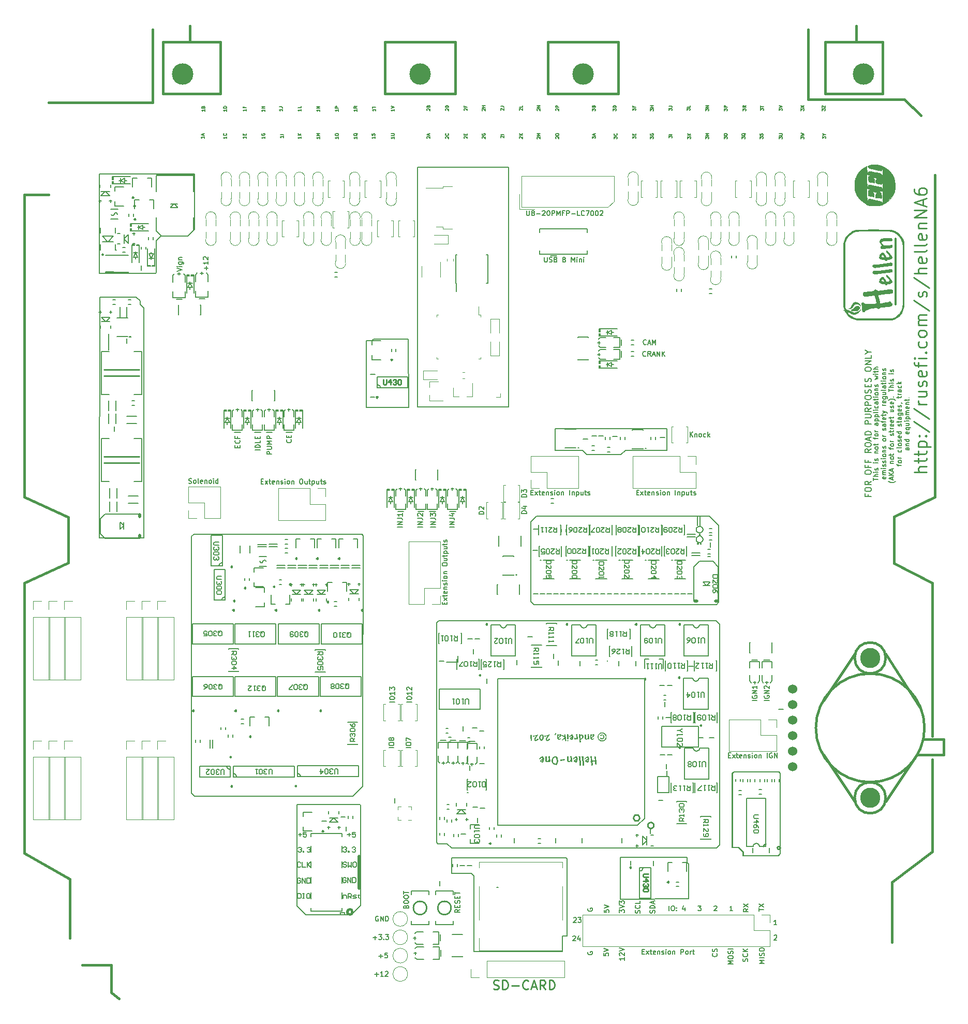
<source format=gto>
G75*
G70*
%OFA0B0*%
%FSLAX25Y25*%
%IPPOS*%
%LPD*%
%AMOC8*
5,1,8,0,0,1.08239X$1,22.5*
%
%ADD138C,0.00650*%
%ADD145C,0.01500*%
%ADD149C,0.13780*%
%ADD159C,0.00800*%
%ADD16C,0.00689*%
%ADD183C,0.00472*%
%ADD193C,0.00500*%
%ADD203C,0.13000*%
%ADD222C,0.00394*%
%ADD251C,0.00591*%
%ADD262C,0.00984*%
%ADD264C,0.06000*%
%ADD272C,0.01000*%
%ADD28C,0.01575*%
%ADD297C,0.00390*%
%ADD301C,0.01968*%
%ADD58C,0.00010*%
%ADD65C,0.00787*%
%ADD99C,0.00669*%
X0000000Y0000000D02*
%LPD*%
G01*
D145*
X0037445Y0319488D02*
X0008901Y0332283D01*
X0595516Y0332283D02*
X0595516Y0539792D01*
X0065004Y0013386D02*
X0065004Y0031102D01*
X0024649Y0586220D02*
X0091579Y0586220D01*
X0008901Y0277165D02*
X0037445Y0289961D01*
X0569138Y0319685D02*
X0569138Y0289764D01*
X0037445Y0289961D02*
X0037445Y0319488D01*
X0065004Y0013386D02*
X0069925Y0009449D01*
X0567957Y0084252D02*
X0593941Y0103937D01*
X0575831Y0588189D02*
X0514059Y0588189D01*
X0595516Y0332283D02*
X0569138Y0319685D01*
X0024649Y0527165D02*
X0008901Y0527165D01*
X0586617Y0577981D02*
X0575831Y0588189D01*
X0514059Y0588189D02*
X0514059Y0633465D01*
X0091579Y0586220D02*
X0091579Y0633465D01*
X0065004Y0031102D02*
X0046303Y0031102D01*
X0038429Y0048453D02*
X0038429Y0086220D01*
X0008901Y0332283D02*
X0008901Y0527165D01*
X0569138Y0289764D02*
X0593941Y0277165D01*
X0568113Y0045697D02*
X0567957Y0084252D01*
X0038429Y0086220D02*
X0008901Y0103150D01*
X0593941Y0178374D02*
X0593941Y0277165D01*
X0008901Y0103150D02*
X0008901Y0277165D01*
X0593941Y0103937D02*
X0593941Y0163414D01*
D99*
X0289614Y0066685D02*
X0288114Y0065636D01*
X0289614Y0064886D02*
X0286464Y0064886D01*
X0286464Y0066085D01*
X0286614Y0066385D01*
X0286764Y0066535D01*
X0287064Y0066685D01*
X0287514Y0066685D01*
X0287814Y0066535D01*
X0287964Y0066385D01*
X0288114Y0066085D01*
X0288114Y0064886D01*
X0287964Y0068035D02*
X0287964Y0069085D01*
X0289614Y0069535D02*
X0289614Y0068035D01*
X0286464Y0068035D01*
X0286464Y0069535D01*
X0289464Y0070735D02*
X0289614Y0071185D01*
X0289614Y0071935D01*
X0289464Y0072235D01*
X0289314Y0072385D01*
X0289014Y0072535D01*
X0288714Y0072535D01*
X0288414Y0072385D01*
X0288264Y0072235D01*
X0288114Y0071935D01*
X0287964Y0071335D01*
X0287814Y0071035D01*
X0287664Y0070885D01*
X0287364Y0070735D01*
X0287064Y0070735D01*
X0286764Y0070885D01*
X0286614Y0071035D01*
X0286464Y0071335D01*
X0286464Y0072085D01*
X0286614Y0072535D01*
X0287964Y0073885D02*
X0287964Y0074934D01*
X0289614Y0075384D02*
X0289614Y0073885D01*
X0286464Y0073885D01*
X0286464Y0075384D01*
X0286464Y0076284D02*
X0286464Y0078084D01*
X0289614Y0077184D02*
X0286464Y0077184D01*
D193*
X0459814Y0581117D02*
X0459814Y0582355D01*
X0460576Y0581688D01*
X0460576Y0581974D01*
X0460671Y0582164D01*
X0460767Y0582260D01*
X0460957Y0582355D01*
X0461433Y0582355D01*
X0461624Y0582260D01*
X0461719Y0582164D01*
X0461814Y0581974D01*
X0461814Y0581403D01*
X0461719Y0581212D01*
X0461624Y0581117D01*
X0461814Y0583212D02*
X0459814Y0583212D01*
X0459814Y0583974D01*
X0459909Y0584164D01*
X0460005Y0584260D01*
X0460195Y0584355D01*
X0460481Y0584355D01*
X0460671Y0584260D01*
X0460767Y0584164D01*
X0460862Y0583974D01*
X0460862Y0583212D01*
D99*
X0237458Y0036783D02*
X0239858Y0036783D01*
X0238658Y0035583D02*
X0238658Y0037983D01*
X0242857Y0038733D02*
X0241357Y0038733D01*
X0241207Y0037233D01*
X0241357Y0037383D01*
X0241657Y0037533D01*
X0242407Y0037533D01*
X0242707Y0037383D01*
X0242857Y0037233D01*
X0243007Y0036933D01*
X0243007Y0036183D01*
X0242857Y0035883D01*
X0242707Y0035733D01*
X0242407Y0035583D01*
X0241657Y0035583D01*
X0241357Y0035733D01*
X0241207Y0035883D01*
D193*
X0400814Y0563212D02*
X0400814Y0564450D01*
X0401576Y0563783D01*
X0401576Y0564069D01*
X0401671Y0564260D01*
X0401767Y0564355D01*
X0401957Y0564450D01*
X0402433Y0564450D01*
X0402624Y0564355D01*
X0402719Y0564260D01*
X0402814Y0564069D01*
X0402814Y0563498D01*
X0402719Y0563307D01*
X0402624Y0563212D01*
X0401767Y0565307D02*
X0401767Y0565974D01*
X0402814Y0566260D02*
X0402814Y0565307D01*
X0400814Y0565307D01*
X0400814Y0566260D01*
X0175314Y0582093D02*
X0175314Y0580950D01*
X0175314Y0581522D02*
X0173314Y0581522D01*
X0173600Y0581331D01*
X0173790Y0581141D01*
X0173886Y0580950D01*
X0173314Y0583522D02*
X0174743Y0583522D01*
X0175028Y0583426D01*
X0175219Y0583236D01*
X0175314Y0582950D01*
X0175314Y0582760D01*
D99*
X0409639Y0430793D02*
X0409489Y0430643D01*
X0409039Y0430493D01*
X0408739Y0430493D01*
X0408289Y0430643D01*
X0407989Y0430943D01*
X0407839Y0431243D01*
X0407689Y0431843D01*
X0407689Y0432293D01*
X0407839Y0432892D01*
X0407989Y0433192D01*
X0408289Y0433492D01*
X0408739Y0433642D01*
X0409039Y0433642D01*
X0409489Y0433492D01*
X0409639Y0433342D01*
X0410839Y0431393D02*
X0412339Y0431393D01*
X0410539Y0430493D02*
X0411589Y0433642D01*
X0412639Y0430493D01*
X0413689Y0430493D02*
X0413689Y0433642D01*
X0414738Y0431393D01*
X0415788Y0433642D01*
X0415788Y0430493D01*
X0475443Y0067186D02*
X0473944Y0066136D01*
X0475443Y0065386D02*
X0472294Y0065386D01*
X0472294Y0066586D01*
X0472444Y0066886D01*
X0472594Y0067036D01*
X0472894Y0067186D01*
X0473344Y0067186D01*
X0473644Y0067036D01*
X0473794Y0066886D01*
X0473944Y0066586D01*
X0473944Y0065386D01*
X0472294Y0068236D02*
X0475443Y0070335D01*
X0472294Y0070335D02*
X0475443Y0068236D01*
D193*
X0247314Y0564307D02*
X0247314Y0563164D01*
X0247314Y0563736D02*
X0245314Y0563736D01*
X0245600Y0563545D01*
X0245790Y0563355D01*
X0245886Y0563164D01*
X0245314Y0565164D02*
X0246933Y0565164D01*
X0247124Y0565260D01*
X0247219Y0565355D01*
X0247314Y0565545D01*
X0247314Y0565926D01*
X0247219Y0566117D01*
X0247124Y0566212D01*
X0246933Y0566307D01*
X0245314Y0566307D01*
X0235314Y0582093D02*
X0235314Y0580950D01*
X0235314Y0581522D02*
X0233314Y0581522D01*
X0233600Y0581331D01*
X0233790Y0581141D01*
X0233886Y0580950D01*
X0233314Y0582664D02*
X0233314Y0583807D01*
X0235314Y0583236D02*
X0233314Y0583236D01*
X0522814Y0581164D02*
X0522814Y0582403D01*
X0523576Y0581736D01*
X0523576Y0582022D01*
X0523671Y0582212D01*
X0523767Y0582307D01*
X0523957Y0582403D01*
X0524433Y0582403D01*
X0524624Y0582307D01*
X0524719Y0582212D01*
X0524814Y0582022D01*
X0524814Y0581450D01*
X0524719Y0581260D01*
X0524624Y0581164D01*
X0522814Y0583069D02*
X0522814Y0584403D01*
X0524814Y0583069D01*
X0524814Y0584403D01*
D99*
X0482136Y0065723D02*
X0482136Y0067523D01*
X0485286Y0066623D02*
X0482136Y0066623D01*
X0482136Y0068273D02*
X0485286Y0070373D01*
X0482136Y0070373D02*
X0485286Y0068273D01*
X0485680Y0031921D02*
X0482530Y0031921D01*
X0484780Y0032971D01*
X0482530Y0034021D01*
X0485680Y0034021D01*
X0485680Y0035521D02*
X0482530Y0035521D01*
X0485530Y0036871D02*
X0485680Y0037321D01*
X0485680Y0038071D01*
X0485530Y0038371D01*
X0485380Y0038521D01*
X0485080Y0038671D01*
X0484780Y0038671D01*
X0484480Y0038521D01*
X0484330Y0038371D01*
X0484180Y0038071D01*
X0484030Y0037471D01*
X0483880Y0037171D01*
X0483730Y0037021D01*
X0483430Y0036871D01*
X0483130Y0036871D01*
X0482830Y0037021D01*
X0482680Y0037171D01*
X0482530Y0037471D01*
X0482530Y0038221D01*
X0482680Y0038671D01*
X0482530Y0040620D02*
X0482530Y0041220D01*
X0482680Y0041520D01*
X0482980Y0041820D01*
X0483580Y0041970D01*
X0484630Y0041970D01*
X0485230Y0041820D01*
X0485530Y0041520D01*
X0485680Y0041220D01*
X0485680Y0040620D01*
X0485530Y0040320D01*
X0485230Y0040020D01*
X0484630Y0039870D01*
X0483580Y0039870D01*
X0482980Y0040020D01*
X0482680Y0040320D01*
X0482530Y0040620D01*
X0286073Y0313024D02*
X0282924Y0313024D01*
X0286073Y0314524D02*
X0282924Y0314524D01*
X0286073Y0316323D01*
X0282924Y0316323D01*
X0282924Y0318723D02*
X0285173Y0318723D01*
X0285623Y0318573D01*
X0285923Y0318273D01*
X0286073Y0317823D01*
X0286073Y0317523D01*
X0283974Y0321573D02*
X0286073Y0321573D01*
X0282774Y0320823D02*
X0285023Y0320073D01*
X0285023Y0322023D01*
D262*
X0311216Y0015551D02*
X0312060Y0015270D01*
X0313466Y0015270D01*
X0314028Y0015551D01*
X0314310Y0015832D01*
X0314591Y0016395D01*
X0314591Y0016957D01*
X0314310Y0017519D01*
X0314028Y0017801D01*
X0313466Y0018082D01*
X0312341Y0018363D01*
X0311779Y0018644D01*
X0311497Y0018925D01*
X0311216Y0019488D01*
X0311216Y0020050D01*
X0311497Y0020613D01*
X0311779Y0020894D01*
X0312341Y0021175D01*
X0313747Y0021175D01*
X0314591Y0020894D01*
X0317122Y0015270D02*
X0317122Y0021175D01*
X0318528Y0021175D01*
X0319371Y0020894D01*
X0319934Y0020332D01*
X0320215Y0019769D01*
X0320496Y0018644D01*
X0320496Y0017801D01*
X0320215Y0016676D01*
X0319934Y0016113D01*
X0319371Y0015551D01*
X0318528Y0015270D01*
X0317122Y0015270D01*
X0323027Y0017519D02*
X0327527Y0017519D01*
X0333713Y0015832D02*
X0333432Y0015551D01*
X0332589Y0015270D01*
X0332026Y0015270D01*
X0331182Y0015551D01*
X0330620Y0016113D01*
X0330339Y0016676D01*
X0330058Y0017801D01*
X0330058Y0018644D01*
X0330339Y0019769D01*
X0330620Y0020332D01*
X0331182Y0020894D01*
X0332026Y0021175D01*
X0332589Y0021175D01*
X0333432Y0020894D01*
X0333713Y0020613D01*
X0335963Y0016957D02*
X0338775Y0016957D01*
X0335401Y0015270D02*
X0337369Y0021175D01*
X0339338Y0015270D01*
X0344681Y0015270D02*
X0342712Y0018082D01*
X0341306Y0015270D02*
X0341306Y0021175D01*
X0343556Y0021175D01*
X0344118Y0020894D01*
X0344400Y0020613D01*
X0344681Y0020050D01*
X0344681Y0019207D01*
X0344400Y0018644D01*
X0344118Y0018363D01*
X0343556Y0018082D01*
X0341306Y0018082D01*
X0347212Y0015270D02*
X0347212Y0021175D01*
X0348618Y0021175D01*
X0349461Y0020894D01*
X0350024Y0020332D01*
X0350305Y0019769D01*
X0350586Y0018644D01*
X0350586Y0017801D01*
X0350305Y0016676D01*
X0350024Y0016113D01*
X0349461Y0015551D01*
X0348618Y0015270D01*
X0347212Y0015270D01*
D193*
X0374814Y0563260D02*
X0374814Y0564498D01*
X0375576Y0563831D01*
X0375576Y0564117D01*
X0375671Y0564307D01*
X0375767Y0564403D01*
X0375957Y0564498D01*
X0376433Y0564498D01*
X0376624Y0564403D01*
X0376719Y0564307D01*
X0376814Y0564117D01*
X0376814Y0563545D01*
X0376719Y0563355D01*
X0376624Y0563260D01*
X0376243Y0565260D02*
X0376243Y0566212D01*
X0376814Y0565069D02*
X0374814Y0565736D01*
X0376814Y0566403D01*
X0400814Y0581260D02*
X0400814Y0582498D01*
X0401576Y0581831D01*
X0401576Y0582117D01*
X0401671Y0582307D01*
X0401767Y0582403D01*
X0401957Y0582498D01*
X0402433Y0582498D01*
X0402624Y0582403D01*
X0402719Y0582307D01*
X0402814Y0582117D01*
X0402814Y0581545D01*
X0402719Y0581355D01*
X0402624Y0581260D01*
X0401767Y0584022D02*
X0401767Y0583355D01*
X0402814Y0583355D02*
X0400814Y0583355D01*
X0400814Y0584307D01*
X0471314Y0563069D02*
X0471314Y0564307D01*
X0472076Y0563641D01*
X0472076Y0563926D01*
X0472171Y0564117D01*
X0472267Y0564212D01*
X0472457Y0564307D01*
X0472933Y0564307D01*
X0473124Y0564212D01*
X0473219Y0564117D01*
X0473314Y0563926D01*
X0473314Y0563355D01*
X0473219Y0563164D01*
X0473124Y0563069D01*
X0473505Y0566498D02*
X0473409Y0566307D01*
X0473219Y0566117D01*
X0472933Y0565831D01*
X0472838Y0565641D01*
X0472838Y0565450D01*
X0473314Y0565545D02*
X0473219Y0565355D01*
X0473028Y0565164D01*
X0472648Y0565069D01*
X0471981Y0565069D01*
X0471600Y0565164D01*
X0471409Y0565355D01*
X0471314Y0565545D01*
X0471314Y0565926D01*
X0471409Y0566117D01*
X0471600Y0566307D01*
X0471981Y0566403D01*
X0472648Y0566403D01*
X0473028Y0566307D01*
X0473219Y0566117D01*
X0473314Y0565926D01*
X0473314Y0565545D01*
X0436314Y0563117D02*
X0436314Y0564355D01*
X0437076Y0563688D01*
X0437076Y0563974D01*
X0437171Y0564164D01*
X0437267Y0564260D01*
X0437457Y0564355D01*
X0437933Y0564355D01*
X0438124Y0564260D01*
X0438219Y0564164D01*
X0438314Y0563974D01*
X0438314Y0563403D01*
X0438219Y0563212D01*
X0438124Y0563117D01*
X0438314Y0565212D02*
X0436314Y0565212D01*
X0438314Y0566355D02*
X0437171Y0565498D01*
X0436314Y0566355D02*
X0437457Y0565212D01*
D99*
X0332530Y0321719D02*
X0329380Y0321719D01*
X0329380Y0322469D01*
X0329530Y0322919D01*
X0329830Y0323219D01*
X0330130Y0323369D01*
X0330730Y0323519D01*
X0331180Y0323519D01*
X0331780Y0323369D01*
X0332080Y0323219D01*
X0332380Y0322919D01*
X0332530Y0322469D01*
X0332530Y0321719D01*
X0330430Y0326218D02*
X0332530Y0326218D01*
X0329230Y0325468D02*
X0331480Y0324718D01*
X0331480Y0326668D01*
X0161589Y0342379D02*
X0162639Y0342379D01*
X0163089Y0340729D02*
X0161589Y0340729D01*
X0161589Y0343879D01*
X0163089Y0343879D01*
X0164138Y0340729D02*
X0165788Y0342829D01*
X0164138Y0342829D02*
X0165788Y0340729D01*
X0166538Y0342829D02*
X0167738Y0342829D01*
X0166988Y0343879D02*
X0166988Y0341179D01*
X0167138Y0340879D01*
X0167438Y0340729D01*
X0167738Y0340729D01*
X0169988Y0340879D02*
X0169688Y0340729D01*
X0169088Y0340729D01*
X0168788Y0340879D01*
X0168638Y0341179D01*
X0168638Y0342379D01*
X0168788Y0342679D01*
X0169088Y0342829D01*
X0169688Y0342829D01*
X0169988Y0342679D01*
X0170138Y0342379D01*
X0170138Y0342079D01*
X0168638Y0341779D01*
X0171488Y0342829D02*
X0171488Y0340729D01*
X0171488Y0342529D02*
X0171638Y0342679D01*
X0171938Y0342829D01*
X0172387Y0342829D01*
X0172687Y0342679D01*
X0172837Y0342379D01*
X0172837Y0340729D01*
X0174187Y0340879D02*
X0174487Y0340729D01*
X0175087Y0340729D01*
X0175387Y0340879D01*
X0175537Y0341179D01*
X0175537Y0341329D01*
X0175387Y0341629D01*
X0175087Y0341779D01*
X0174637Y0341779D01*
X0174337Y0341929D01*
X0174187Y0342229D01*
X0174187Y0342379D01*
X0174337Y0342679D01*
X0174637Y0342829D01*
X0175087Y0342829D01*
X0175387Y0342679D01*
X0176887Y0340729D02*
X0176887Y0342829D01*
X0176887Y0343879D02*
X0176737Y0343729D01*
X0176887Y0343579D01*
X0177037Y0343729D01*
X0176887Y0343879D01*
X0176887Y0343579D01*
X0178837Y0340729D02*
X0178537Y0340879D01*
X0178387Y0341029D01*
X0178237Y0341329D01*
X0178237Y0342229D01*
X0178387Y0342529D01*
X0178537Y0342679D01*
X0178837Y0342829D01*
X0179287Y0342829D01*
X0179587Y0342679D01*
X0179737Y0342529D01*
X0179887Y0342229D01*
X0179887Y0341329D01*
X0179737Y0341029D01*
X0179587Y0340879D01*
X0179287Y0340729D01*
X0178837Y0340729D01*
X0181236Y0342829D02*
X0181236Y0340729D01*
X0181236Y0342529D02*
X0181386Y0342679D01*
X0181686Y0342829D01*
X0182136Y0342829D01*
X0182436Y0342679D01*
X0182586Y0342379D01*
X0182586Y0340729D01*
X0187086Y0343879D02*
X0187686Y0343879D01*
X0187986Y0343729D01*
X0188285Y0343429D01*
X0188435Y0342829D01*
X0188435Y0341779D01*
X0188285Y0341179D01*
X0187986Y0340879D01*
X0187686Y0340729D01*
X0187086Y0340729D01*
X0186786Y0340879D01*
X0186486Y0341179D01*
X0186336Y0341779D01*
X0186336Y0342829D01*
X0186486Y0343429D01*
X0186786Y0343729D01*
X0187086Y0343879D01*
X0191135Y0342829D02*
X0191135Y0340729D01*
X0189785Y0342829D02*
X0189785Y0341179D01*
X0189935Y0340879D01*
X0190235Y0340729D01*
X0190685Y0340729D01*
X0190985Y0340879D01*
X0191135Y0341029D01*
X0192185Y0342829D02*
X0193385Y0342829D01*
X0192635Y0343879D02*
X0192635Y0341179D01*
X0192785Y0340879D01*
X0193085Y0340729D01*
X0193385Y0340729D01*
X0194435Y0342829D02*
X0194435Y0339679D01*
X0194435Y0342679D02*
X0194735Y0342829D01*
X0195335Y0342829D01*
X0195635Y0342679D01*
X0195785Y0342529D01*
X0195935Y0342229D01*
X0195935Y0341329D01*
X0195785Y0341029D01*
X0195635Y0340879D01*
X0195335Y0340729D01*
X0194735Y0340729D01*
X0194435Y0340879D01*
X0198634Y0342829D02*
X0198634Y0340729D01*
X0197284Y0342829D02*
X0197284Y0341179D01*
X0197434Y0340879D01*
X0197734Y0340729D01*
X0198184Y0340729D01*
X0198484Y0340879D01*
X0198634Y0341029D01*
X0199684Y0342829D02*
X0200884Y0342829D01*
X0200134Y0343879D02*
X0200134Y0341179D01*
X0200284Y0340879D01*
X0200584Y0340729D01*
X0200884Y0340729D01*
X0201784Y0340879D02*
X0202084Y0340729D01*
X0202684Y0340729D01*
X0202984Y0340879D01*
X0203134Y0341179D01*
X0203134Y0341329D01*
X0202984Y0341629D01*
X0202684Y0341779D01*
X0202234Y0341779D01*
X0201934Y0341929D01*
X0201784Y0342229D01*
X0201784Y0342379D01*
X0201934Y0342679D01*
X0202234Y0342829D01*
X0202684Y0342829D01*
X0202984Y0342679D01*
D193*
X0292505Y0581355D02*
X0292409Y0581450D01*
X0292314Y0581641D01*
X0292314Y0582117D01*
X0292409Y0582307D01*
X0292505Y0582403D01*
X0292695Y0582498D01*
X0292886Y0582498D01*
X0293171Y0582403D01*
X0294314Y0581260D01*
X0294314Y0582498D01*
X0293267Y0584022D02*
X0293267Y0583355D01*
X0294314Y0583355D02*
X0292314Y0583355D01*
X0292314Y0584307D01*
D99*
X0279699Y0263189D02*
X0279699Y0264239D01*
X0281349Y0264688D02*
X0281349Y0263189D01*
X0278199Y0263189D01*
X0278199Y0264688D01*
X0281349Y0265738D02*
X0279249Y0267388D01*
X0279249Y0265738D02*
X0281349Y0267388D01*
X0279249Y0268138D02*
X0279249Y0269338D01*
X0278199Y0268588D02*
X0280899Y0268588D01*
X0281199Y0268738D01*
X0281349Y0269038D01*
X0281349Y0269338D01*
X0281199Y0271588D02*
X0281349Y0271288D01*
X0281349Y0270688D01*
X0281199Y0270388D01*
X0280899Y0270238D01*
X0279699Y0270238D01*
X0279399Y0270388D01*
X0279249Y0270688D01*
X0279249Y0271288D01*
X0279399Y0271588D01*
X0279699Y0271738D01*
X0279999Y0271738D01*
X0280299Y0270238D01*
X0279249Y0273087D02*
X0281349Y0273087D01*
X0279549Y0273087D02*
X0279399Y0273237D01*
X0279249Y0273537D01*
X0279249Y0273987D01*
X0279399Y0274287D01*
X0279699Y0274437D01*
X0281349Y0274437D01*
X0281199Y0275787D02*
X0281349Y0276087D01*
X0281349Y0276687D01*
X0281199Y0276987D01*
X0280899Y0277137D01*
X0280749Y0277137D01*
X0280449Y0276987D01*
X0280299Y0276687D01*
X0280299Y0276237D01*
X0280149Y0275937D01*
X0279849Y0275787D01*
X0279699Y0275787D01*
X0279399Y0275937D01*
X0279249Y0276237D01*
X0279249Y0276687D01*
X0279399Y0276987D01*
X0281349Y0278487D02*
X0279249Y0278487D01*
X0278199Y0278487D02*
X0278349Y0278337D01*
X0278499Y0278487D01*
X0278349Y0278637D01*
X0278199Y0278487D01*
X0278499Y0278487D01*
X0281349Y0280436D02*
X0281199Y0280137D01*
X0281049Y0279987D01*
X0280749Y0279837D01*
X0279849Y0279837D01*
X0279549Y0279987D01*
X0279399Y0280137D01*
X0279249Y0280436D01*
X0279249Y0280886D01*
X0279399Y0281186D01*
X0279549Y0281336D01*
X0279849Y0281486D01*
X0280749Y0281486D01*
X0281049Y0281336D01*
X0281199Y0281186D01*
X0281349Y0280886D01*
X0281349Y0280436D01*
X0279249Y0282836D02*
X0281349Y0282836D01*
X0279549Y0282836D02*
X0279399Y0282986D01*
X0279249Y0283286D01*
X0279249Y0283736D01*
X0279399Y0284036D01*
X0279699Y0284186D01*
X0281349Y0284186D01*
X0278199Y0288685D02*
X0278199Y0289285D01*
X0278349Y0289585D01*
X0278649Y0289885D01*
X0279249Y0290035D01*
X0280299Y0290035D01*
X0280899Y0289885D01*
X0281199Y0289585D01*
X0281349Y0289285D01*
X0281349Y0288685D01*
X0281199Y0288386D01*
X0280899Y0288086D01*
X0280299Y0287936D01*
X0279249Y0287936D01*
X0278649Y0288086D01*
X0278349Y0288386D01*
X0278199Y0288685D01*
X0279249Y0292735D02*
X0281349Y0292735D01*
X0279249Y0291385D02*
X0280899Y0291385D01*
X0281199Y0291535D01*
X0281349Y0291835D01*
X0281349Y0292285D01*
X0281199Y0292585D01*
X0281049Y0292735D01*
X0279249Y0293785D02*
X0279249Y0294985D01*
X0278199Y0294235D02*
X0280899Y0294235D01*
X0281199Y0294385D01*
X0281349Y0294685D01*
X0281349Y0294985D01*
X0279249Y0296035D02*
X0282399Y0296035D01*
X0279399Y0296035D02*
X0279249Y0296335D01*
X0279249Y0296934D01*
X0279399Y0297234D01*
X0279549Y0297384D01*
X0279849Y0297534D01*
X0280749Y0297534D01*
X0281049Y0297384D01*
X0281199Y0297234D01*
X0281349Y0296934D01*
X0281349Y0296335D01*
X0281199Y0296035D01*
X0279249Y0300234D02*
X0281349Y0300234D01*
X0279249Y0298884D02*
X0280899Y0298884D01*
X0281199Y0299034D01*
X0281349Y0299334D01*
X0281349Y0299784D01*
X0281199Y0300084D01*
X0281049Y0300234D01*
X0279249Y0301284D02*
X0279249Y0302484D01*
X0278199Y0301734D02*
X0280899Y0301734D01*
X0281199Y0301884D01*
X0281349Y0302184D01*
X0281349Y0302484D01*
X0281199Y0303384D02*
X0281349Y0303684D01*
X0281349Y0304284D01*
X0281199Y0304583D01*
X0280899Y0304733D01*
X0280749Y0304733D01*
X0280449Y0304583D01*
X0280299Y0304284D01*
X0280299Y0303834D01*
X0280149Y0303534D01*
X0279849Y0303384D01*
X0279699Y0303384D01*
X0279399Y0303534D01*
X0279249Y0303834D01*
X0279249Y0304284D01*
X0279399Y0304583D01*
X0455065Y0038446D02*
X0455215Y0038296D01*
X0455365Y0037846D01*
X0455365Y0037546D01*
X0455215Y0037096D01*
X0454915Y0036796D01*
X0454615Y0036646D01*
X0454015Y0036496D01*
X0453565Y0036496D01*
X0452965Y0036646D01*
X0452665Y0036796D01*
X0452365Y0037096D01*
X0452215Y0037546D01*
X0452215Y0037846D01*
X0452365Y0038296D01*
X0452515Y0038446D01*
X0455215Y0039645D02*
X0455365Y0040095D01*
X0455365Y0040845D01*
X0455215Y0041145D01*
X0455065Y0041295D01*
X0454765Y0041445D01*
X0454465Y0041445D01*
X0454165Y0041295D01*
X0454015Y0041145D01*
X0453865Y0040845D01*
X0453715Y0040245D01*
X0453565Y0039945D01*
X0453415Y0039795D01*
X0453115Y0039645D01*
X0452815Y0039645D01*
X0452515Y0039795D01*
X0452365Y0039945D01*
X0452215Y0040245D01*
X0452215Y0040995D01*
X0452365Y0041445D01*
X0437798Y0371044D02*
X0437798Y0374194D01*
X0439598Y0371044D02*
X0438248Y0372844D01*
X0439598Y0374194D02*
X0437798Y0372394D01*
X0440948Y0373144D02*
X0440948Y0371044D01*
X0440948Y0372844D02*
X0441098Y0372994D01*
X0441398Y0373144D01*
X0441848Y0373144D01*
X0442147Y0372994D01*
X0442297Y0372694D01*
X0442297Y0371044D01*
X0444247Y0371044D02*
X0443947Y0371194D01*
X0443797Y0371344D01*
X0443647Y0371644D01*
X0443647Y0372544D01*
X0443797Y0372844D01*
X0443947Y0372994D01*
X0444247Y0373144D01*
X0444697Y0373144D01*
X0444997Y0372994D01*
X0445147Y0372844D01*
X0445297Y0372544D01*
X0445297Y0371644D01*
X0445147Y0371344D01*
X0444997Y0371194D01*
X0444697Y0371044D01*
X0444247Y0371044D01*
X0447997Y0371194D02*
X0447697Y0371044D01*
X0447097Y0371044D01*
X0446797Y0371194D01*
X0446647Y0371344D01*
X0446497Y0371644D01*
X0446497Y0372544D01*
X0446647Y0372844D01*
X0446797Y0372994D01*
X0447097Y0373144D01*
X0447697Y0373144D01*
X0447997Y0372994D01*
X0449347Y0371044D02*
X0449347Y0374194D01*
X0449647Y0372244D02*
X0450546Y0371044D01*
X0450546Y0373144D02*
X0449347Y0371944D01*
X0160876Y0362682D02*
X0157727Y0362682D01*
X0160876Y0364182D02*
X0157727Y0364182D01*
X0157727Y0364932D01*
X0157877Y0365382D01*
X0158177Y0365682D01*
X0158477Y0365832D01*
X0159077Y0365982D01*
X0159527Y0365982D01*
X0160126Y0365832D01*
X0160426Y0365682D01*
X0160726Y0365382D01*
X0160876Y0364932D01*
X0160876Y0364182D01*
X0160876Y0368832D02*
X0160876Y0367332D01*
X0157727Y0367332D01*
X0159227Y0369882D02*
X0159227Y0370931D01*
X0160876Y0371381D02*
X0160876Y0369882D01*
X0157727Y0369882D01*
X0157727Y0371381D01*
D193*
X0483314Y0581355D02*
X0483314Y0582593D01*
X0484076Y0581926D01*
X0484076Y0582212D01*
X0484171Y0582403D01*
X0484267Y0582498D01*
X0484457Y0582593D01*
X0484933Y0582593D01*
X0485124Y0582498D01*
X0485219Y0582403D01*
X0485314Y0582212D01*
X0485314Y0581641D01*
X0485219Y0581450D01*
X0485124Y0581355D01*
X0483314Y0583164D02*
X0483314Y0584307D01*
X0485314Y0583736D02*
X0483314Y0583736D01*
X0187314Y0582045D02*
X0187314Y0580903D01*
X0187314Y0581474D02*
X0185314Y0581474D01*
X0185600Y0581283D01*
X0185790Y0581093D01*
X0185886Y0580903D01*
X0187314Y0583855D02*
X0187314Y0582903D01*
X0185314Y0582903D01*
D99*
X0252609Y0313024D02*
X0249459Y0313024D01*
X0252609Y0314524D02*
X0249459Y0314524D01*
X0252609Y0316323D01*
X0249459Y0316323D01*
X0249459Y0318723D02*
X0251709Y0318723D01*
X0252159Y0318573D01*
X0252459Y0318273D01*
X0252609Y0317823D01*
X0252609Y0317523D01*
X0252609Y0321873D02*
X0252609Y0320073D01*
X0252609Y0320973D02*
X0249459Y0320973D01*
X0249909Y0320673D01*
X0250209Y0320373D01*
X0250359Y0320073D01*
X0273869Y0313024D02*
X0270719Y0313024D01*
X0273869Y0314524D02*
X0270719Y0314524D01*
X0273869Y0316323D01*
X0270719Y0316323D01*
X0270719Y0318723D02*
X0272969Y0318723D01*
X0273419Y0318573D01*
X0273719Y0318273D01*
X0273869Y0317823D01*
X0273869Y0317523D01*
X0270719Y0319923D02*
X0270719Y0321873D01*
X0271919Y0320823D01*
X0271919Y0321273D01*
X0272069Y0321573D01*
X0272219Y0321723D01*
X0272519Y0321873D01*
X0273269Y0321873D01*
X0273569Y0321723D01*
X0273719Y0321573D01*
X0273869Y0321273D01*
X0273869Y0320373D01*
X0273719Y0320073D01*
X0273569Y0319923D01*
X0493782Y0056871D02*
X0491983Y0056871D01*
X0492882Y0056871D02*
X0492882Y0060020D01*
X0492583Y0059570D01*
X0492283Y0059270D01*
X0491983Y0059120D01*
D193*
X0424314Y0581355D02*
X0424314Y0582593D01*
X0425076Y0581926D01*
X0425076Y0582212D01*
X0425171Y0582403D01*
X0425267Y0582498D01*
X0425457Y0582593D01*
X0425933Y0582593D01*
X0426124Y0582498D01*
X0426219Y0582403D01*
X0426314Y0582212D01*
X0426314Y0581641D01*
X0426219Y0581450D01*
X0426124Y0581355D01*
X0424314Y0584022D02*
X0425743Y0584022D01*
X0426028Y0583926D01*
X0426219Y0583736D01*
X0426314Y0583450D01*
X0426314Y0583260D01*
D99*
X0488829Y0201209D02*
X0485680Y0201209D01*
X0485830Y0204359D02*
X0485680Y0204059D01*
X0485680Y0203609D01*
X0485830Y0203159D01*
X0486129Y0202859D01*
X0486429Y0202709D01*
X0487029Y0202559D01*
X0487479Y0202559D01*
X0488079Y0202709D01*
X0488379Y0202859D01*
X0488679Y0203159D01*
X0488829Y0203609D01*
X0488829Y0203909D01*
X0488679Y0204359D01*
X0488529Y0204508D01*
X0487479Y0204508D01*
X0487479Y0203909D01*
X0488829Y0205858D02*
X0485680Y0205858D01*
X0488829Y0207658D01*
X0485680Y0207658D01*
X0485980Y0209008D02*
X0485830Y0209158D01*
X0485680Y0209458D01*
X0485680Y0210208D01*
X0485830Y0210508D01*
X0485980Y0210658D01*
X0486279Y0210808D01*
X0486579Y0210808D01*
X0487029Y0210658D01*
X0488829Y0208858D01*
X0488829Y0210808D01*
D193*
X0187314Y0564355D02*
X0187314Y0563212D01*
X0187314Y0563783D02*
X0185314Y0563783D01*
X0185600Y0563593D01*
X0185790Y0563403D01*
X0185886Y0563212D01*
X0187314Y0565212D02*
X0185314Y0565212D01*
X0187314Y0566355D02*
X0186171Y0565498D01*
X0185314Y0566355D02*
X0186457Y0565212D01*
D99*
X0382530Y0066492D02*
X0382530Y0064992D01*
X0384030Y0064842D01*
X0383880Y0064992D01*
X0383730Y0065292D01*
X0383730Y0066042D01*
X0383880Y0066342D01*
X0384030Y0066492D01*
X0384330Y0066642D01*
X0385080Y0066642D01*
X0385380Y0066492D01*
X0385530Y0066342D01*
X0385680Y0066042D01*
X0385680Y0065292D01*
X0385530Y0064992D01*
X0385380Y0064842D01*
X0382530Y0067542D02*
X0385680Y0068592D01*
X0382530Y0069642D01*
X0254893Y0068560D02*
X0255043Y0069010D01*
X0255193Y0069160D01*
X0255493Y0069310D01*
X0255943Y0069310D01*
X0256243Y0069160D01*
X0256393Y0069010D01*
X0256543Y0068710D01*
X0256543Y0067510D01*
X0253393Y0067510D01*
X0253393Y0068560D01*
X0253543Y0068860D01*
X0253693Y0069010D01*
X0253993Y0069160D01*
X0254293Y0069160D01*
X0254593Y0069010D01*
X0254743Y0068860D01*
X0254893Y0068560D01*
X0254893Y0067510D01*
X0253393Y0071260D02*
X0253393Y0071860D01*
X0253543Y0072160D01*
X0253843Y0072460D01*
X0254443Y0072610D01*
X0255493Y0072610D01*
X0256093Y0072460D01*
X0256393Y0072160D01*
X0256543Y0071860D01*
X0256543Y0071260D01*
X0256393Y0070960D01*
X0256093Y0070660D01*
X0255493Y0070510D01*
X0254443Y0070510D01*
X0253843Y0070660D01*
X0253543Y0070960D01*
X0253393Y0071260D01*
X0253393Y0074559D02*
X0253393Y0075159D01*
X0253543Y0075459D01*
X0253843Y0075759D01*
X0254443Y0075909D01*
X0255493Y0075909D01*
X0256093Y0075759D01*
X0256393Y0075459D01*
X0256543Y0075159D01*
X0256543Y0074559D01*
X0256393Y0074259D01*
X0256093Y0073960D01*
X0255493Y0073810D01*
X0254443Y0073810D01*
X0253843Y0073960D01*
X0253543Y0074259D01*
X0253393Y0074559D01*
X0253393Y0076809D02*
X0253393Y0078609D01*
X0256543Y0077709D02*
X0253393Y0077709D01*
X0491983Y0049878D02*
X0492133Y0050028D01*
X0492433Y0050178D01*
X0493182Y0050178D01*
X0493482Y0050028D01*
X0493632Y0049878D01*
X0493782Y0049578D01*
X0493782Y0049278D01*
X0493632Y0048828D01*
X0491833Y0047028D01*
X0493782Y0047028D01*
D193*
X0304005Y0563212D02*
X0303909Y0563307D01*
X0303814Y0563498D01*
X0303814Y0563974D01*
X0303909Y0564164D01*
X0304005Y0564260D01*
X0304195Y0564355D01*
X0304386Y0564355D01*
X0304671Y0564260D01*
X0305814Y0563117D01*
X0305814Y0564355D01*
X0303909Y0566260D02*
X0303814Y0566069D01*
X0303814Y0565783D01*
X0303909Y0565498D01*
X0304100Y0565307D01*
X0304290Y0565212D01*
X0304671Y0565117D01*
X0304957Y0565117D01*
X0305338Y0565212D01*
X0305528Y0565307D01*
X0305719Y0565498D01*
X0305814Y0565783D01*
X0305814Y0565974D01*
X0305719Y0566260D01*
X0305624Y0566355D01*
X0304957Y0566355D01*
X0304957Y0565974D01*
D99*
X0247491Y0200496D02*
X0244341Y0200496D01*
X0244341Y0202596D02*
X0244341Y0203196D01*
X0244491Y0203496D01*
X0244791Y0203796D01*
X0245391Y0203946D01*
X0246441Y0203946D01*
X0247041Y0203796D01*
X0247341Y0203496D01*
X0247491Y0203196D01*
X0247491Y0202596D01*
X0247341Y0202296D01*
X0247041Y0201996D01*
X0246441Y0201846D01*
X0245391Y0201846D01*
X0244791Y0201996D01*
X0244491Y0202296D01*
X0244341Y0202596D01*
X0247491Y0206946D02*
X0247491Y0205146D01*
X0247491Y0206046D02*
X0244341Y0206046D01*
X0244791Y0205746D01*
X0245091Y0205446D01*
X0245241Y0205146D01*
X0244341Y0207996D02*
X0244341Y0209945D01*
X0245541Y0208895D01*
X0245541Y0209345D01*
X0245691Y0209645D01*
X0245841Y0209795D01*
X0246141Y0209945D01*
X0246891Y0209945D01*
X0247191Y0209795D01*
X0247341Y0209645D01*
X0247491Y0209345D01*
X0247491Y0208445D01*
X0247341Y0208146D01*
X0247191Y0207996D01*
X0107333Y0477662D02*
X0110483Y0478712D01*
X0107333Y0479762D01*
X0110483Y0480811D02*
X0108383Y0480811D01*
X0107333Y0480811D02*
X0107483Y0480661D01*
X0107633Y0480811D01*
X0107483Y0480961D01*
X0107333Y0480811D01*
X0107633Y0480811D01*
X0108383Y0483661D02*
X0110933Y0483661D01*
X0111233Y0483511D01*
X0111383Y0483361D01*
X0111533Y0483061D01*
X0111533Y0482611D01*
X0111383Y0482311D01*
X0110333Y0483661D02*
X0110483Y0483361D01*
X0110483Y0482761D01*
X0110333Y0482461D01*
X0110183Y0482311D01*
X0109883Y0482161D01*
X0108983Y0482161D01*
X0108683Y0482311D01*
X0108533Y0482461D01*
X0108383Y0482761D01*
X0108383Y0483361D01*
X0108533Y0483661D01*
X0108383Y0485161D02*
X0110483Y0485161D01*
X0108683Y0485161D02*
X0108533Y0485311D01*
X0108383Y0485611D01*
X0108383Y0486061D01*
X0108533Y0486361D01*
X0108833Y0486511D01*
X0110483Y0486511D01*
X0233633Y0048594D02*
X0236033Y0048594D01*
X0234833Y0047394D02*
X0234833Y0049794D01*
X0237233Y0050544D02*
X0239183Y0050544D01*
X0238133Y0049344D01*
X0238583Y0049344D01*
X0238883Y0049194D01*
X0239033Y0049044D01*
X0239183Y0048744D01*
X0239183Y0047994D01*
X0239033Y0047694D01*
X0238883Y0047544D01*
X0238583Y0047394D01*
X0237683Y0047394D01*
X0237383Y0047544D01*
X0237233Y0047694D01*
X0240532Y0047694D02*
X0240682Y0047544D01*
X0240532Y0047394D01*
X0240382Y0047544D01*
X0240532Y0047694D01*
X0240532Y0047394D01*
X0241732Y0050544D02*
X0243682Y0050544D01*
X0242632Y0049344D01*
X0243082Y0049344D01*
X0243382Y0049194D01*
X0243532Y0049044D01*
X0243682Y0048744D01*
X0243682Y0047994D01*
X0243532Y0047694D01*
X0243382Y0047544D01*
X0243082Y0047394D01*
X0242182Y0047394D01*
X0241882Y0047544D01*
X0241732Y0047694D01*
X0180655Y0369263D02*
X0180805Y0369113D01*
X0180955Y0368663D01*
X0180955Y0368363D01*
X0180805Y0367913D01*
X0180505Y0367613D01*
X0180205Y0367463D01*
X0179605Y0367313D01*
X0179155Y0367313D01*
X0178555Y0367463D01*
X0178255Y0367613D01*
X0177956Y0367913D01*
X0177806Y0368363D01*
X0177806Y0368663D01*
X0177956Y0369113D01*
X0178105Y0369263D01*
X0179305Y0370613D02*
X0179305Y0371663D01*
X0180955Y0372113D02*
X0180955Y0370613D01*
X0177806Y0370613D01*
X0177806Y0372113D01*
X0168357Y0359927D02*
X0165207Y0359927D01*
X0165207Y0361126D01*
X0165357Y0361426D01*
X0165507Y0361576D01*
X0165807Y0361726D01*
X0166257Y0361726D01*
X0166557Y0361576D01*
X0166707Y0361426D01*
X0166857Y0361126D01*
X0166857Y0359927D01*
X0165207Y0363076D02*
X0167757Y0363076D01*
X0168057Y0363226D01*
X0168207Y0363376D01*
X0168357Y0363676D01*
X0168357Y0364276D01*
X0168207Y0364576D01*
X0168057Y0364726D01*
X0167757Y0364876D01*
X0165207Y0364876D01*
X0168357Y0366376D02*
X0165207Y0366376D01*
X0167457Y0367426D01*
X0165207Y0368475D01*
X0168357Y0368475D01*
X0168357Y0369975D02*
X0165207Y0369975D01*
X0165207Y0371175D01*
X0165357Y0371475D01*
X0165507Y0371625D01*
X0165807Y0371775D01*
X0166257Y0371775D01*
X0166557Y0371625D01*
X0166707Y0371475D01*
X0166857Y0371175D01*
X0166857Y0369975D01*
X0304971Y0321325D02*
X0301821Y0321325D01*
X0301821Y0322075D01*
X0301971Y0322525D01*
X0302271Y0322825D01*
X0302571Y0322975D01*
X0303171Y0323125D01*
X0303621Y0323125D01*
X0304221Y0322975D01*
X0304521Y0322825D01*
X0304821Y0322525D01*
X0304971Y0322075D01*
X0304971Y0321325D01*
X0302121Y0324325D02*
X0301971Y0324475D01*
X0301821Y0324775D01*
X0301821Y0325525D01*
X0301971Y0325825D01*
X0302121Y0325975D01*
X0302421Y0326125D01*
X0302721Y0326125D01*
X0303171Y0325975D01*
X0304971Y0324175D01*
X0304971Y0326125D01*
D193*
X0412314Y0581069D02*
X0412314Y0582307D01*
X0413076Y0581641D01*
X0413076Y0581926D01*
X0413171Y0582117D01*
X0413267Y0582212D01*
X0413457Y0582307D01*
X0413933Y0582307D01*
X0414124Y0582212D01*
X0414219Y0582117D01*
X0414314Y0581926D01*
X0414314Y0581355D01*
X0414219Y0581164D01*
X0414124Y0581069D01*
X0414314Y0583164D02*
X0412314Y0583164D01*
X0413267Y0583164D02*
X0413267Y0584307D01*
X0414314Y0584307D02*
X0412314Y0584307D01*
D99*
X0332530Y0332349D02*
X0329380Y0332349D01*
X0329380Y0333099D01*
X0329530Y0333549D01*
X0329830Y0333849D01*
X0330130Y0333999D01*
X0330730Y0334149D01*
X0331180Y0334149D01*
X0331780Y0333999D01*
X0332080Y0333849D01*
X0332380Y0333549D01*
X0332530Y0333099D01*
X0332530Y0332349D01*
X0329380Y0335198D02*
X0329380Y0337148D01*
X0330580Y0336098D01*
X0330580Y0336548D01*
X0330730Y0336848D01*
X0330880Y0336998D01*
X0331180Y0337148D01*
X0331930Y0337148D01*
X0332230Y0336998D01*
X0332380Y0336848D01*
X0332530Y0336548D01*
X0332530Y0335648D01*
X0332380Y0335348D01*
X0332230Y0335198D01*
X0382136Y0038539D02*
X0382136Y0037040D01*
X0383636Y0036890D01*
X0383486Y0037040D01*
X0383336Y0037339D01*
X0383336Y0038089D01*
X0383486Y0038389D01*
X0383636Y0038539D01*
X0383936Y0038689D01*
X0384686Y0038689D01*
X0384986Y0038539D01*
X0385136Y0038389D01*
X0385286Y0038089D01*
X0385286Y0037339D01*
X0385136Y0037040D01*
X0384986Y0036890D01*
X0382136Y0039589D02*
X0385286Y0040639D01*
X0382136Y0041689D01*
X0462676Y0166001D02*
X0463726Y0166001D01*
X0464176Y0164351D02*
X0462676Y0164351D01*
X0462676Y0167501D01*
X0464176Y0167501D01*
X0465226Y0164351D02*
X0466876Y0166451D01*
X0465226Y0166451D02*
X0466876Y0164351D01*
X0467626Y0166451D02*
X0468825Y0166451D01*
X0468075Y0167501D02*
X0468075Y0164801D01*
X0468225Y0164501D01*
X0468525Y0164351D01*
X0468825Y0164351D01*
X0471075Y0164501D02*
X0470775Y0164351D01*
X0470175Y0164351D01*
X0469875Y0164501D01*
X0469725Y0164801D01*
X0469725Y0166001D01*
X0469875Y0166301D01*
X0470175Y0166451D01*
X0470775Y0166451D01*
X0471075Y0166301D01*
X0471225Y0166001D01*
X0471225Y0165701D01*
X0469725Y0165401D01*
X0472575Y0166451D02*
X0472575Y0164351D01*
X0472575Y0166151D02*
X0472725Y0166301D01*
X0473025Y0166451D01*
X0473475Y0166451D01*
X0473775Y0166301D01*
X0473925Y0166001D01*
X0473925Y0164351D01*
X0475275Y0164501D02*
X0475575Y0164351D01*
X0476174Y0164351D01*
X0476474Y0164501D01*
X0476624Y0164801D01*
X0476624Y0164951D01*
X0476474Y0165251D01*
X0476174Y0165401D01*
X0475725Y0165401D01*
X0475425Y0165551D01*
X0475275Y0165851D01*
X0475275Y0166001D01*
X0475425Y0166301D01*
X0475725Y0166451D01*
X0476174Y0166451D01*
X0476474Y0166301D01*
X0477974Y0164351D02*
X0477974Y0166451D01*
X0477974Y0167501D02*
X0477824Y0167351D01*
X0477974Y0167201D01*
X0478124Y0167351D01*
X0477974Y0167501D01*
X0477974Y0167201D01*
X0479924Y0164351D02*
X0479624Y0164501D01*
X0479474Y0164651D01*
X0479324Y0164951D01*
X0479324Y0165851D01*
X0479474Y0166151D01*
X0479624Y0166301D01*
X0479924Y0166451D01*
X0480374Y0166451D01*
X0480674Y0166301D01*
X0480824Y0166151D01*
X0480974Y0165851D01*
X0480974Y0164951D01*
X0480824Y0164651D01*
X0480674Y0164501D01*
X0480374Y0164351D01*
X0479924Y0164351D01*
X0482324Y0166451D02*
X0482324Y0164351D01*
X0482324Y0166151D02*
X0482474Y0166301D01*
X0482774Y0166451D01*
X0483224Y0166451D01*
X0483524Y0166301D01*
X0483674Y0166001D01*
X0483674Y0164351D01*
X0487573Y0164351D02*
X0487573Y0167501D01*
X0490723Y0167351D02*
X0490423Y0167501D01*
X0489973Y0167501D01*
X0489523Y0167351D01*
X0489223Y0167051D01*
X0489073Y0166751D01*
X0488923Y0166151D01*
X0488923Y0165701D01*
X0489073Y0165101D01*
X0489223Y0164801D01*
X0489523Y0164501D01*
X0489973Y0164351D01*
X0490273Y0164351D01*
X0490723Y0164501D01*
X0490873Y0164651D01*
X0490873Y0165701D01*
X0490273Y0165701D01*
X0492222Y0164351D02*
X0492222Y0167501D01*
X0494022Y0164351D01*
X0494022Y0167501D01*
D193*
X0328005Y0581403D02*
X0327909Y0581498D01*
X0327814Y0581688D01*
X0327814Y0582164D01*
X0327909Y0582355D01*
X0328005Y0582450D01*
X0328195Y0582545D01*
X0328386Y0582545D01*
X0328671Y0582450D01*
X0329814Y0581307D01*
X0329814Y0582545D01*
X0329814Y0584355D02*
X0329814Y0583403D01*
X0327814Y0583403D01*
X0412314Y0563117D02*
X0412314Y0564355D01*
X0413076Y0563688D01*
X0413076Y0563974D01*
X0413171Y0564164D01*
X0413267Y0564260D01*
X0413457Y0564355D01*
X0413933Y0564355D01*
X0414124Y0564260D01*
X0414219Y0564164D01*
X0414314Y0563974D01*
X0414314Y0563403D01*
X0414219Y0563212D01*
X0414124Y0563117D01*
X0412409Y0566260D02*
X0412314Y0566069D01*
X0412314Y0565783D01*
X0412409Y0565498D01*
X0412600Y0565307D01*
X0412790Y0565212D01*
X0413171Y0565117D01*
X0413457Y0565117D01*
X0413838Y0565212D01*
X0414028Y0565307D01*
X0414219Y0565498D01*
X0414314Y0565783D01*
X0414314Y0565974D01*
X0414219Y0566260D01*
X0414124Y0566355D01*
X0413457Y0566355D01*
X0413457Y0565974D01*
D99*
X0395522Y0035933D02*
X0395522Y0034134D01*
X0395522Y0035034D02*
X0392372Y0035034D01*
X0392822Y0034734D01*
X0393122Y0034434D01*
X0393272Y0034134D01*
X0392672Y0037133D02*
X0392522Y0037283D01*
X0392372Y0037583D01*
X0392372Y0038333D01*
X0392522Y0038633D01*
X0392672Y0038783D01*
X0392972Y0038933D01*
X0393272Y0038933D01*
X0393722Y0038783D01*
X0395522Y0036983D01*
X0395522Y0038933D01*
X0392372Y0039833D02*
X0395522Y0040883D01*
X0392372Y0041933D01*
D193*
X0351505Y0563164D02*
X0351409Y0563260D01*
X0351314Y0563450D01*
X0351314Y0563926D01*
X0351409Y0564117D01*
X0351505Y0564212D01*
X0351695Y0564307D01*
X0351886Y0564307D01*
X0352171Y0564212D01*
X0353314Y0563069D01*
X0353314Y0564307D01*
X0351314Y0565545D02*
X0351314Y0565926D01*
X0351409Y0566117D01*
X0351600Y0566307D01*
X0351981Y0566403D01*
X0352648Y0566403D01*
X0353028Y0566307D01*
X0353219Y0566117D01*
X0353314Y0565926D01*
X0353314Y0565545D01*
X0353219Y0565355D01*
X0353028Y0565164D01*
X0352648Y0565069D01*
X0351981Y0565069D01*
X0351600Y0565164D01*
X0351409Y0565355D01*
X0351314Y0565545D01*
X0471814Y0581117D02*
X0471814Y0582355D01*
X0472576Y0581688D01*
X0472576Y0581974D01*
X0472671Y0582164D01*
X0472767Y0582260D01*
X0472957Y0582355D01*
X0473433Y0582355D01*
X0473624Y0582260D01*
X0473719Y0582164D01*
X0473814Y0581974D01*
X0473814Y0581403D01*
X0473719Y0581212D01*
X0473624Y0581117D01*
X0473814Y0584355D02*
X0472862Y0583688D01*
X0473814Y0583212D02*
X0471814Y0583212D01*
X0471814Y0583974D01*
X0471909Y0584164D01*
X0472005Y0584260D01*
X0472195Y0584355D01*
X0472481Y0584355D01*
X0472671Y0584260D01*
X0472767Y0584164D01*
X0472862Y0583974D01*
X0472862Y0583212D01*
D99*
X0424416Y0065926D02*
X0424416Y0069075D01*
X0426516Y0069075D02*
X0427116Y0069075D01*
X0427416Y0068925D01*
X0427716Y0068625D01*
X0427866Y0068026D01*
X0427866Y0066976D01*
X0427716Y0066376D01*
X0427416Y0066076D01*
X0427116Y0065926D01*
X0426516Y0065926D01*
X0426216Y0066076D01*
X0425916Y0066376D01*
X0425766Y0066976D01*
X0425766Y0068026D01*
X0425916Y0068625D01*
X0426216Y0068925D01*
X0426516Y0069075D01*
X0429215Y0066226D02*
X0429365Y0066076D01*
X0429215Y0065926D01*
X0429065Y0066076D01*
X0429215Y0066226D01*
X0429215Y0065926D01*
X0429215Y0067876D02*
X0429365Y0067726D01*
X0429215Y0067576D01*
X0429065Y0067726D01*
X0429215Y0067876D01*
X0429215Y0067576D01*
X0434465Y0068026D02*
X0434465Y0065926D01*
X0433715Y0069225D02*
X0432965Y0066976D01*
X0434915Y0066976D01*
X0443014Y0069075D02*
X0444963Y0069075D01*
X0443914Y0067876D01*
X0444364Y0067876D01*
X0444664Y0067726D01*
X0444813Y0067576D01*
X0444963Y0067276D01*
X0444963Y0066526D01*
X0444813Y0066226D01*
X0444664Y0066076D01*
X0444364Y0065926D01*
X0443464Y0065926D01*
X0443164Y0066076D01*
X0443014Y0066226D01*
X0453362Y0068775D02*
X0453512Y0068925D01*
X0453812Y0069075D01*
X0454562Y0069075D01*
X0454862Y0068925D01*
X0455012Y0068775D01*
X0455162Y0068475D01*
X0455162Y0068176D01*
X0455012Y0067726D01*
X0453212Y0065926D01*
X0455162Y0065926D01*
X0465361Y0065926D02*
X0463561Y0065926D01*
X0464461Y0065926D02*
X0464461Y0069075D01*
X0464161Y0068625D01*
X0463861Y0068326D01*
X0463561Y0068176D01*
X0372050Y0067429D02*
X0371900Y0067130D01*
X0371900Y0066680D01*
X0372050Y0066230D01*
X0372350Y0065930D01*
X0372650Y0065780D01*
X0373250Y0065630D01*
X0373700Y0065630D01*
X0374300Y0065780D01*
X0374600Y0065930D01*
X0374900Y0066230D01*
X0375050Y0066680D01*
X0375050Y0066980D01*
X0374900Y0067429D01*
X0374750Y0067579D01*
X0373700Y0067579D01*
X0373700Y0066980D01*
D193*
X0509314Y0581164D02*
X0509314Y0582403D01*
X0510076Y0581736D01*
X0510076Y0582022D01*
X0510171Y0582212D01*
X0510267Y0582307D01*
X0510457Y0582403D01*
X0510933Y0582403D01*
X0511124Y0582307D01*
X0511219Y0582212D01*
X0511314Y0582022D01*
X0511314Y0581450D01*
X0511219Y0581260D01*
X0511124Y0581164D01*
X0509314Y0583069D02*
X0511314Y0584403D01*
X0509314Y0584403D02*
X0511314Y0583069D01*
X0328005Y0563212D02*
X0327909Y0563307D01*
X0327814Y0563498D01*
X0327814Y0563974D01*
X0327909Y0564164D01*
X0328005Y0564260D01*
X0328195Y0564355D01*
X0328386Y0564355D01*
X0328671Y0564260D01*
X0329814Y0563117D01*
X0329814Y0564355D01*
X0329814Y0565212D02*
X0327814Y0565212D01*
X0329814Y0566355D02*
X0328671Y0565498D01*
X0327814Y0566355D02*
X0328957Y0565212D01*
X0175814Y0564879D02*
X0175814Y0563736D01*
X0175814Y0564307D02*
X0173814Y0564307D01*
X0174100Y0564117D01*
X0174290Y0563926D01*
X0174386Y0563736D01*
X0175814Y0565736D02*
X0173814Y0565736D01*
D99*
X0415057Y0064449D02*
X0415207Y0064899D01*
X0415207Y0065648D01*
X0415057Y0065948D01*
X0414907Y0066098D01*
X0414607Y0066248D01*
X0414307Y0066248D01*
X0414007Y0066098D01*
X0413857Y0065948D01*
X0413707Y0065648D01*
X0413557Y0065049D01*
X0413407Y0064749D01*
X0413257Y0064599D01*
X0412957Y0064449D01*
X0412657Y0064449D01*
X0412357Y0064599D01*
X0412207Y0064749D01*
X0412057Y0065049D01*
X0412057Y0065798D01*
X0412207Y0066248D01*
X0415207Y0067598D02*
X0412057Y0067598D01*
X0412057Y0068348D01*
X0412207Y0068798D01*
X0412507Y0069098D01*
X0412807Y0069248D01*
X0413407Y0069398D01*
X0413857Y0069398D01*
X0414457Y0069248D01*
X0414757Y0069098D01*
X0415057Y0068798D01*
X0415207Y0068348D01*
X0415207Y0067598D01*
X0414307Y0070598D02*
X0414307Y0072098D01*
X0415207Y0070298D02*
X0412057Y0071348D01*
X0415207Y0072398D01*
D262*
X0590179Y0348490D02*
X0582305Y0348490D01*
X0590179Y0351865D02*
X0586054Y0351865D01*
X0585305Y0351490D01*
X0584930Y0350740D01*
X0584930Y0349615D01*
X0585305Y0348865D01*
X0585680Y0348490D01*
X0584930Y0354490D02*
X0584930Y0357489D01*
X0582305Y0355615D02*
X0589054Y0355615D01*
X0589804Y0355990D01*
X0590179Y0356739D01*
X0590179Y0357489D01*
X0584930Y0358989D02*
X0584930Y0361989D01*
X0582305Y0360114D02*
X0589054Y0360114D01*
X0589804Y0360489D01*
X0590179Y0361239D01*
X0590179Y0361989D01*
X0584930Y0364613D02*
X0592804Y0364613D01*
X0585305Y0364613D02*
X0584930Y0365363D01*
X0584930Y0366863D01*
X0585305Y0367613D01*
X0585680Y0367988D01*
X0586429Y0368363D01*
X0588679Y0368363D01*
X0589429Y0367988D01*
X0589804Y0367613D01*
X0590179Y0366863D01*
X0590179Y0365363D01*
X0589804Y0364613D01*
X0589429Y0371738D02*
X0589804Y0372113D01*
X0590179Y0371738D01*
X0589804Y0371363D01*
X0589429Y0371738D01*
X0590179Y0371738D01*
X0585305Y0371738D02*
X0585680Y0372113D01*
X0586054Y0371738D01*
X0585680Y0371363D01*
X0585305Y0371738D01*
X0586054Y0371738D01*
X0581930Y0381111D02*
X0592054Y0374362D01*
X0581930Y0389360D02*
X0592054Y0382611D01*
X0590179Y0391985D02*
X0584930Y0391985D01*
X0586429Y0391985D02*
X0585680Y0392360D01*
X0585305Y0392735D01*
X0584930Y0393485D01*
X0584930Y0394235D01*
X0584930Y0400234D02*
X0590179Y0400234D01*
X0584930Y0396859D02*
X0589054Y0396859D01*
X0589804Y0397234D01*
X0590179Y0397984D01*
X0590179Y0399109D01*
X0589804Y0399859D01*
X0589429Y0400234D01*
X0589804Y0403609D02*
X0590179Y0404359D01*
X0590179Y0405858D01*
X0589804Y0406608D01*
X0589054Y0406983D01*
X0588679Y0406983D01*
X0587929Y0406608D01*
X0587554Y0405858D01*
X0587554Y0404733D01*
X0587179Y0403984D01*
X0586429Y0403609D01*
X0586054Y0403609D01*
X0585305Y0403984D01*
X0584930Y0404733D01*
X0584930Y0405858D01*
X0585305Y0406608D01*
X0589804Y0413357D02*
X0590179Y0412607D01*
X0590179Y0411108D01*
X0589804Y0410358D01*
X0589054Y0409983D01*
X0586054Y0409983D01*
X0585305Y0410358D01*
X0584930Y0411108D01*
X0584930Y0412607D01*
X0585305Y0413357D01*
X0586054Y0413732D01*
X0586804Y0413732D01*
X0587554Y0409983D01*
X0584930Y0415982D02*
X0584930Y0418982D01*
X0590179Y0417107D02*
X0583430Y0417107D01*
X0582680Y0417482D01*
X0582305Y0418232D01*
X0582305Y0418982D01*
X0590179Y0421606D02*
X0584930Y0421606D01*
X0582305Y0421606D02*
X0582680Y0421231D01*
X0583055Y0421606D01*
X0582680Y0421981D01*
X0582305Y0421606D01*
X0583055Y0421606D01*
X0589429Y0425356D02*
X0589804Y0425731D01*
X0590179Y0425356D01*
X0589804Y0424981D01*
X0589429Y0425356D01*
X0590179Y0425356D01*
X0589804Y0432480D02*
X0590179Y0431730D01*
X0590179Y0430230D01*
X0589804Y0429480D01*
X0589429Y0429105D01*
X0588679Y0428730D01*
X0586429Y0428730D01*
X0585680Y0429105D01*
X0585305Y0429480D01*
X0584930Y0430230D01*
X0584930Y0431730D01*
X0585305Y0432480D01*
X0590179Y0436979D02*
X0589804Y0436230D01*
X0589429Y0435855D01*
X0588679Y0435480D01*
X0586429Y0435480D01*
X0585680Y0435855D01*
X0585305Y0436230D01*
X0584930Y0436979D01*
X0584930Y0438104D01*
X0585305Y0438854D01*
X0585680Y0439229D01*
X0586429Y0439604D01*
X0588679Y0439604D01*
X0589429Y0439229D01*
X0589804Y0438854D01*
X0590179Y0438104D01*
X0590179Y0436979D01*
X0590179Y0442979D02*
X0584930Y0442979D01*
X0585680Y0442979D02*
X0585305Y0443354D01*
X0584930Y0444104D01*
X0584930Y0445228D01*
X0585305Y0445978D01*
X0586054Y0446353D01*
X0590179Y0446353D01*
X0586054Y0446353D02*
X0585305Y0446728D01*
X0584930Y0447478D01*
X0584930Y0448603D01*
X0585305Y0449353D01*
X0586054Y0449728D01*
X0590179Y0449728D01*
X0581930Y0459102D02*
X0592054Y0452353D01*
X0589804Y0461351D02*
X0590179Y0462101D01*
X0590179Y0463601D01*
X0589804Y0464351D01*
X0589054Y0464726D01*
X0588679Y0464726D01*
X0587929Y0464351D01*
X0587554Y0463601D01*
X0587554Y0462476D01*
X0587179Y0461726D01*
X0586429Y0461351D01*
X0586054Y0461351D01*
X0585305Y0461726D01*
X0584930Y0462476D01*
X0584930Y0463601D01*
X0585305Y0464351D01*
X0581930Y0473725D02*
X0592054Y0466976D01*
X0590179Y0476350D02*
X0582305Y0476350D01*
X0590179Y0479724D02*
X0586054Y0479724D01*
X0585305Y0479349D01*
X0584930Y0478599D01*
X0584930Y0477474D01*
X0585305Y0476724D01*
X0585680Y0476350D01*
X0589804Y0486473D02*
X0590179Y0485723D01*
X0590179Y0484224D01*
X0589804Y0483474D01*
X0589054Y0483099D01*
X0586054Y0483099D01*
X0585305Y0483474D01*
X0584930Y0484224D01*
X0584930Y0485723D01*
X0585305Y0486473D01*
X0586054Y0486848D01*
X0586804Y0486848D01*
X0587554Y0483099D01*
X0590179Y0491348D02*
X0589804Y0490598D01*
X0589054Y0490223D01*
X0582305Y0490223D01*
X0590179Y0495472D02*
X0589804Y0494722D01*
X0589054Y0494347D01*
X0582305Y0494347D01*
X0589804Y0501471D02*
X0590179Y0500721D01*
X0590179Y0499222D01*
X0589804Y0498472D01*
X0589054Y0498097D01*
X0586054Y0498097D01*
X0585305Y0498472D01*
X0584930Y0499222D01*
X0584930Y0500721D01*
X0585305Y0501471D01*
X0586054Y0501846D01*
X0586804Y0501846D01*
X0587554Y0498097D01*
X0584930Y0505221D02*
X0590179Y0505221D01*
X0585680Y0505221D02*
X0585305Y0505596D01*
X0584930Y0506346D01*
X0584930Y0507471D01*
X0585305Y0508221D01*
X0586054Y0508595D01*
X0590179Y0508595D01*
X0590179Y0512345D02*
X0582305Y0512345D01*
X0590179Y0516844D01*
X0582305Y0516844D01*
X0587929Y0520219D02*
X0587929Y0523969D01*
X0590179Y0519469D02*
X0582305Y0522094D01*
X0590179Y0524718D01*
X0582305Y0530718D02*
X0582305Y0529218D01*
X0582680Y0528468D01*
X0583055Y0528093D01*
X0584180Y0527343D01*
X0585680Y0526968D01*
X0588679Y0526968D01*
X0589429Y0527343D01*
X0589804Y0527718D01*
X0590179Y0528468D01*
X0590179Y0529968D01*
X0589804Y0530718D01*
X0589429Y0531093D01*
X0588679Y0531468D01*
X0586804Y0531468D01*
X0586054Y0531093D01*
X0585680Y0530718D01*
X0585305Y0529968D01*
X0585305Y0528468D01*
X0585680Y0527718D01*
X0586054Y0527343D01*
X0586804Y0526968D01*
D99*
X0474900Y0033346D02*
X0475050Y0033796D01*
X0475050Y0034546D01*
X0474900Y0034846D01*
X0474750Y0034996D01*
X0474450Y0035146D01*
X0474150Y0035146D01*
X0473850Y0034996D01*
X0473700Y0034846D01*
X0473550Y0034546D01*
X0473400Y0033946D01*
X0473250Y0033646D01*
X0473100Y0033496D01*
X0472800Y0033346D01*
X0472500Y0033346D01*
X0472200Y0033496D01*
X0472050Y0033646D01*
X0471900Y0033946D01*
X0471900Y0034696D01*
X0472050Y0035146D01*
X0474750Y0038296D02*
X0474900Y0038146D01*
X0475050Y0037696D01*
X0475050Y0037396D01*
X0474900Y0036946D01*
X0474600Y0036646D01*
X0474300Y0036496D01*
X0473700Y0036346D01*
X0473250Y0036346D01*
X0472650Y0036496D01*
X0472350Y0036646D01*
X0472050Y0036946D01*
X0471900Y0037396D01*
X0471900Y0037696D01*
X0472050Y0038146D01*
X0472200Y0038296D01*
X0475050Y0039645D02*
X0471900Y0039645D01*
X0475050Y0041445D02*
X0473250Y0040095D01*
X0471900Y0041445D02*
X0473700Y0039645D01*
D193*
X0495314Y0581260D02*
X0495314Y0582498D01*
X0496076Y0581831D01*
X0496076Y0582117D01*
X0496171Y0582307D01*
X0496267Y0582403D01*
X0496457Y0582498D01*
X0496933Y0582498D01*
X0497124Y0582403D01*
X0497219Y0582307D01*
X0497314Y0582117D01*
X0497314Y0581545D01*
X0497219Y0581355D01*
X0497124Y0581260D01*
X0495314Y0583069D02*
X0497314Y0583736D01*
X0495314Y0584403D01*
X0482814Y0563164D02*
X0482814Y0564403D01*
X0483576Y0563736D01*
X0483576Y0564022D01*
X0483671Y0564212D01*
X0483767Y0564307D01*
X0483957Y0564403D01*
X0484433Y0564403D01*
X0484624Y0564307D01*
X0484719Y0564212D01*
X0484814Y0564022D01*
X0484814Y0563450D01*
X0484719Y0563260D01*
X0484624Y0563164D01*
X0484719Y0565164D02*
X0484814Y0565450D01*
X0484814Y0565926D01*
X0484719Y0566117D01*
X0484624Y0566212D01*
X0484433Y0566307D01*
X0484243Y0566307D01*
X0484052Y0566212D01*
X0483957Y0566117D01*
X0483862Y0565926D01*
X0483767Y0565545D01*
X0483671Y0565355D01*
X0483576Y0565260D01*
X0483386Y0565164D01*
X0483195Y0565164D01*
X0483005Y0565260D01*
X0482909Y0565355D01*
X0482814Y0565545D01*
X0482814Y0566022D01*
X0482909Y0566307D01*
X0268505Y0563355D02*
X0268409Y0563450D01*
X0268314Y0563641D01*
X0268314Y0564117D01*
X0268409Y0564307D01*
X0268505Y0564403D01*
X0268695Y0564498D01*
X0268886Y0564498D01*
X0269171Y0564403D01*
X0270314Y0563260D01*
X0270314Y0564498D01*
X0269743Y0565260D02*
X0269743Y0566212D01*
X0270314Y0565069D02*
X0268314Y0565736D01*
X0270314Y0566403D01*
X0292505Y0563307D02*
X0292409Y0563403D01*
X0292314Y0563593D01*
X0292314Y0564069D01*
X0292409Y0564260D01*
X0292505Y0564355D01*
X0292695Y0564450D01*
X0292886Y0564450D01*
X0293171Y0564355D01*
X0294314Y0563212D01*
X0294314Y0564450D01*
X0293267Y0565307D02*
X0293267Y0565974D01*
X0294314Y0566260D02*
X0294314Y0565307D01*
X0292314Y0565307D01*
X0292314Y0566260D01*
X0211314Y0581855D02*
X0211314Y0580712D01*
X0211314Y0581283D02*
X0209314Y0581283D01*
X0209600Y0581093D01*
X0209790Y0580903D01*
X0209886Y0580712D01*
X0211314Y0582712D02*
X0209314Y0582712D01*
X0209314Y0583474D01*
X0209409Y0583664D01*
X0209505Y0583760D01*
X0209695Y0583855D01*
X0209981Y0583855D01*
X0210171Y0583760D01*
X0210267Y0583664D01*
X0210362Y0583474D01*
X0210362Y0582712D01*
D99*
X0344022Y0486792D02*
X0344022Y0484242D01*
X0344172Y0483942D01*
X0344322Y0483792D01*
X0344622Y0483642D01*
X0345222Y0483642D01*
X0345522Y0483792D01*
X0345672Y0483942D01*
X0345822Y0484242D01*
X0345822Y0486792D01*
X0347172Y0483792D02*
X0347622Y0483642D01*
X0348372Y0483642D01*
X0348672Y0483792D01*
X0348822Y0483942D01*
X0348972Y0484242D01*
X0348972Y0484542D01*
X0348822Y0484842D01*
X0348672Y0484992D01*
X0348372Y0485142D01*
X0347772Y0485292D01*
X0347472Y0485442D01*
X0347322Y0485592D01*
X0347172Y0485892D01*
X0347172Y0486192D01*
X0347322Y0486492D01*
X0347472Y0486642D01*
X0347772Y0486792D01*
X0348522Y0486792D01*
X0348972Y0486642D01*
X0351371Y0485292D02*
X0351821Y0485142D01*
X0351971Y0484992D01*
X0352121Y0484692D01*
X0352121Y0484242D01*
X0351971Y0483942D01*
X0351821Y0483792D01*
X0351521Y0483642D01*
X0350321Y0483642D01*
X0350321Y0486792D01*
X0351371Y0486792D01*
X0351671Y0486642D01*
X0351821Y0486492D01*
X0351971Y0486192D01*
X0351971Y0485892D01*
X0351821Y0485592D01*
X0351671Y0485442D01*
X0351371Y0485292D01*
X0350321Y0485292D01*
X0356921Y0485292D02*
X0357371Y0485142D01*
X0357521Y0484992D01*
X0357671Y0484692D01*
X0357671Y0484242D01*
X0357521Y0483942D01*
X0357371Y0483792D01*
X0357071Y0483642D01*
X0355871Y0483642D01*
X0355871Y0486792D01*
X0356921Y0486792D01*
X0357221Y0486642D01*
X0357371Y0486492D01*
X0357521Y0486192D01*
X0357521Y0485892D01*
X0357371Y0485592D01*
X0357221Y0485442D01*
X0356921Y0485292D01*
X0355871Y0485292D01*
X0361420Y0483642D02*
X0361420Y0486792D01*
X0362470Y0484542D01*
X0363520Y0486792D01*
X0363520Y0483642D01*
X0365020Y0483642D02*
X0365020Y0485742D01*
X0365020Y0486792D02*
X0364870Y0486642D01*
X0365020Y0486492D01*
X0365170Y0486642D01*
X0365020Y0486792D01*
X0365020Y0486492D01*
X0366519Y0485742D02*
X0366519Y0483642D01*
X0366519Y0485442D02*
X0366669Y0485592D01*
X0366969Y0485742D01*
X0367419Y0485742D01*
X0367719Y0485592D01*
X0367869Y0485292D01*
X0367869Y0483642D01*
X0369369Y0483642D02*
X0369369Y0485742D01*
X0369369Y0486792D02*
X0369219Y0486642D01*
X0369369Y0486492D01*
X0369519Y0486642D01*
X0369369Y0486792D01*
X0369369Y0486492D01*
D193*
X0339505Y0581164D02*
X0339409Y0581260D01*
X0339314Y0581450D01*
X0339314Y0581926D01*
X0339409Y0582117D01*
X0339505Y0582212D01*
X0339695Y0582307D01*
X0339886Y0582307D01*
X0340171Y0582212D01*
X0341314Y0581069D01*
X0341314Y0582307D01*
X0341314Y0583164D02*
X0339314Y0583164D01*
X0341314Y0584307D01*
X0339314Y0584307D01*
D99*
X0265601Y0313024D02*
X0262451Y0313024D01*
X0265601Y0314524D02*
X0262451Y0314524D01*
X0265601Y0316323D01*
X0262451Y0316323D01*
X0262451Y0318723D02*
X0264701Y0318723D01*
X0265151Y0318573D01*
X0265451Y0318273D01*
X0265601Y0317823D01*
X0265601Y0317523D01*
X0262751Y0320073D02*
X0262601Y0320223D01*
X0262451Y0320523D01*
X0262451Y0321273D01*
X0262601Y0321573D01*
X0262751Y0321723D01*
X0263051Y0321873D01*
X0263351Y0321873D01*
X0263801Y0321723D01*
X0265601Y0319923D01*
X0265601Y0321873D01*
D193*
X0163814Y0564355D02*
X0163814Y0563212D01*
X0163814Y0563783D02*
X0161814Y0563783D01*
X0162100Y0563593D01*
X0162290Y0563403D01*
X0162386Y0563212D01*
X0161909Y0566260D02*
X0161814Y0566069D01*
X0161814Y0565783D01*
X0161909Y0565498D01*
X0162100Y0565307D01*
X0162290Y0565212D01*
X0162671Y0565117D01*
X0162957Y0565117D01*
X0163338Y0565212D01*
X0163528Y0565307D01*
X0163719Y0565498D01*
X0163814Y0565783D01*
X0163814Y0565974D01*
X0163719Y0566260D01*
X0163624Y0566355D01*
X0162957Y0566355D01*
X0162957Y0565974D01*
D99*
X0335436Y0335292D02*
X0336486Y0335292D01*
X0336936Y0333642D02*
X0335436Y0333642D01*
X0335436Y0336792D01*
X0336936Y0336792D01*
X0337986Y0333642D02*
X0339635Y0335742D01*
X0337986Y0335742D02*
X0339635Y0333642D01*
X0340385Y0335742D02*
X0341585Y0335742D01*
X0340835Y0336792D02*
X0340835Y0334092D01*
X0340985Y0333792D01*
X0341285Y0333642D01*
X0341585Y0333642D01*
X0343835Y0333792D02*
X0343535Y0333642D01*
X0342935Y0333642D01*
X0342635Y0333792D01*
X0342485Y0334092D01*
X0342485Y0335292D01*
X0342635Y0335592D01*
X0342935Y0335742D01*
X0343535Y0335742D01*
X0343835Y0335592D01*
X0343985Y0335292D01*
X0343985Y0334992D01*
X0342485Y0334692D01*
X0345335Y0335742D02*
X0345335Y0333642D01*
X0345335Y0335442D02*
X0345485Y0335592D01*
X0345785Y0335742D01*
X0346234Y0335742D01*
X0346534Y0335592D01*
X0346684Y0335292D01*
X0346684Y0333642D01*
X0348034Y0333792D02*
X0348334Y0333642D01*
X0348934Y0333642D01*
X0349234Y0333792D01*
X0349384Y0334092D01*
X0349384Y0334242D01*
X0349234Y0334542D01*
X0348934Y0334692D01*
X0348484Y0334692D01*
X0348184Y0334842D01*
X0348034Y0335142D01*
X0348034Y0335292D01*
X0348184Y0335592D01*
X0348484Y0335742D01*
X0348934Y0335742D01*
X0349234Y0335592D01*
X0350734Y0333642D02*
X0350734Y0335742D01*
X0350734Y0336792D02*
X0350584Y0336642D01*
X0350734Y0336492D01*
X0350884Y0336642D01*
X0350734Y0336792D01*
X0350734Y0336492D01*
X0352684Y0333642D02*
X0352384Y0333792D01*
X0352234Y0333942D01*
X0352084Y0334242D01*
X0352084Y0335142D01*
X0352234Y0335442D01*
X0352384Y0335592D01*
X0352684Y0335742D01*
X0353134Y0335742D01*
X0353434Y0335592D01*
X0353584Y0335442D01*
X0353734Y0335142D01*
X0353734Y0334242D01*
X0353584Y0333942D01*
X0353434Y0333792D01*
X0353134Y0333642D01*
X0352684Y0333642D01*
X0355083Y0335742D02*
X0355083Y0333642D01*
X0355083Y0335442D02*
X0355233Y0335592D01*
X0355533Y0335742D01*
X0355983Y0335742D01*
X0356283Y0335592D01*
X0356433Y0335292D01*
X0356433Y0333642D01*
X0360333Y0333642D02*
X0360333Y0336792D01*
X0361833Y0335742D02*
X0361833Y0333642D01*
X0361833Y0335442D02*
X0361983Y0335592D01*
X0362282Y0335742D01*
X0362732Y0335742D01*
X0363032Y0335592D01*
X0363182Y0335292D01*
X0363182Y0333642D01*
X0364682Y0335742D02*
X0364682Y0332592D01*
X0364682Y0335592D02*
X0364982Y0335742D01*
X0365582Y0335742D01*
X0365882Y0335592D01*
X0366032Y0335442D01*
X0366182Y0335142D01*
X0366182Y0334242D01*
X0366032Y0333942D01*
X0365882Y0333792D01*
X0365582Y0333642D01*
X0364982Y0333642D01*
X0364682Y0333792D01*
X0368882Y0335742D02*
X0368882Y0333642D01*
X0367532Y0335742D02*
X0367532Y0334092D01*
X0367682Y0333792D01*
X0367982Y0333642D01*
X0368432Y0333642D01*
X0368732Y0333792D01*
X0368882Y0333942D01*
X0369932Y0335742D02*
X0371131Y0335742D01*
X0370381Y0336792D02*
X0370381Y0334092D01*
X0370531Y0333792D01*
X0370831Y0333642D01*
X0371131Y0333642D01*
X0372031Y0333792D02*
X0372331Y0333642D01*
X0372931Y0333642D01*
X0373231Y0333792D01*
X0373381Y0334092D01*
X0373381Y0334242D01*
X0373231Y0334542D01*
X0372931Y0334692D01*
X0372481Y0334692D01*
X0372181Y0334842D01*
X0372031Y0335142D01*
X0372031Y0335292D01*
X0372181Y0335592D01*
X0372481Y0335742D01*
X0372931Y0335742D01*
X0373231Y0335592D01*
D193*
X0139314Y0581855D02*
X0139314Y0580712D01*
X0139314Y0581283D02*
X0137314Y0581283D01*
X0137600Y0581093D01*
X0137790Y0580903D01*
X0137886Y0580712D01*
X0139314Y0582712D02*
X0137314Y0582712D01*
X0137314Y0583188D01*
X0137409Y0583474D01*
X0137600Y0583664D01*
X0137790Y0583760D01*
X0138171Y0583855D01*
X0138457Y0583855D01*
X0138838Y0583760D01*
X0139028Y0583664D01*
X0139219Y0583474D01*
X0139314Y0583188D01*
X0139314Y0582712D01*
X0435814Y0581307D02*
X0435814Y0582545D01*
X0436576Y0581879D01*
X0436576Y0582164D01*
X0436671Y0582355D01*
X0436767Y0582450D01*
X0436957Y0582545D01*
X0437433Y0582545D01*
X0437624Y0582450D01*
X0437719Y0582355D01*
X0437814Y0582164D01*
X0437814Y0581593D01*
X0437719Y0581403D01*
X0437624Y0581307D01*
X0437814Y0584355D02*
X0437814Y0583403D01*
X0435814Y0583403D01*
D99*
X0465601Y0031528D02*
X0462451Y0031528D01*
X0464701Y0032578D01*
X0462451Y0033627D01*
X0465601Y0033627D01*
X0462451Y0035727D02*
X0462451Y0036327D01*
X0462601Y0036627D01*
X0462901Y0036927D01*
X0463501Y0037077D01*
X0464551Y0037077D01*
X0465151Y0036927D01*
X0465451Y0036627D01*
X0465601Y0036327D01*
X0465601Y0035727D01*
X0465451Y0035427D01*
X0465151Y0035127D01*
X0464551Y0034977D01*
X0463501Y0034977D01*
X0462901Y0035127D01*
X0462601Y0035427D01*
X0462451Y0035727D01*
X0465451Y0038277D02*
X0465601Y0038727D01*
X0465601Y0039477D01*
X0465451Y0039777D01*
X0465301Y0039927D01*
X0465001Y0040077D01*
X0464701Y0040077D01*
X0464401Y0039927D01*
X0464251Y0039777D01*
X0464101Y0039477D01*
X0463951Y0038877D01*
X0463801Y0038577D01*
X0463651Y0038427D01*
X0463351Y0038277D01*
X0463051Y0038277D01*
X0462751Y0038427D01*
X0462601Y0038577D01*
X0462451Y0038877D01*
X0462451Y0039627D01*
X0462601Y0040077D01*
X0465601Y0041426D02*
X0462451Y0041426D01*
D193*
X0424314Y0563641D02*
X0424314Y0564879D01*
X0425076Y0564212D01*
X0425076Y0564498D01*
X0425171Y0564688D01*
X0425267Y0564783D01*
X0425457Y0564879D01*
X0425933Y0564879D01*
X0426124Y0564783D01*
X0426219Y0564688D01*
X0426314Y0564498D01*
X0426314Y0563926D01*
X0426219Y0563736D01*
X0426124Y0563641D01*
X0426314Y0565736D02*
X0424314Y0565736D01*
X0125314Y0581855D02*
X0125314Y0580712D01*
X0125314Y0581283D02*
X0123314Y0581283D01*
X0123600Y0581093D01*
X0123790Y0580903D01*
X0123886Y0580712D01*
X0124267Y0583379D02*
X0124362Y0583664D01*
X0124457Y0583760D01*
X0124648Y0583855D01*
X0124933Y0583855D01*
X0125124Y0583760D01*
X0125219Y0583664D01*
X0125314Y0583474D01*
X0125314Y0582712D01*
X0123314Y0582712D01*
X0123314Y0583379D01*
X0123409Y0583569D01*
X0123505Y0583664D01*
X0123695Y0583760D01*
X0123886Y0583760D01*
X0124076Y0583664D01*
X0124171Y0583569D01*
X0124267Y0583379D01*
X0124267Y0582712D01*
D99*
X0126212Y0478505D02*
X0126212Y0480905D01*
X0127412Y0479705D02*
X0125012Y0479705D01*
X0127412Y0484055D02*
X0127412Y0482255D01*
X0127412Y0483155D02*
X0124262Y0483155D01*
X0124712Y0482855D01*
X0125012Y0482555D01*
X0125162Y0482255D01*
X0124562Y0485255D02*
X0124412Y0485405D01*
X0124262Y0485705D01*
X0124262Y0486454D01*
X0124412Y0486754D01*
X0124562Y0486904D01*
X0124862Y0487054D01*
X0125162Y0487054D01*
X0125612Y0486904D01*
X0127412Y0485105D01*
X0127412Y0487054D01*
X0146234Y0364145D02*
X0146234Y0365195D01*
X0147884Y0365645D02*
X0147884Y0364145D01*
X0144735Y0364145D01*
X0144735Y0365645D01*
X0147584Y0368794D02*
X0147734Y0368644D01*
X0147884Y0368194D01*
X0147884Y0367894D01*
X0147734Y0367444D01*
X0147434Y0367144D01*
X0147134Y0366994D01*
X0146534Y0366844D01*
X0146084Y0366844D01*
X0145485Y0366994D01*
X0145185Y0367144D01*
X0144885Y0367444D01*
X0144735Y0367894D01*
X0144735Y0368194D01*
X0144885Y0368644D01*
X0145035Y0368794D01*
X0146234Y0371194D02*
X0146234Y0370144D01*
X0147884Y0370144D02*
X0144735Y0370144D01*
X0144735Y0371644D01*
D193*
X0234814Y0564403D02*
X0234814Y0563260D01*
X0234814Y0563831D02*
X0232814Y0563831D01*
X0233100Y0563641D01*
X0233290Y0563450D01*
X0233386Y0563260D01*
X0234719Y0565164D02*
X0234814Y0565450D01*
X0234814Y0565926D01*
X0234719Y0566117D01*
X0234624Y0566212D01*
X0234433Y0566307D01*
X0234243Y0566307D01*
X0234052Y0566212D01*
X0233957Y0566117D01*
X0233862Y0565926D01*
X0233767Y0565545D01*
X0233671Y0565355D01*
X0233576Y0565260D01*
X0233386Y0565164D01*
X0233195Y0565164D01*
X0233005Y0565260D01*
X0232909Y0565355D01*
X0232814Y0565545D01*
X0232814Y0566022D01*
X0232909Y0566307D01*
X0523314Y0563260D02*
X0523314Y0564498D01*
X0524076Y0563831D01*
X0524076Y0564117D01*
X0524171Y0564307D01*
X0524267Y0564403D01*
X0524457Y0564498D01*
X0524933Y0564498D01*
X0525124Y0564403D01*
X0525219Y0564307D01*
X0525314Y0564117D01*
X0525314Y0563545D01*
X0525219Y0563355D01*
X0525124Y0563260D01*
X0524362Y0565736D02*
X0525314Y0565736D01*
X0523314Y0565069D02*
X0524362Y0565736D01*
X0523314Y0566403D01*
D99*
X0392372Y0064692D02*
X0392372Y0066642D01*
X0393572Y0065592D01*
X0393572Y0066042D01*
X0393722Y0066342D01*
X0393872Y0066492D01*
X0394172Y0066642D01*
X0394922Y0066642D01*
X0395222Y0066492D01*
X0395372Y0066342D01*
X0395522Y0066042D01*
X0395522Y0065142D01*
X0395372Y0064842D01*
X0395222Y0064692D01*
X0392372Y0067542D02*
X0395522Y0068592D01*
X0392372Y0069642D01*
X0392372Y0070392D02*
X0392372Y0072341D01*
X0393572Y0071291D01*
X0393572Y0071741D01*
X0393722Y0072041D01*
X0393872Y0072191D01*
X0394172Y0072341D01*
X0394922Y0072341D01*
X0395222Y0072191D01*
X0395372Y0072041D01*
X0395522Y0071741D01*
X0395522Y0070842D01*
X0395372Y0070542D01*
X0395222Y0070392D01*
D193*
X0223314Y0581855D02*
X0223314Y0580712D01*
X0223314Y0581283D02*
X0221314Y0581283D01*
X0221600Y0581093D01*
X0221790Y0580903D01*
X0221886Y0580712D01*
X0223314Y0583855D02*
X0222362Y0583188D01*
X0223314Y0582712D02*
X0221314Y0582712D01*
X0221314Y0583474D01*
X0221409Y0583664D01*
X0221505Y0583760D01*
X0221695Y0583855D01*
X0221981Y0583855D01*
X0222171Y0583760D01*
X0222267Y0583664D01*
X0222362Y0583474D01*
X0222362Y0582712D01*
D99*
X0332567Y0516713D02*
X0332567Y0514164D01*
X0332717Y0513864D01*
X0332867Y0513714D01*
X0333167Y0513564D01*
X0333767Y0513564D01*
X0334067Y0513714D01*
X0334217Y0513864D01*
X0334367Y0514164D01*
X0334367Y0516713D01*
X0336917Y0515213D02*
X0337367Y0515063D01*
X0337517Y0514913D01*
X0337667Y0514613D01*
X0337667Y0514164D01*
X0337517Y0513864D01*
X0337367Y0513714D01*
X0337067Y0513564D01*
X0335867Y0513564D01*
X0335867Y0516713D01*
X0336917Y0516713D01*
X0337217Y0516563D01*
X0337367Y0516413D01*
X0337517Y0516113D01*
X0337517Y0515813D01*
X0337367Y0515513D01*
X0337217Y0515363D01*
X0336917Y0515213D01*
X0335867Y0515213D01*
X0339017Y0514763D02*
X0341416Y0514763D01*
X0342766Y0516413D02*
X0342916Y0516563D01*
X0343216Y0516713D01*
X0343966Y0516713D01*
X0344266Y0516563D01*
X0344416Y0516413D01*
X0344566Y0516113D01*
X0344566Y0515813D01*
X0344416Y0515363D01*
X0342616Y0513564D01*
X0344566Y0513564D01*
X0346516Y0516713D02*
X0346816Y0516713D01*
X0347116Y0516563D01*
X0347266Y0516413D01*
X0347416Y0516113D01*
X0347566Y0515513D01*
X0347566Y0514763D01*
X0347416Y0514164D01*
X0347266Y0513864D01*
X0347116Y0513714D01*
X0346816Y0513564D01*
X0346516Y0513564D01*
X0346216Y0513714D01*
X0346066Y0513864D01*
X0345916Y0514164D01*
X0345766Y0514763D01*
X0345766Y0515513D01*
X0345916Y0516113D01*
X0346066Y0516413D01*
X0346216Y0516563D01*
X0346516Y0516713D01*
X0348915Y0513564D02*
X0348915Y0516713D01*
X0350115Y0516713D01*
X0350415Y0516563D01*
X0350565Y0516413D01*
X0350715Y0516113D01*
X0350715Y0515663D01*
X0350565Y0515363D01*
X0350415Y0515213D01*
X0350115Y0515063D01*
X0348915Y0515063D01*
X0352065Y0513564D02*
X0352065Y0516713D01*
X0353115Y0514463D01*
X0354165Y0516713D01*
X0354165Y0513564D01*
X0356714Y0515213D02*
X0355665Y0515213D01*
X0355665Y0513564D02*
X0355665Y0516713D01*
X0357164Y0516713D01*
X0358364Y0513564D02*
X0358364Y0516713D01*
X0359564Y0516713D01*
X0359864Y0516563D01*
X0360014Y0516413D01*
X0360164Y0516113D01*
X0360164Y0515663D01*
X0360014Y0515363D01*
X0359864Y0515213D01*
X0359564Y0515063D01*
X0358364Y0515063D01*
X0361514Y0514763D02*
X0363914Y0514763D01*
X0366913Y0513564D02*
X0365413Y0513564D01*
X0365413Y0516713D01*
X0369763Y0513864D02*
X0369613Y0513714D01*
X0369163Y0513564D01*
X0368863Y0513564D01*
X0368413Y0513714D01*
X0368113Y0514014D01*
X0367963Y0514314D01*
X0367813Y0514913D01*
X0367813Y0515363D01*
X0367963Y0515963D01*
X0368113Y0516263D01*
X0368413Y0516563D01*
X0368863Y0516713D01*
X0369163Y0516713D01*
X0369613Y0516563D01*
X0369763Y0516413D01*
X0370813Y0516713D02*
X0372912Y0516713D01*
X0371563Y0513564D01*
X0374712Y0516713D02*
X0375012Y0516713D01*
X0375312Y0516563D01*
X0375462Y0516413D01*
X0375612Y0516113D01*
X0375762Y0515513D01*
X0375762Y0514763D01*
X0375612Y0514164D01*
X0375462Y0513864D01*
X0375312Y0513714D01*
X0375012Y0513564D01*
X0374712Y0513564D01*
X0374412Y0513714D01*
X0374262Y0513864D01*
X0374112Y0514164D01*
X0373962Y0514763D01*
X0373962Y0515513D01*
X0374112Y0516113D01*
X0374262Y0516413D01*
X0374412Y0516563D01*
X0374712Y0516713D01*
X0377712Y0516713D02*
X0378012Y0516713D01*
X0378312Y0516563D01*
X0378462Y0516413D01*
X0378612Y0516113D01*
X0378762Y0515513D01*
X0378762Y0514763D01*
X0378612Y0514164D01*
X0378462Y0513864D01*
X0378312Y0513714D01*
X0378012Y0513564D01*
X0377712Y0513564D01*
X0377412Y0513714D01*
X0377262Y0513864D01*
X0377112Y0514164D01*
X0376962Y0514763D01*
X0376962Y0515513D01*
X0377112Y0516113D01*
X0377262Y0516413D01*
X0377412Y0516563D01*
X0377712Y0516713D01*
X0379962Y0516413D02*
X0380111Y0516563D01*
X0380411Y0516713D01*
X0381161Y0516713D01*
X0381461Y0516563D01*
X0381611Y0516413D01*
X0381761Y0516113D01*
X0381761Y0515813D01*
X0381611Y0515363D01*
X0379812Y0513564D01*
X0381761Y0513564D01*
X0234777Y0024972D02*
X0237177Y0024972D01*
X0235977Y0023772D02*
X0235977Y0026172D01*
X0240326Y0023772D02*
X0238526Y0023772D01*
X0239426Y0023772D02*
X0239426Y0026922D01*
X0239126Y0026472D01*
X0238826Y0026172D01*
X0238526Y0026022D01*
X0241526Y0026622D02*
X0241676Y0026772D01*
X0241976Y0026922D01*
X0242726Y0026922D01*
X0243026Y0026772D01*
X0243176Y0026622D01*
X0243326Y0026322D01*
X0243326Y0026022D01*
X0243176Y0025572D01*
X0241376Y0023772D01*
X0243326Y0023772D01*
D193*
X0495314Y0563069D02*
X0495314Y0564307D01*
X0496076Y0563641D01*
X0496076Y0563926D01*
X0496171Y0564117D01*
X0496267Y0564212D01*
X0496457Y0564307D01*
X0496933Y0564307D01*
X0497124Y0564212D01*
X0497219Y0564117D01*
X0497314Y0563926D01*
X0497314Y0563355D01*
X0497219Y0563164D01*
X0497124Y0563069D01*
X0495314Y0565164D02*
X0496933Y0565164D01*
X0497124Y0565260D01*
X0497219Y0565355D01*
X0497314Y0565545D01*
X0497314Y0565926D01*
X0497219Y0566117D01*
X0497124Y0566212D01*
X0496933Y0566307D01*
X0495314Y0566307D01*
D99*
X0407093Y0039623D02*
X0408143Y0039623D01*
X0408593Y0037973D02*
X0407093Y0037973D01*
X0407093Y0041123D01*
X0408593Y0041123D01*
X0409643Y0037973D02*
X0411293Y0040073D01*
X0409643Y0040073D02*
X0411293Y0037973D01*
X0412043Y0040073D02*
X0413242Y0040073D01*
X0412493Y0041123D02*
X0412493Y0038423D01*
X0412643Y0038123D01*
X0412942Y0037973D01*
X0413242Y0037973D01*
X0415492Y0038123D02*
X0415192Y0037973D01*
X0414592Y0037973D01*
X0414292Y0038123D01*
X0414142Y0038423D01*
X0414142Y0039623D01*
X0414292Y0039923D01*
X0414592Y0040073D01*
X0415192Y0040073D01*
X0415492Y0039923D01*
X0415642Y0039623D01*
X0415642Y0039323D01*
X0414142Y0039023D01*
X0416992Y0040073D02*
X0416992Y0037973D01*
X0416992Y0039773D02*
X0417142Y0039923D01*
X0417442Y0040073D01*
X0417892Y0040073D01*
X0418192Y0039923D01*
X0418342Y0039623D01*
X0418342Y0037973D01*
X0419692Y0038123D02*
X0419992Y0037973D01*
X0420592Y0037973D01*
X0420891Y0038123D01*
X0421041Y0038423D01*
X0421041Y0038573D01*
X0420891Y0038873D01*
X0420592Y0039023D01*
X0420142Y0039023D01*
X0419842Y0039173D01*
X0419692Y0039473D01*
X0419692Y0039623D01*
X0419842Y0039923D01*
X0420142Y0040073D01*
X0420592Y0040073D01*
X0420891Y0039923D01*
X0422391Y0037973D02*
X0422391Y0040073D01*
X0422391Y0041123D02*
X0422241Y0040973D01*
X0422391Y0040823D01*
X0422541Y0040973D01*
X0422391Y0041123D01*
X0422391Y0040823D01*
X0424341Y0037973D02*
X0424041Y0038123D01*
X0423891Y0038273D01*
X0423741Y0038573D01*
X0423741Y0039473D01*
X0423891Y0039773D01*
X0424041Y0039923D01*
X0424341Y0040073D01*
X0424791Y0040073D01*
X0425091Y0039923D01*
X0425241Y0039773D01*
X0425391Y0039473D01*
X0425391Y0038573D01*
X0425241Y0038273D01*
X0425091Y0038123D01*
X0424791Y0037973D01*
X0424341Y0037973D01*
X0426741Y0040073D02*
X0426741Y0037973D01*
X0426741Y0039773D02*
X0426891Y0039923D01*
X0427191Y0040073D01*
X0427641Y0040073D01*
X0427941Y0039923D01*
X0428091Y0039623D01*
X0428091Y0037973D01*
X0431990Y0037973D02*
X0431990Y0041123D01*
X0433190Y0041123D01*
X0433490Y0040973D01*
X0433640Y0040823D01*
X0433790Y0040523D01*
X0433790Y0040073D01*
X0433640Y0039773D01*
X0433490Y0039623D01*
X0433190Y0039473D01*
X0431990Y0039473D01*
X0435590Y0037973D02*
X0435290Y0038123D01*
X0435140Y0038273D01*
X0434990Y0038573D01*
X0434990Y0039473D01*
X0435140Y0039773D01*
X0435290Y0039923D01*
X0435590Y0040073D01*
X0436040Y0040073D01*
X0436340Y0039923D01*
X0436490Y0039773D01*
X0436640Y0039473D01*
X0436640Y0038573D01*
X0436490Y0038273D01*
X0436340Y0038123D01*
X0436040Y0037973D01*
X0435590Y0037973D01*
X0437989Y0037973D02*
X0437989Y0040073D01*
X0437989Y0039473D02*
X0438139Y0039773D01*
X0438289Y0039923D01*
X0438589Y0040073D01*
X0438889Y0040073D01*
X0439489Y0040073D02*
X0440689Y0040073D01*
X0439939Y0041123D02*
X0439939Y0038423D01*
X0440089Y0038123D01*
X0440389Y0037973D01*
X0440689Y0037973D01*
X0236970Y0062205D02*
X0236670Y0062355D01*
X0236220Y0062355D01*
X0235771Y0062205D01*
X0235471Y0061905D01*
X0235321Y0061605D01*
X0235171Y0061005D01*
X0235171Y0060555D01*
X0235321Y0059955D01*
X0235471Y0059655D01*
X0235771Y0059355D01*
X0236220Y0059205D01*
X0236520Y0059205D01*
X0236970Y0059355D01*
X0237120Y0059505D01*
X0237120Y0060555D01*
X0236520Y0060555D01*
X0238470Y0059205D02*
X0238470Y0062355D01*
X0240270Y0059205D01*
X0240270Y0062355D01*
X0241770Y0059205D02*
X0241770Y0062355D01*
X0242520Y0062355D01*
X0242970Y0062205D01*
X0243270Y0061905D01*
X0243420Y0061605D01*
X0243570Y0061005D01*
X0243570Y0060555D01*
X0243420Y0059955D01*
X0243270Y0059655D01*
X0242970Y0059355D01*
X0242520Y0059205D01*
X0241770Y0059205D01*
D193*
X0163814Y0581807D02*
X0163814Y0580664D01*
X0163814Y0581236D02*
X0161814Y0581236D01*
X0162100Y0581045D01*
X0162290Y0580855D01*
X0162386Y0580664D01*
X0163814Y0582664D02*
X0161814Y0582664D01*
X0162767Y0582664D02*
X0162767Y0583807D01*
X0163814Y0583807D02*
X0161814Y0583807D01*
X0509314Y0562974D02*
X0509314Y0564212D01*
X0510076Y0563545D01*
X0510076Y0563831D01*
X0510171Y0564022D01*
X0510267Y0564117D01*
X0510457Y0564212D01*
X0510933Y0564212D01*
X0511124Y0564117D01*
X0511219Y0564022D01*
X0511314Y0563831D01*
X0511314Y0563260D01*
X0511219Y0563069D01*
X0511124Y0562974D01*
X0509314Y0564879D02*
X0511314Y0565355D01*
X0509886Y0565736D01*
X0511314Y0566117D01*
X0509314Y0566593D01*
X0316005Y0563736D02*
X0315909Y0563831D01*
X0315814Y0564022D01*
X0315814Y0564498D01*
X0315909Y0564688D01*
X0316005Y0564783D01*
X0316195Y0564879D01*
X0316386Y0564879D01*
X0316671Y0564783D01*
X0317814Y0563641D01*
X0317814Y0564879D01*
X0317814Y0565736D02*
X0315814Y0565736D01*
D99*
X0258514Y0200496D02*
X0255365Y0200496D01*
X0255365Y0202596D02*
X0255365Y0203196D01*
X0255515Y0203496D01*
X0255815Y0203796D01*
X0256414Y0203946D01*
X0257464Y0203946D01*
X0258064Y0203796D01*
X0258364Y0203496D01*
X0258514Y0203196D01*
X0258514Y0202596D01*
X0258364Y0202296D01*
X0258064Y0201996D01*
X0257464Y0201846D01*
X0256414Y0201846D01*
X0255815Y0201996D01*
X0255515Y0202296D01*
X0255365Y0202596D01*
X0258514Y0206946D02*
X0258514Y0205146D01*
X0258514Y0206046D02*
X0255365Y0206046D01*
X0255815Y0205746D01*
X0256114Y0205446D01*
X0256264Y0205146D01*
X0255665Y0208146D02*
X0255515Y0208296D01*
X0255365Y0208595D01*
X0255365Y0209345D01*
X0255515Y0209645D01*
X0255665Y0209795D01*
X0255965Y0209945D01*
X0256264Y0209945D01*
X0256714Y0209795D01*
X0258514Y0207996D01*
X0258514Y0209945D01*
X0114888Y0341273D02*
X0115338Y0341123D01*
X0116088Y0341123D01*
X0116388Y0341273D01*
X0116538Y0341423D01*
X0116688Y0341723D01*
X0116688Y0342023D01*
X0116538Y0342323D01*
X0116388Y0342472D01*
X0116088Y0342622D01*
X0115488Y0342772D01*
X0115188Y0342922D01*
X0115038Y0343072D01*
X0114888Y0343372D01*
X0114888Y0343672D01*
X0115038Y0343972D01*
X0115188Y0344122D01*
X0115488Y0344272D01*
X0116238Y0344272D01*
X0116688Y0344122D01*
X0118488Y0341123D02*
X0118188Y0341273D01*
X0118038Y0341423D01*
X0117888Y0341723D01*
X0117888Y0342622D01*
X0118038Y0342922D01*
X0118188Y0343072D01*
X0118488Y0343222D01*
X0118938Y0343222D01*
X0119238Y0343072D01*
X0119388Y0342922D01*
X0119538Y0342622D01*
X0119538Y0341723D01*
X0119388Y0341423D01*
X0119238Y0341273D01*
X0118938Y0341123D01*
X0118488Y0341123D01*
X0121338Y0341123D02*
X0121038Y0341273D01*
X0120888Y0341573D01*
X0120888Y0344272D01*
X0123737Y0341273D02*
X0123437Y0341123D01*
X0122837Y0341123D01*
X0122537Y0341273D01*
X0122387Y0341573D01*
X0122387Y0342772D01*
X0122537Y0343072D01*
X0122837Y0343222D01*
X0123437Y0343222D01*
X0123737Y0343072D01*
X0123887Y0342772D01*
X0123887Y0342472D01*
X0122387Y0342173D01*
X0125237Y0343222D02*
X0125237Y0341123D01*
X0125237Y0342922D02*
X0125387Y0343072D01*
X0125687Y0343222D01*
X0126137Y0343222D01*
X0126437Y0343072D01*
X0126587Y0342772D01*
X0126587Y0341123D01*
X0128537Y0341123D02*
X0128237Y0341273D01*
X0128087Y0341423D01*
X0127937Y0341723D01*
X0127937Y0342622D01*
X0128087Y0342922D01*
X0128237Y0343072D01*
X0128537Y0343222D01*
X0128987Y0343222D01*
X0129287Y0343072D01*
X0129437Y0342922D01*
X0129587Y0342622D01*
X0129587Y0341723D01*
X0129437Y0341423D01*
X0129287Y0341273D01*
X0128987Y0341123D01*
X0128537Y0341123D01*
X0130936Y0341123D02*
X0130936Y0343222D01*
X0130936Y0344272D02*
X0130786Y0344122D01*
X0130936Y0343972D01*
X0131086Y0344122D01*
X0130936Y0344272D01*
X0130936Y0343972D01*
X0133786Y0341123D02*
X0133786Y0344272D01*
X0133786Y0341273D02*
X0133486Y0341123D01*
X0132886Y0341123D01*
X0132586Y0341273D01*
X0132436Y0341423D01*
X0132286Y0341723D01*
X0132286Y0342622D01*
X0132436Y0342922D01*
X0132586Y0343072D01*
X0132886Y0343222D01*
X0133486Y0343222D01*
X0133786Y0343072D01*
D193*
X0447814Y0581069D02*
X0447814Y0582307D01*
X0448576Y0581641D01*
X0448576Y0581926D01*
X0448671Y0582117D01*
X0448767Y0582212D01*
X0448957Y0582307D01*
X0449433Y0582307D01*
X0449624Y0582212D01*
X0449719Y0582117D01*
X0449814Y0581926D01*
X0449814Y0581355D01*
X0449719Y0581164D01*
X0449624Y0581069D01*
X0449814Y0583164D02*
X0447814Y0583164D01*
X0449814Y0584307D01*
X0447814Y0584307D01*
X0388314Y0581117D02*
X0388314Y0582355D01*
X0389076Y0581688D01*
X0389076Y0581974D01*
X0389171Y0582164D01*
X0389267Y0582260D01*
X0389457Y0582355D01*
X0389933Y0582355D01*
X0390124Y0582260D01*
X0390219Y0582164D01*
X0390314Y0581974D01*
X0390314Y0581403D01*
X0390219Y0581212D01*
X0390124Y0581117D01*
X0390314Y0583212D02*
X0388314Y0583212D01*
X0388314Y0583688D01*
X0388409Y0583974D01*
X0388600Y0584164D01*
X0388790Y0584260D01*
X0389171Y0584355D01*
X0389457Y0584355D01*
X0389838Y0584260D01*
X0390028Y0584164D01*
X0390219Y0583974D01*
X0390314Y0583688D01*
X0390314Y0583212D01*
X0459814Y0563069D02*
X0459814Y0564307D01*
X0460576Y0563641D01*
X0460576Y0563926D01*
X0460671Y0564117D01*
X0460767Y0564212D01*
X0460957Y0564307D01*
X0461433Y0564307D01*
X0461624Y0564212D01*
X0461719Y0564117D01*
X0461814Y0563926D01*
X0461814Y0563355D01*
X0461719Y0563164D01*
X0461624Y0563069D01*
X0459814Y0565545D02*
X0459814Y0565926D01*
X0459909Y0566117D01*
X0460100Y0566307D01*
X0460481Y0566403D01*
X0461148Y0566403D01*
X0461528Y0566307D01*
X0461719Y0566117D01*
X0461814Y0565926D01*
X0461814Y0565545D01*
X0461719Y0565355D01*
X0461528Y0565164D01*
X0461148Y0565069D01*
X0460481Y0565069D01*
X0460100Y0565164D01*
X0459909Y0565355D01*
X0459814Y0565545D01*
X0374814Y0581117D02*
X0374814Y0582355D01*
X0375576Y0581688D01*
X0375576Y0581974D01*
X0375671Y0582164D01*
X0375767Y0582260D01*
X0375957Y0582355D01*
X0376433Y0582355D01*
X0376624Y0582260D01*
X0376719Y0582164D01*
X0376814Y0581974D01*
X0376814Y0581403D01*
X0376719Y0581212D01*
X0376624Y0581117D01*
X0375767Y0583879D02*
X0375862Y0584164D01*
X0375957Y0584260D01*
X0376148Y0584355D01*
X0376433Y0584355D01*
X0376624Y0584260D01*
X0376719Y0584164D01*
X0376814Y0583974D01*
X0376814Y0583212D01*
X0374814Y0583212D01*
X0374814Y0583879D01*
X0374909Y0584069D01*
X0375005Y0584164D01*
X0375195Y0584260D01*
X0375386Y0584260D01*
X0375576Y0584164D01*
X0375671Y0584069D01*
X0375767Y0583879D01*
X0375767Y0583212D01*
X0151814Y0564450D02*
X0151814Y0563307D01*
X0151814Y0563879D02*
X0149814Y0563879D01*
X0150100Y0563688D01*
X0150290Y0563498D01*
X0150386Y0563307D01*
X0150767Y0565307D02*
X0150767Y0565974D01*
X0151814Y0566260D02*
X0151814Y0565307D01*
X0149814Y0565307D01*
X0149814Y0566260D01*
X0211314Y0564307D02*
X0211314Y0563164D01*
X0211314Y0563736D02*
X0209314Y0563736D01*
X0209600Y0563545D01*
X0209790Y0563355D01*
X0209886Y0563164D01*
X0209314Y0565545D02*
X0209314Y0565926D01*
X0209409Y0566117D01*
X0209600Y0566307D01*
X0209981Y0566403D01*
X0210648Y0566403D01*
X0211028Y0566307D01*
X0211219Y0566117D01*
X0211314Y0565926D01*
X0211314Y0565545D01*
X0211219Y0565355D01*
X0211028Y0565164D01*
X0210648Y0565069D01*
X0209981Y0565069D01*
X0209600Y0565164D01*
X0209409Y0565355D01*
X0209314Y0565545D01*
X0199314Y0581807D02*
X0199314Y0580664D01*
X0199314Y0581236D02*
X0197314Y0581236D01*
X0197600Y0581045D01*
X0197790Y0580855D01*
X0197886Y0580664D01*
X0199314Y0582664D02*
X0197314Y0582664D01*
X0199314Y0583807D01*
X0197314Y0583807D01*
X0304005Y0581164D02*
X0303909Y0581260D01*
X0303814Y0581450D01*
X0303814Y0581926D01*
X0303909Y0582117D01*
X0304005Y0582212D01*
X0304195Y0582307D01*
X0304386Y0582307D01*
X0304671Y0582212D01*
X0305814Y0581069D01*
X0305814Y0582307D01*
X0305814Y0583164D02*
X0303814Y0583164D01*
X0304767Y0583164D02*
X0304767Y0584307D01*
X0305814Y0584307D02*
X0303814Y0584307D01*
X0124814Y0564498D02*
X0124814Y0563355D01*
X0124814Y0563926D02*
X0122814Y0563926D01*
X0123100Y0563736D01*
X0123290Y0563545D01*
X0123386Y0563355D01*
X0124243Y0565260D02*
X0124243Y0566212D01*
X0124814Y0565069D02*
X0122814Y0565736D01*
X0124814Y0566403D01*
D99*
X0409395Y0423312D02*
X0409245Y0423162D01*
X0408795Y0423012D01*
X0408495Y0423012D01*
X0408046Y0423162D01*
X0407746Y0423462D01*
X0407596Y0423762D01*
X0407446Y0424362D01*
X0407446Y0424812D01*
X0407596Y0425412D01*
X0407746Y0425712D01*
X0408046Y0426012D01*
X0408495Y0426162D01*
X0408795Y0426162D01*
X0409245Y0426012D01*
X0409395Y0425862D01*
X0412545Y0423012D02*
X0411495Y0424512D01*
X0410745Y0423012D02*
X0410745Y0426162D01*
X0411945Y0426162D01*
X0412245Y0426012D01*
X0412395Y0425862D01*
X0412545Y0425562D01*
X0412545Y0425112D01*
X0412395Y0424812D01*
X0412245Y0424662D01*
X0411945Y0424512D01*
X0410745Y0424512D01*
X0413745Y0423912D02*
X0415245Y0423912D01*
X0413445Y0423012D02*
X0414495Y0426162D01*
X0415545Y0423012D01*
X0416594Y0423012D02*
X0416594Y0426162D01*
X0418394Y0423012D01*
X0418394Y0426162D01*
X0419894Y0423012D02*
X0419894Y0426162D01*
X0421694Y0423012D02*
X0420344Y0424812D01*
X0421694Y0426162D02*
X0419894Y0424362D01*
D193*
X0280505Y0581212D02*
X0280409Y0581307D01*
X0280314Y0581498D01*
X0280314Y0581974D01*
X0280409Y0582164D01*
X0280505Y0582260D01*
X0280695Y0582355D01*
X0280886Y0582355D01*
X0281171Y0582260D01*
X0282314Y0581117D01*
X0282314Y0582355D01*
X0282314Y0583212D02*
X0280314Y0583212D01*
X0280314Y0583688D01*
X0280409Y0583974D01*
X0280600Y0584164D01*
X0280790Y0584260D01*
X0281171Y0584355D01*
X0281457Y0584355D01*
X0281838Y0584260D01*
X0282028Y0584164D01*
X0282219Y0583974D01*
X0282314Y0583688D01*
X0282314Y0583212D01*
X0223314Y0564307D02*
X0223314Y0563164D01*
X0223314Y0563736D02*
X0221314Y0563736D01*
X0221600Y0563545D01*
X0221790Y0563355D01*
X0221886Y0563164D01*
X0223505Y0566498D02*
X0223409Y0566307D01*
X0223219Y0566117D01*
X0222933Y0565831D01*
X0222838Y0565641D01*
X0222838Y0565450D01*
X0223314Y0565545D02*
X0223219Y0565355D01*
X0223028Y0565164D01*
X0222648Y0565069D01*
X0221981Y0565069D01*
X0221600Y0565164D01*
X0221409Y0565355D01*
X0221314Y0565545D01*
X0221314Y0565926D01*
X0221409Y0566117D01*
X0221600Y0566307D01*
X0221981Y0566403D01*
X0222648Y0566403D01*
X0223028Y0566307D01*
X0223219Y0566117D01*
X0223314Y0565926D01*
X0223314Y0565545D01*
D99*
X0403546Y0335292D02*
X0404596Y0335292D01*
X0405046Y0333642D02*
X0403546Y0333642D01*
X0403546Y0336792D01*
X0405046Y0336792D01*
X0406096Y0333642D02*
X0407746Y0335742D01*
X0406096Y0335742D02*
X0407746Y0333642D01*
X0408495Y0335742D02*
X0409695Y0335742D01*
X0408945Y0336792D02*
X0408945Y0334092D01*
X0409095Y0333792D01*
X0409395Y0333642D01*
X0409695Y0333642D01*
X0411945Y0333792D02*
X0411645Y0333642D01*
X0411045Y0333642D01*
X0410745Y0333792D01*
X0410595Y0334092D01*
X0410595Y0335292D01*
X0410745Y0335592D01*
X0411045Y0335742D01*
X0411645Y0335742D01*
X0411945Y0335592D01*
X0412095Y0335292D01*
X0412095Y0334992D01*
X0410595Y0334692D01*
X0413445Y0335742D02*
X0413445Y0333642D01*
X0413445Y0335442D02*
X0413595Y0335592D01*
X0413895Y0335742D01*
X0414345Y0335742D01*
X0414645Y0335592D01*
X0414795Y0335292D01*
X0414795Y0333642D01*
X0416144Y0333792D02*
X0416444Y0333642D01*
X0417044Y0333642D01*
X0417344Y0333792D01*
X0417494Y0334092D01*
X0417494Y0334242D01*
X0417344Y0334542D01*
X0417044Y0334692D01*
X0416594Y0334692D01*
X0416294Y0334842D01*
X0416144Y0335142D01*
X0416144Y0335292D01*
X0416294Y0335592D01*
X0416594Y0335742D01*
X0417044Y0335742D01*
X0417344Y0335592D01*
X0418844Y0333642D02*
X0418844Y0335742D01*
X0418844Y0336792D02*
X0418694Y0336642D01*
X0418844Y0336492D01*
X0418994Y0336642D01*
X0418844Y0336792D01*
X0418844Y0336492D01*
X0420794Y0333642D02*
X0420494Y0333792D01*
X0420344Y0333942D01*
X0420194Y0334242D01*
X0420194Y0335142D01*
X0420344Y0335442D01*
X0420494Y0335592D01*
X0420794Y0335742D01*
X0421244Y0335742D01*
X0421544Y0335592D01*
X0421694Y0335442D01*
X0421844Y0335142D01*
X0421844Y0334242D01*
X0421694Y0333942D01*
X0421544Y0333792D01*
X0421244Y0333642D01*
X0420794Y0333642D01*
X0423194Y0335742D02*
X0423194Y0333642D01*
X0423194Y0335442D02*
X0423344Y0335592D01*
X0423644Y0335742D01*
X0424093Y0335742D01*
X0424393Y0335592D01*
X0424543Y0335292D01*
X0424543Y0333642D01*
X0428443Y0333642D02*
X0428443Y0336792D01*
X0429943Y0335742D02*
X0429943Y0333642D01*
X0429943Y0335442D02*
X0430093Y0335592D01*
X0430393Y0335742D01*
X0430843Y0335742D01*
X0431143Y0335592D01*
X0431293Y0335292D01*
X0431293Y0333642D01*
X0432792Y0335742D02*
X0432792Y0332592D01*
X0432792Y0335592D02*
X0433092Y0335742D01*
X0433692Y0335742D01*
X0433992Y0335592D01*
X0434142Y0335442D01*
X0434292Y0335142D01*
X0434292Y0334242D01*
X0434142Y0333942D01*
X0433992Y0333792D01*
X0433692Y0333642D01*
X0433092Y0333642D01*
X0432792Y0333792D01*
X0436992Y0335742D02*
X0436992Y0333642D01*
X0435642Y0335742D02*
X0435642Y0334092D01*
X0435792Y0333792D01*
X0436092Y0333642D01*
X0436542Y0333642D01*
X0436842Y0333792D01*
X0436992Y0333942D01*
X0438042Y0335742D02*
X0439242Y0335742D01*
X0438492Y0336792D02*
X0438492Y0334092D01*
X0438642Y0333792D01*
X0438942Y0333642D01*
X0439242Y0333642D01*
X0440141Y0333792D02*
X0440441Y0333642D01*
X0441041Y0333642D01*
X0441341Y0333792D01*
X0441491Y0334092D01*
X0441491Y0334242D01*
X0441341Y0334542D01*
X0441041Y0334692D01*
X0440591Y0334692D01*
X0440291Y0334842D01*
X0440141Y0335142D01*
X0440141Y0335292D01*
X0440291Y0335592D01*
X0440591Y0335742D01*
X0441041Y0335742D01*
X0441341Y0335592D01*
X0480955Y0201209D02*
X0477806Y0201209D01*
X0477956Y0204359D02*
X0477806Y0204059D01*
X0477806Y0203609D01*
X0477956Y0203159D01*
X0478255Y0202859D01*
X0478555Y0202709D01*
X0479155Y0202559D01*
X0479605Y0202559D01*
X0480205Y0202709D01*
X0480505Y0202859D01*
X0480805Y0203159D01*
X0480955Y0203609D01*
X0480955Y0203909D01*
X0480805Y0204359D01*
X0480655Y0204508D01*
X0479605Y0204508D01*
X0479605Y0203909D01*
X0480955Y0205858D02*
X0477806Y0205858D01*
X0480955Y0207658D01*
X0477806Y0207658D01*
X0480955Y0210808D02*
X0480955Y0209008D01*
X0480955Y0209908D02*
X0477806Y0209908D01*
X0478255Y0209608D01*
X0478555Y0209308D01*
X0478705Y0209008D01*
D193*
X0151814Y0581998D02*
X0151814Y0580855D01*
X0151814Y0581426D02*
X0149814Y0581426D01*
X0150100Y0581236D01*
X0150290Y0581045D01*
X0150386Y0580855D01*
X0150767Y0583522D02*
X0150767Y0582855D01*
X0151814Y0582855D02*
X0149814Y0582855D01*
X0149814Y0583807D01*
X0388814Y0563117D02*
X0388814Y0564355D01*
X0389576Y0563688D01*
X0389576Y0563974D01*
X0389671Y0564164D01*
X0389767Y0564260D01*
X0389957Y0564355D01*
X0390433Y0564355D01*
X0390624Y0564260D01*
X0390719Y0564164D01*
X0390814Y0563974D01*
X0390814Y0563403D01*
X0390719Y0563212D01*
X0390624Y0563117D01*
X0390624Y0566355D02*
X0390719Y0566260D01*
X0390814Y0565974D01*
X0390814Y0565783D01*
X0390719Y0565498D01*
X0390528Y0565307D01*
X0390338Y0565212D01*
X0389957Y0565117D01*
X0389671Y0565117D01*
X0389290Y0565212D01*
X0389100Y0565307D01*
X0388909Y0565498D01*
X0388814Y0565783D01*
X0388814Y0565974D01*
X0388909Y0566260D01*
X0389005Y0566355D01*
X0199314Y0564212D02*
X0199314Y0563069D01*
X0199314Y0563641D02*
X0197314Y0563641D01*
X0197600Y0563450D01*
X0197790Y0563260D01*
X0197886Y0563069D01*
X0199314Y0565069D02*
X0197314Y0565069D01*
X0198743Y0565736D01*
X0197314Y0566403D01*
X0199314Y0566403D01*
D99*
X0247097Y0170894D02*
X0243947Y0170894D01*
X0243947Y0172994D02*
X0243947Y0173594D01*
X0244097Y0173894D01*
X0244397Y0174194D01*
X0244997Y0174344D01*
X0246047Y0174344D01*
X0246647Y0174194D01*
X0246947Y0173894D01*
X0247097Y0173594D01*
X0247097Y0172994D01*
X0246947Y0172694D01*
X0246647Y0172394D01*
X0246047Y0172244D01*
X0244997Y0172244D01*
X0244397Y0172394D01*
X0244097Y0172694D01*
X0243947Y0172994D01*
X0245297Y0176143D02*
X0245147Y0175843D01*
X0244997Y0175693D01*
X0244697Y0175543D01*
X0244547Y0175543D01*
X0244247Y0175693D01*
X0244097Y0175843D01*
X0243947Y0176143D01*
X0243947Y0176743D01*
X0244097Y0177043D01*
X0244247Y0177193D01*
X0244547Y0177343D01*
X0244697Y0177343D01*
X0244997Y0177193D01*
X0245147Y0177043D01*
X0245297Y0176743D01*
X0245297Y0176143D01*
X0245447Y0175843D01*
X0245597Y0175693D01*
X0245897Y0175543D01*
X0246497Y0175543D01*
X0246797Y0175693D01*
X0246947Y0175843D01*
X0247097Y0176143D01*
X0247097Y0176743D01*
X0246947Y0177043D01*
X0246797Y0177193D01*
X0246497Y0177343D01*
X0245897Y0177343D01*
X0245597Y0177193D01*
X0245447Y0177043D01*
X0245297Y0176743D01*
D193*
X0316005Y0581450D02*
X0315909Y0581545D01*
X0315814Y0581736D01*
X0315814Y0582212D01*
X0315909Y0582403D01*
X0316005Y0582498D01*
X0316195Y0582593D01*
X0316386Y0582593D01*
X0316671Y0582498D01*
X0317814Y0581355D01*
X0317814Y0582593D01*
X0315814Y0584022D02*
X0317243Y0584022D01*
X0317528Y0583926D01*
X0317719Y0583736D01*
X0317814Y0583450D01*
X0317814Y0583260D01*
D99*
X0258120Y0170894D02*
X0254971Y0170894D01*
X0254971Y0172994D02*
X0254971Y0173594D01*
X0255121Y0173894D01*
X0255421Y0174194D01*
X0256021Y0174344D01*
X0257071Y0174344D01*
X0257671Y0174194D01*
X0257971Y0173894D01*
X0258120Y0173594D01*
X0258120Y0172994D01*
X0257971Y0172694D01*
X0257671Y0172394D01*
X0257071Y0172244D01*
X0256021Y0172244D01*
X0255421Y0172394D01*
X0255121Y0172694D01*
X0254971Y0172994D01*
X0254971Y0175393D02*
X0254971Y0177493D01*
X0258120Y0176143D01*
X0372050Y0039477D02*
X0371900Y0039177D01*
X0371900Y0038727D01*
X0372050Y0038277D01*
X0372350Y0037977D01*
X0372650Y0037827D01*
X0373250Y0037677D01*
X0373700Y0037677D01*
X0374300Y0037827D01*
X0374600Y0037977D01*
X0374900Y0038277D01*
X0375050Y0038727D01*
X0375050Y0039027D01*
X0374900Y0039477D01*
X0374750Y0039627D01*
X0373700Y0039627D01*
X0373700Y0039027D01*
X0362455Y0049484D02*
X0362605Y0049634D01*
X0362905Y0049784D01*
X0363655Y0049784D01*
X0363955Y0049634D01*
X0364105Y0049484D01*
X0364255Y0049184D01*
X0364255Y0048884D01*
X0364105Y0048434D01*
X0362305Y0046634D01*
X0364255Y0046634D01*
X0366954Y0048734D02*
X0366954Y0046634D01*
X0366205Y0049934D02*
X0365455Y0047684D01*
X0367404Y0047684D01*
D193*
X0247314Y0581998D02*
X0247314Y0580855D01*
X0247314Y0581426D02*
X0245314Y0581426D01*
X0245600Y0581236D01*
X0245790Y0581045D01*
X0245886Y0580855D01*
X0245314Y0582569D02*
X0247314Y0583236D01*
X0245314Y0583903D01*
X0351505Y0581212D02*
X0351409Y0581307D01*
X0351314Y0581498D01*
X0351314Y0581974D01*
X0351409Y0582164D01*
X0351505Y0582260D01*
X0351695Y0582355D01*
X0351886Y0582355D01*
X0352171Y0582260D01*
X0353314Y0581117D01*
X0353314Y0582355D01*
X0353314Y0583212D02*
X0351314Y0583212D01*
X0351314Y0583974D01*
X0351409Y0584164D01*
X0351505Y0584260D01*
X0351695Y0584355D01*
X0351981Y0584355D01*
X0352171Y0584260D01*
X0352267Y0584164D01*
X0352362Y0583974D01*
X0352362Y0583212D01*
D99*
X0405608Y0064449D02*
X0405758Y0064899D01*
X0405758Y0065648D01*
X0405608Y0065948D01*
X0405458Y0066098D01*
X0405158Y0066248D01*
X0404858Y0066248D01*
X0404558Y0066098D01*
X0404408Y0065948D01*
X0404258Y0065648D01*
X0404108Y0065049D01*
X0403959Y0064749D01*
X0403809Y0064599D01*
X0403509Y0064449D01*
X0403209Y0064449D01*
X0402909Y0064599D01*
X0402759Y0064749D01*
X0402609Y0065049D01*
X0402609Y0065798D01*
X0402759Y0066248D01*
X0405458Y0069398D02*
X0405608Y0069248D01*
X0405758Y0068798D01*
X0405758Y0068498D01*
X0405608Y0068048D01*
X0405308Y0067748D01*
X0405008Y0067598D01*
X0404408Y0067448D01*
X0403959Y0067448D01*
X0403359Y0067598D01*
X0403059Y0067748D01*
X0402759Y0068048D01*
X0402609Y0068498D01*
X0402609Y0068798D01*
X0402759Y0069248D01*
X0402909Y0069398D01*
X0405758Y0072248D02*
X0405758Y0070748D01*
X0402609Y0070748D01*
D193*
X0268505Y0581212D02*
X0268409Y0581307D01*
X0268314Y0581498D01*
X0268314Y0581974D01*
X0268409Y0582164D01*
X0268505Y0582260D01*
X0268695Y0582355D01*
X0268886Y0582355D01*
X0269171Y0582260D01*
X0270314Y0581117D01*
X0270314Y0582355D01*
X0269267Y0583879D02*
X0269362Y0584164D01*
X0269457Y0584260D01*
X0269648Y0584355D01*
X0269933Y0584355D01*
X0270124Y0584260D01*
X0270219Y0584164D01*
X0270314Y0583974D01*
X0270314Y0583212D01*
X0268314Y0583212D01*
X0268314Y0583879D01*
X0268409Y0584069D01*
X0268505Y0584164D01*
X0268695Y0584260D01*
X0268886Y0584260D01*
X0269076Y0584164D01*
X0269171Y0584069D01*
X0269267Y0583879D01*
X0269267Y0583212D01*
D99*
X0362849Y0061295D02*
X0362999Y0061445D01*
X0363299Y0061595D01*
X0364049Y0061595D01*
X0364349Y0061445D01*
X0364499Y0061295D01*
X0364649Y0060995D01*
X0364649Y0060695D01*
X0364499Y0060245D01*
X0362699Y0058445D01*
X0364649Y0058445D01*
X0365698Y0061595D02*
X0367648Y0061595D01*
X0366598Y0060395D01*
X0367048Y0060395D01*
X0367348Y0060245D01*
X0367498Y0060095D01*
X0367648Y0059795D01*
X0367648Y0059045D01*
X0367498Y0058745D01*
X0367348Y0058595D01*
X0367048Y0058445D01*
X0366148Y0058445D01*
X0365848Y0058595D01*
X0365698Y0058745D01*
D193*
X0339505Y0563069D02*
X0339409Y0563164D01*
X0339314Y0563355D01*
X0339314Y0563831D01*
X0339409Y0564022D01*
X0339505Y0564117D01*
X0339695Y0564212D01*
X0339886Y0564212D01*
X0340171Y0564117D01*
X0341314Y0562974D01*
X0341314Y0564212D01*
X0341314Y0565069D02*
X0339314Y0565069D01*
X0340743Y0565736D01*
X0339314Y0566403D01*
X0341314Y0566403D01*
X0139314Y0564355D02*
X0139314Y0563212D01*
X0139314Y0563783D02*
X0137314Y0563783D01*
X0137600Y0563593D01*
X0137790Y0563403D01*
X0137886Y0563212D01*
X0139124Y0566355D02*
X0139219Y0566260D01*
X0139314Y0565974D01*
X0139314Y0565783D01*
X0139219Y0565498D01*
X0139028Y0565307D01*
X0138838Y0565212D01*
X0138457Y0565117D01*
X0138171Y0565117D01*
X0137790Y0565212D01*
X0137600Y0565307D01*
X0137409Y0565498D01*
X0137314Y0565783D01*
X0137314Y0565974D01*
X0137409Y0566260D01*
X0137505Y0566355D01*
X0447814Y0562974D02*
X0447814Y0564212D01*
X0448576Y0563545D01*
X0448576Y0563831D01*
X0448671Y0564022D01*
X0448767Y0564117D01*
X0448957Y0564212D01*
X0449433Y0564212D01*
X0449624Y0564117D01*
X0449719Y0564022D01*
X0449814Y0563831D01*
X0449814Y0563260D01*
X0449719Y0563069D01*
X0449624Y0562974D01*
X0449814Y0565069D02*
X0447814Y0565069D01*
X0449243Y0565736D01*
X0447814Y0566403D01*
X0449814Y0566403D01*
X0280505Y0563212D02*
X0280409Y0563307D01*
X0280314Y0563498D01*
X0280314Y0563974D01*
X0280409Y0564164D01*
X0280505Y0564260D01*
X0280695Y0564355D01*
X0280886Y0564355D01*
X0281171Y0564260D01*
X0282314Y0563117D01*
X0282314Y0564355D01*
X0282124Y0566355D02*
X0282219Y0566260D01*
X0282314Y0565974D01*
X0282314Y0565783D01*
X0282219Y0565498D01*
X0282028Y0565307D01*
X0281838Y0565212D01*
X0281457Y0565117D01*
X0281171Y0565117D01*
X0280790Y0565212D01*
X0280600Y0565307D01*
X0280409Y0565498D01*
X0280314Y0565783D01*
X0280314Y0565974D01*
X0280409Y0566260D01*
X0280505Y0566355D01*
X0556116Y0342841D02*
X0556116Y0344555D01*
X0559116Y0343698D02*
X0556116Y0343698D01*
X0559116Y0345555D02*
X0556116Y0345555D01*
X0559116Y0346841D02*
X0557544Y0346841D01*
X0557259Y0346698D01*
X0557116Y0346413D01*
X0557116Y0345984D01*
X0557259Y0345698D01*
X0557402Y0345555D01*
X0559116Y0348270D02*
X0557116Y0348270D01*
X0556116Y0348270D02*
X0556259Y0348127D01*
X0556402Y0348270D01*
X0556259Y0348413D01*
X0556116Y0348270D01*
X0556402Y0348270D01*
X0558973Y0349555D02*
X0559116Y0349841D01*
X0559116Y0350413D01*
X0558973Y0350698D01*
X0558687Y0350841D01*
X0558544Y0350841D01*
X0558259Y0350698D01*
X0558116Y0350413D01*
X0558116Y0349984D01*
X0557973Y0349698D01*
X0557687Y0349555D01*
X0557544Y0349555D01*
X0557259Y0349698D01*
X0557116Y0349984D01*
X0557116Y0350413D01*
X0557259Y0350698D01*
X0559116Y0354413D02*
X0557116Y0354413D01*
X0556116Y0354413D02*
X0556259Y0354270D01*
X0556402Y0354413D01*
X0556259Y0354555D01*
X0556116Y0354413D01*
X0556402Y0354413D01*
X0558973Y0355698D02*
X0559116Y0355984D01*
X0559116Y0356555D01*
X0558973Y0356841D01*
X0558687Y0356984D01*
X0558544Y0356984D01*
X0558259Y0356841D01*
X0558116Y0356555D01*
X0558116Y0356127D01*
X0557973Y0355841D01*
X0557687Y0355698D01*
X0557544Y0355698D01*
X0557259Y0355841D01*
X0557116Y0356127D01*
X0557116Y0356555D01*
X0557259Y0356841D01*
X0557116Y0360555D02*
X0559116Y0360555D01*
X0557402Y0360555D02*
X0557259Y0360698D01*
X0557116Y0360984D01*
X0557116Y0361413D01*
X0557259Y0361698D01*
X0557544Y0361841D01*
X0559116Y0361841D01*
X0559116Y0363698D02*
X0558973Y0363413D01*
X0558830Y0363270D01*
X0558544Y0363127D01*
X0557687Y0363127D01*
X0557402Y0363270D01*
X0557259Y0363413D01*
X0557116Y0363698D01*
X0557116Y0364127D01*
X0557259Y0364413D01*
X0557402Y0364555D01*
X0557687Y0364698D01*
X0558544Y0364698D01*
X0558830Y0364555D01*
X0558973Y0364413D01*
X0559116Y0364127D01*
X0559116Y0363698D01*
X0557116Y0365555D02*
X0557116Y0366698D01*
X0556116Y0365984D02*
X0558687Y0365984D01*
X0558973Y0366127D01*
X0559116Y0366413D01*
X0559116Y0366698D01*
X0557116Y0369555D02*
X0557116Y0370698D01*
X0559116Y0369984D02*
X0556544Y0369984D01*
X0556259Y0370127D01*
X0556116Y0370413D01*
X0556116Y0370698D01*
X0559116Y0372127D02*
X0558973Y0371841D01*
X0558830Y0371698D01*
X0558544Y0371555D01*
X0557687Y0371555D01*
X0557402Y0371698D01*
X0557259Y0371841D01*
X0557116Y0372127D01*
X0557116Y0372555D01*
X0557259Y0372841D01*
X0557402Y0372984D01*
X0557687Y0373127D01*
X0558544Y0373127D01*
X0558830Y0372984D01*
X0558973Y0372841D01*
X0559116Y0372555D01*
X0559116Y0372127D01*
X0559116Y0374413D02*
X0557116Y0374413D01*
X0557687Y0374413D02*
X0557402Y0374555D01*
X0557259Y0374698D01*
X0557116Y0374984D01*
X0557116Y0375270D01*
X0559116Y0379841D02*
X0557544Y0379841D01*
X0557259Y0379698D01*
X0557116Y0379413D01*
X0557116Y0378841D01*
X0557259Y0378555D01*
X0558973Y0379841D02*
X0559116Y0379555D01*
X0559116Y0378841D01*
X0558973Y0378555D01*
X0558687Y0378413D01*
X0558402Y0378413D01*
X0558116Y0378555D01*
X0557973Y0378841D01*
X0557973Y0379555D01*
X0557830Y0379841D01*
X0557116Y0381270D02*
X0560116Y0381270D01*
X0557259Y0381270D02*
X0557116Y0381555D01*
X0557116Y0382127D01*
X0557259Y0382413D01*
X0557402Y0382555D01*
X0557687Y0382698D01*
X0558544Y0382698D01*
X0558830Y0382555D01*
X0558973Y0382413D01*
X0559116Y0382127D01*
X0559116Y0381555D01*
X0558973Y0381270D01*
X0557116Y0383984D02*
X0560116Y0383984D01*
X0557259Y0383984D02*
X0557116Y0384270D01*
X0557116Y0384841D01*
X0557259Y0385127D01*
X0557402Y0385270D01*
X0557687Y0385413D01*
X0558544Y0385413D01*
X0558830Y0385270D01*
X0558973Y0385127D01*
X0559116Y0384841D01*
X0559116Y0384270D01*
X0558973Y0383984D01*
X0559116Y0387127D02*
X0558973Y0386841D01*
X0558687Y0386698D01*
X0556116Y0386698D01*
X0559116Y0388270D02*
X0557116Y0388270D01*
X0556116Y0388270D02*
X0556259Y0388127D01*
X0556402Y0388270D01*
X0556259Y0388413D01*
X0556116Y0388270D01*
X0556402Y0388270D01*
X0558973Y0390984D02*
X0559116Y0390698D01*
X0559116Y0390127D01*
X0558973Y0389841D01*
X0558830Y0389698D01*
X0558544Y0389555D01*
X0557687Y0389555D01*
X0557402Y0389698D01*
X0557259Y0389841D01*
X0557116Y0390127D01*
X0557116Y0390698D01*
X0557259Y0390984D01*
X0559116Y0393555D02*
X0557544Y0393555D01*
X0557259Y0393413D01*
X0557116Y0393127D01*
X0557116Y0392555D01*
X0557259Y0392270D01*
X0558973Y0393555D02*
X0559116Y0393270D01*
X0559116Y0392555D01*
X0558973Y0392270D01*
X0558687Y0392127D01*
X0558402Y0392127D01*
X0558116Y0392270D01*
X0557973Y0392555D01*
X0557973Y0393270D01*
X0557830Y0393555D01*
X0557116Y0394555D02*
X0557116Y0395698D01*
X0556116Y0394984D02*
X0558687Y0394984D01*
X0558973Y0395127D01*
X0559116Y0395413D01*
X0559116Y0395698D01*
X0559116Y0396698D02*
X0557116Y0396698D01*
X0556116Y0396698D02*
X0556259Y0396555D01*
X0556402Y0396698D01*
X0556259Y0396841D01*
X0556116Y0396698D01*
X0556402Y0396698D01*
X0559116Y0398555D02*
X0558973Y0398270D01*
X0558830Y0398127D01*
X0558544Y0397984D01*
X0557687Y0397984D01*
X0557402Y0398127D01*
X0557259Y0398270D01*
X0557116Y0398555D01*
X0557116Y0398984D01*
X0557259Y0399270D01*
X0557402Y0399413D01*
X0557687Y0399555D01*
X0558544Y0399555D01*
X0558830Y0399413D01*
X0558973Y0399270D01*
X0559116Y0398984D01*
X0559116Y0398555D01*
X0557116Y0400841D02*
X0559116Y0400841D01*
X0557402Y0400841D02*
X0557259Y0400984D01*
X0557116Y0401270D01*
X0557116Y0401698D01*
X0557259Y0401984D01*
X0557544Y0402127D01*
X0559116Y0402127D01*
X0558973Y0403413D02*
X0559116Y0403698D01*
X0559116Y0404270D01*
X0558973Y0404555D01*
X0558687Y0404698D01*
X0558544Y0404698D01*
X0558259Y0404555D01*
X0558116Y0404270D01*
X0558116Y0403841D01*
X0557973Y0403555D01*
X0557687Y0403413D01*
X0557544Y0403413D01*
X0557259Y0403555D01*
X0557116Y0403841D01*
X0557116Y0404270D01*
X0557259Y0404555D01*
X0557116Y0407984D02*
X0559116Y0408555D01*
X0557687Y0409127D01*
X0559116Y0409698D01*
X0557116Y0410270D01*
X0559116Y0411413D02*
X0557116Y0411413D01*
X0556116Y0411413D02*
X0556259Y0411270D01*
X0556402Y0411413D01*
X0556259Y0411555D01*
X0556116Y0411413D01*
X0556402Y0411413D01*
X0557116Y0412413D02*
X0557116Y0413555D01*
X0556116Y0412841D02*
X0558687Y0412841D01*
X0558973Y0412984D01*
X0559116Y0413270D01*
X0559116Y0413555D01*
X0559116Y0414555D02*
X0556116Y0414555D01*
X0559116Y0415841D02*
X0557544Y0415841D01*
X0557259Y0415698D01*
X0557116Y0415413D01*
X0557116Y0414984D01*
X0557259Y0414698D01*
X0557402Y0414555D01*
X0572116Y0352341D02*
X0572116Y0353484D01*
X0574116Y0352770D02*
X0571544Y0352770D01*
X0571259Y0352913D01*
X0571116Y0353198D01*
X0571116Y0353484D01*
X0574116Y0354913D02*
X0573973Y0354627D01*
X0573830Y0354484D01*
X0573544Y0354341D01*
X0572687Y0354341D01*
X0572402Y0354484D01*
X0572259Y0354627D01*
X0572116Y0354913D01*
X0572116Y0355341D01*
X0572259Y0355627D01*
X0572402Y0355770D01*
X0572687Y0355913D01*
X0573544Y0355913D01*
X0573830Y0355770D01*
X0573973Y0355627D01*
X0574116Y0355341D01*
X0574116Y0354913D01*
X0574116Y0357198D02*
X0572116Y0357198D01*
X0572687Y0357198D02*
X0572402Y0357341D01*
X0572259Y0357484D01*
X0572116Y0357770D01*
X0572116Y0358055D01*
X0573973Y0362627D02*
X0574116Y0362341D01*
X0574116Y0361770D01*
X0573973Y0361484D01*
X0573830Y0361341D01*
X0573544Y0361198D01*
X0572687Y0361198D01*
X0572402Y0361341D01*
X0572259Y0361484D01*
X0572116Y0361770D01*
X0572116Y0362341D01*
X0572259Y0362627D01*
X0574116Y0364341D02*
X0573973Y0364055D01*
X0573687Y0363913D01*
X0571116Y0363913D01*
X0574116Y0365913D02*
X0573973Y0365627D01*
X0573830Y0365484D01*
X0573544Y0365341D01*
X0572687Y0365341D01*
X0572402Y0365484D01*
X0572259Y0365627D01*
X0572116Y0365913D01*
X0572116Y0366341D01*
X0572259Y0366627D01*
X0572402Y0366770D01*
X0572687Y0366913D01*
X0573544Y0366913D01*
X0573830Y0366770D01*
X0573973Y0366627D01*
X0574116Y0366341D01*
X0574116Y0365913D01*
X0573973Y0368055D02*
X0574116Y0368341D01*
X0574116Y0368913D01*
X0573973Y0369198D01*
X0573687Y0369341D01*
X0573544Y0369341D01*
X0573259Y0369198D01*
X0573116Y0368913D01*
X0573116Y0368484D01*
X0572973Y0368198D01*
X0572687Y0368055D01*
X0572544Y0368055D01*
X0572259Y0368198D01*
X0572116Y0368484D01*
X0572116Y0368913D01*
X0572259Y0369198D01*
X0573973Y0371770D02*
X0574116Y0371484D01*
X0574116Y0370913D01*
X0573973Y0370627D01*
X0573687Y0370484D01*
X0572544Y0370484D01*
X0572259Y0370627D01*
X0572116Y0370913D01*
X0572116Y0371484D01*
X0572259Y0371770D01*
X0572544Y0371913D01*
X0572830Y0371913D01*
X0573116Y0370484D01*
X0574116Y0374484D02*
X0571116Y0374484D01*
X0573973Y0374484D02*
X0574116Y0374198D01*
X0574116Y0373627D01*
X0573973Y0373341D01*
X0573830Y0373198D01*
X0573544Y0373055D01*
X0572687Y0373055D01*
X0572402Y0373198D01*
X0572259Y0373341D01*
X0572116Y0373627D01*
X0572116Y0374198D01*
X0572259Y0374484D01*
X0573973Y0378055D02*
X0574116Y0378341D01*
X0574116Y0378913D01*
X0573973Y0379198D01*
X0573687Y0379341D01*
X0573544Y0379341D01*
X0573259Y0379198D01*
X0573116Y0378913D01*
X0573116Y0378484D01*
X0572973Y0378198D01*
X0572687Y0378055D01*
X0572544Y0378055D01*
X0572259Y0378198D01*
X0572116Y0378484D01*
X0572116Y0378913D01*
X0572259Y0379198D01*
X0572116Y0380198D02*
X0572116Y0381341D01*
X0571116Y0380627D02*
X0573687Y0380627D01*
X0573973Y0380770D01*
X0574116Y0381055D01*
X0574116Y0381341D01*
X0574116Y0383627D02*
X0572544Y0383627D01*
X0572259Y0383484D01*
X0572116Y0383198D01*
X0572116Y0382627D01*
X0572259Y0382341D01*
X0573973Y0383627D02*
X0574116Y0383341D01*
X0574116Y0382627D01*
X0573973Y0382341D01*
X0573687Y0382198D01*
X0573402Y0382198D01*
X0573116Y0382341D01*
X0572973Y0382627D01*
X0572973Y0383341D01*
X0572830Y0383627D01*
X0572116Y0386341D02*
X0574544Y0386341D01*
X0574830Y0386198D01*
X0574973Y0386055D01*
X0575116Y0385770D01*
X0575116Y0385341D01*
X0574973Y0385055D01*
X0573973Y0386341D02*
X0574116Y0386055D01*
X0574116Y0385484D01*
X0573973Y0385198D01*
X0573830Y0385055D01*
X0573544Y0384913D01*
X0572687Y0384913D01*
X0572402Y0385055D01*
X0572259Y0385198D01*
X0572116Y0385484D01*
X0572116Y0386055D01*
X0572259Y0386341D01*
X0573973Y0388913D02*
X0574116Y0388627D01*
X0574116Y0388055D01*
X0573973Y0387770D01*
X0573687Y0387627D01*
X0572544Y0387627D01*
X0572259Y0387770D01*
X0572116Y0388055D01*
X0572116Y0388627D01*
X0572259Y0388913D01*
X0572544Y0389055D01*
X0572830Y0389055D01*
X0573116Y0387627D01*
X0573973Y0390198D02*
X0574116Y0390484D01*
X0574116Y0391055D01*
X0573973Y0391341D01*
X0573687Y0391484D01*
X0573544Y0391484D01*
X0573259Y0391341D01*
X0573116Y0391055D01*
X0573116Y0390627D01*
X0572973Y0390341D01*
X0572687Y0390198D01*
X0572544Y0390198D01*
X0572259Y0390341D01*
X0572116Y0390627D01*
X0572116Y0391055D01*
X0572259Y0391341D01*
X0573973Y0392913D02*
X0574116Y0392913D01*
X0574402Y0392770D01*
X0574544Y0392627D01*
X0572116Y0396055D02*
X0572116Y0397198D01*
X0571116Y0396484D02*
X0573687Y0396484D01*
X0573973Y0396627D01*
X0574116Y0396913D01*
X0574116Y0397198D01*
X0574116Y0398198D02*
X0572116Y0398198D01*
X0572687Y0398198D02*
X0572402Y0398341D01*
X0572259Y0398484D01*
X0572116Y0398770D01*
X0572116Y0399055D01*
X0574116Y0401341D02*
X0572544Y0401341D01*
X0572259Y0401198D01*
X0572116Y0400913D01*
X0572116Y0400341D01*
X0572259Y0400055D01*
X0573973Y0401341D02*
X0574116Y0401055D01*
X0574116Y0400341D01*
X0573973Y0400055D01*
X0573687Y0399913D01*
X0573402Y0399913D01*
X0573116Y0400055D01*
X0572973Y0400341D01*
X0572973Y0401055D01*
X0572830Y0401341D01*
X0573973Y0404055D02*
X0574116Y0403770D01*
X0574116Y0403198D01*
X0573973Y0402913D01*
X0573830Y0402770D01*
X0573544Y0402627D01*
X0572687Y0402627D01*
X0572402Y0402770D01*
X0572259Y0402913D01*
X0572116Y0403198D01*
X0572116Y0403770D01*
X0572259Y0404055D01*
X0574116Y0405341D02*
X0571116Y0405341D01*
X0572973Y0405627D02*
X0574116Y0406484D01*
X0572116Y0406484D02*
X0573259Y0405341D01*
X0563973Y0345341D02*
X0564116Y0345055D01*
X0564116Y0344484D01*
X0563973Y0344198D01*
X0563687Y0344055D01*
X0562544Y0344055D01*
X0562259Y0344198D01*
X0562116Y0344484D01*
X0562116Y0345055D01*
X0562259Y0345341D01*
X0562544Y0345484D01*
X0562830Y0345484D01*
X0563116Y0344055D01*
X0564116Y0346770D02*
X0562116Y0346770D01*
X0562402Y0346770D02*
X0562259Y0346913D01*
X0562116Y0347198D01*
X0562116Y0347627D01*
X0562259Y0347913D01*
X0562544Y0348055D01*
X0564116Y0348055D01*
X0562544Y0348055D02*
X0562259Y0348198D01*
X0562116Y0348484D01*
X0562116Y0348913D01*
X0562259Y0349198D01*
X0562544Y0349341D01*
X0564116Y0349341D01*
X0564116Y0350770D02*
X0562116Y0350770D01*
X0561116Y0350770D02*
X0561259Y0350627D01*
X0561402Y0350770D01*
X0561259Y0350913D01*
X0561116Y0350770D01*
X0561402Y0350770D01*
X0563973Y0352055D02*
X0564116Y0352341D01*
X0564116Y0352913D01*
X0563973Y0353198D01*
X0563687Y0353341D01*
X0563544Y0353341D01*
X0563259Y0353198D01*
X0563116Y0352913D01*
X0563116Y0352484D01*
X0562973Y0352198D01*
X0562687Y0352055D01*
X0562544Y0352055D01*
X0562259Y0352198D01*
X0562116Y0352484D01*
X0562116Y0352913D01*
X0562259Y0353198D01*
X0563973Y0354484D02*
X0564116Y0354770D01*
X0564116Y0355341D01*
X0563973Y0355627D01*
X0563687Y0355770D01*
X0563544Y0355770D01*
X0563259Y0355627D01*
X0563116Y0355341D01*
X0563116Y0354913D01*
X0562973Y0354627D01*
X0562687Y0354484D01*
X0562544Y0354484D01*
X0562259Y0354627D01*
X0562116Y0354913D01*
X0562116Y0355341D01*
X0562259Y0355627D01*
X0564116Y0357055D02*
X0562116Y0357055D01*
X0561116Y0357055D02*
X0561259Y0356913D01*
X0561402Y0357055D01*
X0561259Y0357198D01*
X0561116Y0357055D01*
X0561402Y0357055D01*
X0564116Y0358913D02*
X0563973Y0358627D01*
X0563830Y0358484D01*
X0563544Y0358341D01*
X0562687Y0358341D01*
X0562402Y0358484D01*
X0562259Y0358627D01*
X0562116Y0358913D01*
X0562116Y0359341D01*
X0562259Y0359627D01*
X0562402Y0359770D01*
X0562687Y0359913D01*
X0563544Y0359913D01*
X0563830Y0359770D01*
X0563973Y0359627D01*
X0564116Y0359341D01*
X0564116Y0358913D01*
X0562116Y0361198D02*
X0564116Y0361198D01*
X0562402Y0361198D02*
X0562259Y0361341D01*
X0562116Y0361627D01*
X0562116Y0362055D01*
X0562259Y0362341D01*
X0562544Y0362484D01*
X0564116Y0362484D01*
X0563973Y0363770D02*
X0564116Y0364055D01*
X0564116Y0364627D01*
X0563973Y0364913D01*
X0563687Y0365055D01*
X0563544Y0365055D01*
X0563259Y0364913D01*
X0563116Y0364627D01*
X0563116Y0364198D01*
X0562973Y0363913D01*
X0562687Y0363770D01*
X0562544Y0363770D01*
X0562259Y0363913D01*
X0562116Y0364198D01*
X0562116Y0364627D01*
X0562259Y0364913D01*
X0564116Y0369055D02*
X0563973Y0368770D01*
X0563830Y0368627D01*
X0563544Y0368484D01*
X0562687Y0368484D01*
X0562402Y0368627D01*
X0562259Y0368770D01*
X0562116Y0369055D01*
X0562116Y0369484D01*
X0562259Y0369770D01*
X0562402Y0369913D01*
X0562687Y0370055D01*
X0563544Y0370055D01*
X0563830Y0369913D01*
X0563973Y0369770D01*
X0564116Y0369484D01*
X0564116Y0369055D01*
X0564116Y0371341D02*
X0562116Y0371341D01*
X0562687Y0371341D02*
X0562402Y0371484D01*
X0562259Y0371627D01*
X0562116Y0371913D01*
X0562116Y0372198D01*
X0563973Y0375341D02*
X0564116Y0375627D01*
X0564116Y0376198D01*
X0563973Y0376484D01*
X0563687Y0376627D01*
X0563544Y0376627D01*
X0563259Y0376484D01*
X0563116Y0376198D01*
X0563116Y0375770D01*
X0562973Y0375484D01*
X0562687Y0375341D01*
X0562544Y0375341D01*
X0562259Y0375484D01*
X0562116Y0375770D01*
X0562116Y0376198D01*
X0562259Y0376484D01*
X0564116Y0379198D02*
X0562544Y0379198D01*
X0562259Y0379055D01*
X0562116Y0378770D01*
X0562116Y0378198D01*
X0562259Y0377913D01*
X0563973Y0379198D02*
X0564116Y0378913D01*
X0564116Y0378198D01*
X0563973Y0377913D01*
X0563687Y0377770D01*
X0563402Y0377770D01*
X0563116Y0377913D01*
X0562973Y0378198D01*
X0562973Y0378913D01*
X0562830Y0379198D01*
X0562116Y0380198D02*
X0562116Y0381341D01*
X0564116Y0380627D02*
X0561544Y0380627D01*
X0561259Y0380770D01*
X0561116Y0381055D01*
X0561116Y0381341D01*
X0563973Y0383484D02*
X0564116Y0383198D01*
X0564116Y0382627D01*
X0563973Y0382341D01*
X0563687Y0382198D01*
X0562544Y0382198D01*
X0562259Y0382341D01*
X0562116Y0382627D01*
X0562116Y0383198D01*
X0562259Y0383484D01*
X0562544Y0383627D01*
X0562830Y0383627D01*
X0563116Y0382198D01*
X0562116Y0384484D02*
X0562116Y0385627D01*
X0561116Y0384913D02*
X0563687Y0384913D01*
X0563973Y0385055D01*
X0564116Y0385341D01*
X0564116Y0385627D01*
X0562116Y0386341D02*
X0564116Y0387055D01*
X0562116Y0387770D02*
X0564116Y0387055D01*
X0564830Y0386770D01*
X0564973Y0386627D01*
X0565116Y0386341D01*
X0564116Y0391198D02*
X0562116Y0391198D01*
X0562687Y0391198D02*
X0562402Y0391341D01*
X0562259Y0391484D01*
X0562116Y0391770D01*
X0562116Y0392055D01*
X0563973Y0394198D02*
X0564116Y0393913D01*
X0564116Y0393341D01*
X0563973Y0393055D01*
X0563687Y0392913D01*
X0562544Y0392913D01*
X0562259Y0393055D01*
X0562116Y0393341D01*
X0562116Y0393913D01*
X0562259Y0394198D01*
X0562544Y0394341D01*
X0562830Y0394341D01*
X0563116Y0392913D01*
X0562116Y0396913D02*
X0564544Y0396913D01*
X0564830Y0396770D01*
X0564973Y0396627D01*
X0565116Y0396341D01*
X0565116Y0395913D01*
X0564973Y0395627D01*
X0563973Y0396913D02*
X0564116Y0396627D01*
X0564116Y0396055D01*
X0563973Y0395770D01*
X0563830Y0395627D01*
X0563544Y0395484D01*
X0562687Y0395484D01*
X0562402Y0395627D01*
X0562259Y0395770D01*
X0562116Y0396055D01*
X0562116Y0396627D01*
X0562259Y0396913D01*
X0562116Y0399627D02*
X0564116Y0399627D01*
X0562116Y0398341D02*
X0563687Y0398341D01*
X0563973Y0398484D01*
X0564116Y0398770D01*
X0564116Y0399198D01*
X0563973Y0399484D01*
X0563830Y0399627D01*
X0564116Y0401484D02*
X0563973Y0401198D01*
X0563687Y0401055D01*
X0561116Y0401055D01*
X0564116Y0403913D02*
X0562544Y0403913D01*
X0562259Y0403770D01*
X0562116Y0403484D01*
X0562116Y0402913D01*
X0562259Y0402627D01*
X0563973Y0403913D02*
X0564116Y0403627D01*
X0564116Y0402913D01*
X0563973Y0402627D01*
X0563687Y0402484D01*
X0563402Y0402484D01*
X0563116Y0402627D01*
X0562973Y0402913D01*
X0562973Y0403627D01*
X0562830Y0403913D01*
X0562116Y0404913D02*
X0562116Y0406055D01*
X0561116Y0405341D02*
X0563687Y0405341D01*
X0563973Y0405484D01*
X0564116Y0405770D01*
X0564116Y0406055D01*
X0564116Y0407055D02*
X0562116Y0407055D01*
X0561116Y0407055D02*
X0561259Y0406913D01*
X0561402Y0407055D01*
X0561259Y0407198D01*
X0561116Y0407055D01*
X0561402Y0407055D01*
X0564116Y0408913D02*
X0563973Y0408627D01*
X0563830Y0408484D01*
X0563544Y0408341D01*
X0562687Y0408341D01*
X0562402Y0408484D01*
X0562259Y0408627D01*
X0562116Y0408913D01*
X0562116Y0409341D01*
X0562259Y0409627D01*
X0562402Y0409770D01*
X0562687Y0409913D01*
X0563544Y0409913D01*
X0563830Y0409770D01*
X0563973Y0409627D01*
X0564116Y0409341D01*
X0564116Y0408913D01*
X0562116Y0411198D02*
X0564116Y0411198D01*
X0562402Y0411198D02*
X0562259Y0411341D01*
X0562116Y0411627D01*
X0562116Y0412055D01*
X0562259Y0412341D01*
X0562544Y0412484D01*
X0564116Y0412484D01*
X0563973Y0413770D02*
X0564116Y0414055D01*
X0564116Y0414627D01*
X0563973Y0414913D01*
X0563687Y0415055D01*
X0563544Y0415055D01*
X0563259Y0414913D01*
X0563116Y0414627D01*
X0563116Y0414198D01*
X0562973Y0413913D01*
X0562687Y0413770D01*
X0562544Y0413770D01*
X0562259Y0413913D01*
X0562116Y0414198D01*
X0562116Y0414627D01*
X0562259Y0414913D01*
D251*
X0552477Y0333999D02*
X0552477Y0332686D01*
X0554540Y0332686D02*
X0550603Y0332686D01*
X0550603Y0334561D01*
X0550603Y0336811D02*
X0550603Y0337561D01*
X0550790Y0337936D01*
X0551165Y0338311D01*
X0551915Y0338498D01*
X0553227Y0338498D01*
X0553977Y0338311D01*
X0554352Y0337936D01*
X0554540Y0337561D01*
X0554540Y0336811D01*
X0554352Y0336436D01*
X0553977Y0336061D01*
X0553227Y0335873D01*
X0551915Y0335873D01*
X0551165Y0336061D01*
X0550790Y0336436D01*
X0550603Y0336811D01*
X0554540Y0342435D02*
X0552665Y0341123D01*
X0554540Y0340185D02*
X0550603Y0340185D01*
X0550603Y0341685D01*
X0550790Y0342060D01*
X0550978Y0342248D01*
X0551353Y0342435D01*
X0551915Y0342435D01*
X0552290Y0342248D01*
X0552477Y0342060D01*
X0552665Y0341685D01*
X0552665Y0340185D01*
X0550603Y0347872D02*
X0550603Y0348622D01*
X0550790Y0348997D01*
X0551165Y0349372D01*
X0551915Y0349559D01*
X0553227Y0349559D01*
X0553977Y0349372D01*
X0554352Y0348997D01*
X0554540Y0348622D01*
X0554540Y0347872D01*
X0554352Y0347497D01*
X0553977Y0347122D01*
X0553227Y0346934D01*
X0551915Y0346934D01*
X0551165Y0347122D01*
X0550790Y0347497D01*
X0550603Y0347872D01*
X0552477Y0352559D02*
X0552477Y0351246D01*
X0554540Y0351246D02*
X0550603Y0351246D01*
X0550603Y0353121D01*
X0552477Y0355933D02*
X0552477Y0354621D01*
X0554540Y0354621D02*
X0550603Y0354621D01*
X0550603Y0356496D01*
X0554540Y0363245D02*
X0552665Y0361933D01*
X0554540Y0360995D02*
X0550603Y0360995D01*
X0550603Y0362495D01*
X0550790Y0362870D01*
X0550978Y0363057D01*
X0551353Y0363245D01*
X0551915Y0363245D01*
X0552290Y0363057D01*
X0552477Y0362870D01*
X0552665Y0362495D01*
X0552665Y0360995D01*
X0550603Y0365682D02*
X0550603Y0366432D01*
X0550790Y0366807D01*
X0551165Y0367182D01*
X0551915Y0367369D01*
X0553227Y0367369D01*
X0553977Y0367182D01*
X0554352Y0366807D01*
X0554540Y0366432D01*
X0554540Y0365682D01*
X0554352Y0365307D01*
X0553977Y0364932D01*
X0553227Y0364745D01*
X0551915Y0364745D01*
X0551165Y0364932D01*
X0550790Y0365307D01*
X0550603Y0365682D01*
X0553415Y0368869D02*
X0553415Y0370744D01*
X0554540Y0368494D02*
X0550603Y0369807D01*
X0554540Y0371119D01*
X0554540Y0372431D02*
X0550603Y0372431D01*
X0550603Y0373369D01*
X0550790Y0373931D01*
X0551165Y0374306D01*
X0551540Y0374493D01*
X0552290Y0374681D01*
X0552852Y0374681D01*
X0553602Y0374493D01*
X0553977Y0374306D01*
X0554352Y0373931D01*
X0554540Y0373369D01*
X0554540Y0372431D01*
X0554540Y0379368D02*
X0550603Y0379368D01*
X0550603Y0380868D01*
X0550790Y0381243D01*
X0550978Y0381430D01*
X0551353Y0381618D01*
X0551915Y0381618D01*
X0552290Y0381430D01*
X0552477Y0381243D01*
X0552665Y0380868D01*
X0552665Y0379368D01*
X0550603Y0383305D02*
X0553790Y0383305D01*
X0554165Y0383492D01*
X0554352Y0383680D01*
X0554540Y0384055D01*
X0554540Y0384805D01*
X0554352Y0385180D01*
X0554165Y0385367D01*
X0553790Y0385555D01*
X0550603Y0385555D01*
X0554540Y0389679D02*
X0552665Y0388367D01*
X0554540Y0387429D02*
X0550603Y0387429D01*
X0550603Y0388929D01*
X0550790Y0389304D01*
X0550978Y0389492D01*
X0551353Y0389679D01*
X0551915Y0389679D01*
X0552290Y0389492D01*
X0552477Y0389304D01*
X0552665Y0388929D01*
X0552665Y0387429D01*
X0554540Y0391366D02*
X0550603Y0391366D01*
X0550603Y0392866D01*
X0550790Y0393241D01*
X0550978Y0393429D01*
X0551353Y0393616D01*
X0551915Y0393616D01*
X0552290Y0393429D01*
X0552477Y0393241D01*
X0552665Y0392866D01*
X0552665Y0391366D01*
X0550603Y0396053D02*
X0550603Y0396803D01*
X0550790Y0397178D01*
X0551165Y0397553D01*
X0551915Y0397741D01*
X0553227Y0397741D01*
X0553977Y0397553D01*
X0554352Y0397178D01*
X0554540Y0396803D01*
X0554540Y0396053D01*
X0554352Y0395678D01*
X0553977Y0395303D01*
X0553227Y0395116D01*
X0551915Y0395116D01*
X0551165Y0395303D01*
X0550790Y0395678D01*
X0550603Y0396053D01*
X0554352Y0399240D02*
X0554540Y0399803D01*
X0554540Y0400740D01*
X0554352Y0401115D01*
X0554165Y0401303D01*
X0553790Y0401490D01*
X0553415Y0401490D01*
X0553040Y0401303D01*
X0552852Y0401115D01*
X0552665Y0400740D01*
X0552477Y0399990D01*
X0552290Y0399615D01*
X0552102Y0399428D01*
X0551728Y0399240D01*
X0551353Y0399240D01*
X0550978Y0399428D01*
X0550790Y0399615D01*
X0550603Y0399990D01*
X0550603Y0400928D01*
X0550790Y0401490D01*
X0552477Y0403177D02*
X0552477Y0404490D01*
X0554540Y0405052D02*
X0554540Y0403177D01*
X0550603Y0403177D01*
X0550603Y0405052D01*
X0554352Y0406552D02*
X0554540Y0407114D01*
X0554540Y0408052D01*
X0554352Y0408427D01*
X0554165Y0408614D01*
X0553790Y0408802D01*
X0553415Y0408802D01*
X0553040Y0408614D01*
X0552852Y0408427D01*
X0552665Y0408052D01*
X0552477Y0407302D01*
X0552290Y0406927D01*
X0552102Y0406739D01*
X0551728Y0406552D01*
X0551353Y0406552D01*
X0550978Y0406739D01*
X0550790Y0406927D01*
X0550603Y0407302D01*
X0550603Y0408239D01*
X0550790Y0408802D01*
X0550603Y0414239D02*
X0550603Y0414988D01*
X0550790Y0415363D01*
X0551165Y0415738D01*
X0551915Y0415926D01*
X0553227Y0415926D01*
X0553977Y0415738D01*
X0554352Y0415363D01*
X0554540Y0414988D01*
X0554540Y0414239D01*
X0554352Y0413864D01*
X0553977Y0413489D01*
X0553227Y0413301D01*
X0551915Y0413301D01*
X0551165Y0413489D01*
X0550790Y0413864D01*
X0550603Y0414239D01*
X0554540Y0417613D02*
X0550603Y0417613D01*
X0554540Y0419863D01*
X0550603Y0419863D01*
X0554540Y0423612D02*
X0554540Y0421738D01*
X0550603Y0421738D01*
X0552665Y0425675D02*
X0554540Y0425675D01*
X0550603Y0424362D02*
X0552665Y0425675D01*
X0550603Y0426987D01*
D193*
X0579116Y0364055D02*
X0577544Y0364055D01*
X0577259Y0363913D01*
X0577116Y0363627D01*
X0577116Y0363055D01*
X0577259Y0362770D01*
X0578973Y0364055D02*
X0579116Y0363770D01*
X0579116Y0363055D01*
X0578973Y0362770D01*
X0578687Y0362627D01*
X0578402Y0362627D01*
X0578116Y0362770D01*
X0577973Y0363055D01*
X0577973Y0363770D01*
X0577830Y0364055D01*
X0577116Y0365484D02*
X0579116Y0365484D01*
X0577402Y0365484D02*
X0577259Y0365627D01*
X0577116Y0365913D01*
X0577116Y0366341D01*
X0577259Y0366627D01*
X0577544Y0366770D01*
X0579116Y0366770D01*
X0579116Y0369484D02*
X0576116Y0369484D01*
X0578973Y0369484D02*
X0579116Y0369198D01*
X0579116Y0368627D01*
X0578973Y0368341D01*
X0578830Y0368198D01*
X0578544Y0368055D01*
X0577687Y0368055D01*
X0577402Y0368198D01*
X0577259Y0368341D01*
X0577116Y0368627D01*
X0577116Y0369198D01*
X0577259Y0369484D01*
X0578973Y0374341D02*
X0579116Y0374055D01*
X0579116Y0373484D01*
X0578973Y0373198D01*
X0578687Y0373055D01*
X0577544Y0373055D01*
X0577259Y0373198D01*
X0577116Y0373484D01*
X0577116Y0374055D01*
X0577259Y0374341D01*
X0577544Y0374484D01*
X0577830Y0374484D01*
X0578116Y0373055D01*
X0577116Y0377055D02*
X0580116Y0377055D01*
X0578973Y0377055D02*
X0579116Y0376770D01*
X0579116Y0376198D01*
X0578973Y0375913D01*
X0578830Y0375770D01*
X0578544Y0375627D01*
X0577687Y0375627D01*
X0577402Y0375770D01*
X0577259Y0375913D01*
X0577116Y0376198D01*
X0577116Y0376770D01*
X0577259Y0377055D01*
X0577116Y0379770D02*
X0579116Y0379770D01*
X0577116Y0378484D02*
X0578687Y0378484D01*
X0578973Y0378627D01*
X0579116Y0378913D01*
X0579116Y0379341D01*
X0578973Y0379627D01*
X0578830Y0379770D01*
X0579116Y0381198D02*
X0577116Y0381198D01*
X0576116Y0381198D02*
X0576259Y0381055D01*
X0576402Y0381198D01*
X0576259Y0381341D01*
X0576116Y0381198D01*
X0576402Y0381198D01*
X0577116Y0382627D02*
X0580116Y0382627D01*
X0577259Y0382627D02*
X0577116Y0382913D01*
X0577116Y0383484D01*
X0577259Y0383770D01*
X0577402Y0383913D01*
X0577687Y0384055D01*
X0578544Y0384055D01*
X0578830Y0383913D01*
X0578973Y0383770D01*
X0579116Y0383484D01*
X0579116Y0382913D01*
X0578973Y0382627D01*
X0579116Y0385341D02*
X0577116Y0385341D01*
X0577402Y0385341D02*
X0577259Y0385484D01*
X0577116Y0385770D01*
X0577116Y0386198D01*
X0577259Y0386484D01*
X0577544Y0386627D01*
X0579116Y0386627D01*
X0577544Y0386627D02*
X0577259Y0386770D01*
X0577116Y0387055D01*
X0577116Y0387484D01*
X0577259Y0387770D01*
X0577544Y0387913D01*
X0579116Y0387913D01*
X0578973Y0390484D02*
X0579116Y0390198D01*
X0579116Y0389627D01*
X0578973Y0389341D01*
X0578687Y0389198D01*
X0577544Y0389198D01*
X0577259Y0389341D01*
X0577116Y0389627D01*
X0577116Y0390198D01*
X0577259Y0390484D01*
X0577544Y0390627D01*
X0577830Y0390627D01*
X0578116Y0389198D01*
X0577116Y0391913D02*
X0579116Y0391913D01*
X0577402Y0391913D02*
X0577259Y0392055D01*
X0577116Y0392341D01*
X0577116Y0392770D01*
X0577259Y0393055D01*
X0577544Y0393198D01*
X0579116Y0393198D01*
X0577116Y0394198D02*
X0577116Y0395341D01*
X0576116Y0394627D02*
X0578687Y0394627D01*
X0578973Y0394770D01*
X0579116Y0395055D01*
X0579116Y0395341D01*
X0578830Y0396341D02*
X0578973Y0396484D01*
X0579116Y0396341D01*
X0578973Y0396198D01*
X0578830Y0396341D01*
X0579116Y0396341D01*
X0570259Y0342484D02*
X0570116Y0342341D01*
X0569687Y0342055D01*
X0569402Y0341913D01*
X0568973Y0341770D01*
X0568259Y0341627D01*
X0567687Y0341627D01*
X0566973Y0341770D01*
X0566544Y0341913D01*
X0566259Y0342055D01*
X0565830Y0342341D01*
X0565687Y0342484D01*
X0568259Y0343484D02*
X0568259Y0344913D01*
X0569116Y0343198D02*
X0566116Y0344198D01*
X0569116Y0345198D01*
X0569116Y0346198D02*
X0566116Y0346198D01*
X0569116Y0347913D02*
X0567402Y0346627D01*
X0566116Y0347913D02*
X0567830Y0346198D01*
X0568259Y0349055D02*
X0568259Y0350484D01*
X0569116Y0348770D02*
X0566116Y0349770D01*
X0569116Y0350770D01*
X0567116Y0354055D02*
X0569116Y0354055D01*
X0567402Y0354055D02*
X0567259Y0354198D01*
X0567116Y0354484D01*
X0567116Y0354913D01*
X0567259Y0355198D01*
X0567544Y0355341D01*
X0569116Y0355341D01*
X0569116Y0357198D02*
X0568973Y0356913D01*
X0568830Y0356770D01*
X0568544Y0356627D01*
X0567687Y0356627D01*
X0567402Y0356770D01*
X0567259Y0356913D01*
X0567116Y0357198D01*
X0567116Y0357627D01*
X0567259Y0357913D01*
X0567402Y0358055D01*
X0567687Y0358198D01*
X0568544Y0358198D01*
X0568830Y0358055D01*
X0568973Y0357913D01*
X0569116Y0357627D01*
X0569116Y0357198D01*
X0567116Y0359055D02*
X0567116Y0360198D01*
X0566116Y0359484D02*
X0568687Y0359484D01*
X0568973Y0359627D01*
X0569116Y0359913D01*
X0569116Y0360198D01*
X0567116Y0363055D02*
X0567116Y0364198D01*
X0569116Y0363484D02*
X0566544Y0363484D01*
X0566259Y0363627D01*
X0566116Y0363913D01*
X0566116Y0364198D01*
X0569116Y0365627D02*
X0568973Y0365341D01*
X0568830Y0365198D01*
X0568544Y0365055D01*
X0567687Y0365055D01*
X0567402Y0365198D01*
X0567259Y0365341D01*
X0567116Y0365627D01*
X0567116Y0366055D01*
X0567259Y0366341D01*
X0567402Y0366484D01*
X0567687Y0366627D01*
X0568544Y0366627D01*
X0568830Y0366484D01*
X0568973Y0366341D01*
X0569116Y0366055D01*
X0569116Y0365627D01*
X0569116Y0367913D02*
X0567116Y0367913D01*
X0567687Y0367913D02*
X0567402Y0368055D01*
X0567259Y0368198D01*
X0567116Y0368484D01*
X0567116Y0368770D01*
X0568973Y0371913D02*
X0569116Y0372198D01*
X0569116Y0372770D01*
X0568973Y0373055D01*
X0568687Y0373198D01*
X0568544Y0373198D01*
X0568259Y0373055D01*
X0568116Y0372770D01*
X0568116Y0372341D01*
X0567973Y0372055D01*
X0567687Y0371913D01*
X0567544Y0371913D01*
X0567259Y0372055D01*
X0567116Y0372341D01*
X0567116Y0372770D01*
X0567259Y0373055D01*
X0567116Y0374055D02*
X0567116Y0375198D01*
X0566116Y0374484D02*
X0568687Y0374484D01*
X0568973Y0374627D01*
X0569116Y0374913D01*
X0569116Y0375198D01*
X0569116Y0376198D02*
X0567116Y0376198D01*
X0567687Y0376198D02*
X0567402Y0376341D01*
X0567259Y0376484D01*
X0567116Y0376770D01*
X0567116Y0377055D01*
X0568973Y0379198D02*
X0569116Y0378913D01*
X0569116Y0378341D01*
X0568973Y0378055D01*
X0568687Y0377913D01*
X0567544Y0377913D01*
X0567259Y0378055D01*
X0567116Y0378341D01*
X0567116Y0378913D01*
X0567259Y0379198D01*
X0567544Y0379341D01*
X0567830Y0379341D01*
X0568116Y0377913D01*
X0568973Y0381770D02*
X0569116Y0381484D01*
X0569116Y0380913D01*
X0568973Y0380627D01*
X0568687Y0380484D01*
X0567544Y0380484D01*
X0567259Y0380627D01*
X0567116Y0380913D01*
X0567116Y0381484D01*
X0567259Y0381770D01*
X0567544Y0381913D01*
X0567830Y0381913D01*
X0568116Y0380484D01*
X0567116Y0382770D02*
X0567116Y0383913D01*
X0566116Y0383198D02*
X0568687Y0383198D01*
X0568973Y0383341D01*
X0569116Y0383627D01*
X0569116Y0383913D01*
X0567116Y0388484D02*
X0569116Y0388484D01*
X0567116Y0387198D02*
X0568687Y0387198D01*
X0568973Y0387341D01*
X0569116Y0387627D01*
X0569116Y0388055D01*
X0568973Y0388341D01*
X0568830Y0388484D01*
X0568973Y0389770D02*
X0569116Y0390055D01*
X0569116Y0390627D01*
X0568973Y0390913D01*
X0568687Y0391055D01*
X0568544Y0391055D01*
X0568259Y0390913D01*
X0568116Y0390627D01*
X0568116Y0390198D01*
X0567973Y0389913D01*
X0567687Y0389770D01*
X0567544Y0389770D01*
X0567259Y0389913D01*
X0567116Y0390198D01*
X0567116Y0390627D01*
X0567259Y0390913D01*
X0568973Y0393484D02*
X0569116Y0393198D01*
X0569116Y0392627D01*
X0568973Y0392341D01*
X0568687Y0392198D01*
X0567544Y0392198D01*
X0567259Y0392341D01*
X0567116Y0392627D01*
X0567116Y0393198D01*
X0567259Y0393484D01*
X0567544Y0393627D01*
X0567830Y0393627D01*
X0568116Y0392198D01*
X0570259Y0394627D02*
X0570116Y0394770D01*
X0569687Y0395055D01*
X0569402Y0395198D01*
X0568973Y0395341D01*
X0568259Y0395484D01*
X0567687Y0395484D01*
X0566973Y0395341D01*
X0566544Y0395198D01*
X0566259Y0395055D01*
X0565830Y0394770D01*
X0565687Y0394627D01*
X0568830Y0396913D02*
X0568973Y0397055D01*
X0569116Y0396913D01*
X0568973Y0396770D01*
X0568830Y0396913D01*
X0569116Y0396913D01*
X0566116Y0400198D02*
X0566116Y0401913D01*
X0569116Y0401055D02*
X0566116Y0401055D01*
X0569116Y0402913D02*
X0566116Y0402913D01*
X0569116Y0404198D02*
X0567544Y0404198D01*
X0567259Y0404055D01*
X0567116Y0403770D01*
X0567116Y0403341D01*
X0567259Y0403055D01*
X0567402Y0402913D01*
X0569116Y0405627D02*
X0567116Y0405627D01*
X0566116Y0405627D02*
X0566259Y0405484D01*
X0566402Y0405627D01*
X0566259Y0405770D01*
X0566116Y0405627D01*
X0566402Y0405627D01*
X0568973Y0406913D02*
X0569116Y0407198D01*
X0569116Y0407770D01*
X0568973Y0408055D01*
X0568687Y0408198D01*
X0568544Y0408198D01*
X0568259Y0408055D01*
X0568116Y0407770D01*
X0568116Y0407341D01*
X0567973Y0407055D01*
X0567687Y0406913D01*
X0567544Y0406913D01*
X0567259Y0407055D01*
X0567116Y0407341D01*
X0567116Y0407770D01*
X0567259Y0408055D01*
X0569116Y0411770D02*
X0567116Y0411770D01*
X0566116Y0411770D02*
X0566259Y0411627D01*
X0566402Y0411770D01*
X0566259Y0411913D01*
X0566116Y0411770D01*
X0566402Y0411770D01*
X0568973Y0413055D02*
X0569116Y0413341D01*
X0569116Y0413913D01*
X0568973Y0414198D01*
X0568687Y0414341D01*
X0568544Y0414341D01*
X0568259Y0414198D01*
X0568116Y0413913D01*
X0568116Y0413484D01*
X0567973Y0413198D01*
X0567687Y0413055D01*
X0567544Y0413055D01*
X0567259Y0413198D01*
X0567116Y0413484D01*
X0567116Y0413913D01*
X0567259Y0414198D01*
D58*
X0555529Y0546299D02*
X0558269Y0546289D01*
X0558269Y0546289D02*
X0560989Y0545679D01*
X0560989Y0545679D02*
X0563559Y0544499D01*
X0563559Y0544499D02*
X0565829Y0542809D01*
X0565829Y0542809D02*
X0566449Y0542209D01*
X0566449Y0542209D02*
X0568089Y0540189D01*
X0568089Y0540189D02*
X0569179Y0538119D01*
X0569179Y0538119D02*
X0569789Y0535809D01*
X0569789Y0535809D02*
X0569979Y0533599D01*
X0569979Y0533599D02*
X0569959Y0531259D01*
X0569959Y0531259D02*
X0569689Y0529449D01*
X0569689Y0529449D02*
X0569549Y0528939D01*
X0569549Y0528939D02*
X0568359Y0526269D01*
X0568359Y0526269D02*
X0566609Y0523959D01*
X0566609Y0523959D02*
X0564299Y0521999D01*
X0564299Y0521999D02*
X0562389Y0520859D01*
X0562389Y0520859D02*
X0561529Y0520439D01*
X0561529Y0520439D02*
X0560749Y0520169D01*
X0560749Y0520169D02*
X0559879Y0520019D01*
X0559879Y0520019D02*
X0558739Y0519949D01*
X0558739Y0519949D02*
X0557129Y0519929D01*
X0557129Y0519929D02*
X0556919Y0519929D01*
X0556919Y0519929D02*
X0555249Y0519949D01*
X0555249Y0519949D02*
X0554049Y0520009D01*
X0554049Y0520009D02*
X0553139Y0520159D01*
X0553139Y0520159D02*
X0552319Y0520419D01*
X0552319Y0520419D02*
X0551409Y0520829D01*
X0551409Y0520829D02*
X0551309Y0520889D01*
X0551309Y0520889D02*
X0549229Y0522199D01*
X0549229Y0522199D02*
X0547269Y0523979D01*
X0547269Y0523979D02*
X0545649Y0526019D01*
X0545649Y0526019D02*
X0544909Y0527289D01*
X0544909Y0527289D02*
X0544479Y0528229D01*
X0544479Y0528229D02*
X0544189Y0529039D01*
X0544189Y0529039D02*
X0544029Y0529929D01*
X0544029Y0529929D02*
X0543949Y0531069D01*
X0543949Y0531069D02*
X0543929Y0532669D01*
X0543929Y0532669D02*
X0543929Y0532939D01*
X0543929Y0532939D02*
X0543939Y0534589D01*
X0543939Y0534589D02*
X0543999Y0535779D01*
X0543999Y0535779D02*
X0544139Y0536679D01*
X0544139Y0536679D02*
X0544399Y0537499D01*
X0544399Y0537499D02*
X0544819Y0538429D01*
X0544819Y0538429D02*
X0544989Y0538769D01*
X0544989Y0538769D02*
X0546319Y0540879D01*
X0546319Y0540879D02*
X0548079Y0542859D01*
X0548079Y0542859D02*
X0550069Y0544469D01*
X0550069Y0544469D02*
X0550509Y0544739D01*
X0550509Y0544739D02*
X0551759Y0545489D01*
X0551759Y0545489D02*
X0551759Y0543489D01*
X0551759Y0543489D02*
X0551809Y0542259D01*
X0551809Y0542259D02*
X0551989Y0541559D01*
X0551989Y0541559D02*
X0552249Y0541309D01*
X0552249Y0541309D02*
X0552679Y0541369D01*
X0552679Y0541369D02*
X0552749Y0541649D01*
X0552749Y0541649D02*
X0552919Y0542009D01*
X0552919Y0542009D02*
X0553519Y0542019D01*
X0553519Y0542019D02*
X0553669Y0541989D01*
X0553669Y0541989D02*
X0554389Y0541849D01*
X0554389Y0541849D02*
X0555569Y0541639D01*
X0555569Y0541639D02*
X0557019Y0541369D01*
X0557019Y0541369D02*
X0557889Y0541219D01*
X0557889Y0541219D02*
X0559469Y0540909D01*
X0559469Y0540909D02*
X0560499Y0540639D01*
X0560499Y0540639D02*
X0561089Y0540369D01*
X0561089Y0540369D02*
X0561329Y0540069D01*
X0561329Y0540069D02*
X0561339Y0540029D01*
X0561339Y0540029D02*
X0561359Y0539979D01*
X0561359Y0539979D02*
X0551759Y0539979D01*
X0551759Y0539979D02*
X0551759Y0536209D01*
X0551759Y0536209D02*
X0551769Y0534539D01*
X0551769Y0534539D02*
X0551819Y0533429D01*
X0551819Y0533429D02*
X0551919Y0532779D01*
X0551919Y0532779D02*
X0552079Y0532489D01*
X0552079Y0532489D02*
X0552259Y0532429D01*
X0552259Y0532429D02*
X0552699Y0532699D01*
X0552699Y0532699D02*
X0552759Y0532929D01*
X0552759Y0532929D02*
X0552739Y0533159D01*
X0552739Y0533159D02*
X0552769Y0533309D01*
X0552769Y0533309D02*
X0552939Y0533369D01*
X0552939Y0533369D02*
X0553349Y0533339D01*
X0553349Y0533339D02*
X0554119Y0533199D01*
X0554119Y0533199D02*
X0555329Y0532959D01*
X0555329Y0532959D02*
X0557089Y0532599D01*
X0557089Y0532599D02*
X0558649Y0532279D01*
X0558649Y0532279D02*
X0559959Y0532019D01*
X0559959Y0532019D02*
X0560879Y0531839D01*
X0560879Y0531839D02*
X0561289Y0531769D01*
X0561289Y0531769D02*
X0561299Y0531769D01*
X0561299Y0531769D02*
X0561409Y0531489D01*
X0561409Y0531489D02*
X0561419Y0531269D01*
X0561419Y0531269D02*
X0561529Y0530979D01*
X0561529Y0530979D02*
X0551759Y0530979D01*
X0551759Y0530979D02*
X0551759Y0527209D01*
X0551759Y0527209D02*
X0551769Y0525539D01*
X0551769Y0525539D02*
X0551819Y0524429D01*
X0551819Y0524429D02*
X0551919Y0523779D01*
X0551919Y0523779D02*
X0552079Y0523489D01*
X0552079Y0523489D02*
X0552259Y0523429D01*
X0552259Y0523429D02*
X0552689Y0523699D01*
X0552689Y0523699D02*
X0552759Y0523949D01*
X0552759Y0523949D02*
X0552979Y0524329D01*
X0552979Y0524329D02*
X0553339Y0524309D01*
X0553339Y0524309D02*
X0553889Y0524179D01*
X0553889Y0524179D02*
X0554939Y0523949D01*
X0554939Y0523949D02*
X0556319Y0523669D01*
X0556319Y0523669D02*
X0557669Y0523399D01*
X0557669Y0523399D02*
X0559549Y0522999D01*
X0559549Y0522999D02*
X0560789Y0522639D01*
X0560789Y0522639D02*
X0561369Y0522339D01*
X0561369Y0522339D02*
X0561419Y0522239D01*
X0561419Y0522239D02*
X0561649Y0521689D01*
X0561649Y0521689D02*
X0561759Y0521599D01*
X0561759Y0521599D02*
X0561909Y0521819D01*
X0561909Y0521819D02*
X0562019Y0522669D01*
X0562019Y0522669D02*
X0562079Y0524129D01*
X0562079Y0524129D02*
X0562089Y0525409D01*
X0562089Y0525409D02*
X0562089Y0529429D01*
X0562089Y0529429D02*
X0561089Y0529429D01*
X0561089Y0529429D02*
X0560289Y0529279D01*
X0560289Y0529279D02*
X0560089Y0528929D01*
X0560089Y0528929D02*
X0560339Y0528489D01*
X0560339Y0528489D02*
X0560559Y0528429D01*
X0560559Y0528429D02*
X0560829Y0528139D01*
X0560829Y0528139D02*
X0561099Y0527409D01*
X0561099Y0527409D02*
X0561309Y0526489D01*
X0561309Y0526489D02*
X0561419Y0525599D01*
X0561419Y0525599D02*
X0561369Y0524979D01*
X0561369Y0524979D02*
X0561299Y0524869D01*
X0561299Y0524869D02*
X0560899Y0524809D01*
X0560899Y0524809D02*
X0560039Y0524839D01*
X0560039Y0524839D02*
X0559269Y0524919D01*
X0559269Y0524919D02*
X0557419Y0525149D01*
X0557419Y0525149D02*
X0557419Y0526459D01*
X0557419Y0526459D02*
X0557499Y0527279D01*
X0557499Y0527279D02*
X0557709Y0527739D01*
X0557709Y0527739D02*
X0557779Y0527769D01*
X0557779Y0527769D02*
X0558109Y0527899D01*
X0558109Y0527899D02*
X0557969Y0528199D01*
X0557969Y0528199D02*
X0557499Y0528549D01*
X0557499Y0528549D02*
X0556819Y0528799D01*
X0556819Y0528799D02*
X0556809Y0528799D01*
X0556809Y0528799D02*
X0556049Y0528869D01*
X0556049Y0528869D02*
X0555759Y0528649D01*
X0555759Y0528649D02*
X0555759Y0528559D01*
X0555759Y0528559D02*
X0555949Y0528139D01*
X0555949Y0528139D02*
X0556089Y0528099D01*
X0556089Y0528099D02*
X0556299Y0527799D01*
X0556299Y0527799D02*
X0556419Y0527069D01*
X0556419Y0527069D02*
X0556419Y0526819D01*
X0556419Y0526819D02*
X0556419Y0525549D01*
X0556419Y0525549D02*
X0554589Y0525879D01*
X0554589Y0525879D02*
X0552749Y0526209D01*
X0552749Y0526209D02*
X0552759Y0528189D01*
X0552759Y0528189D02*
X0552779Y0529299D01*
X0552779Y0529299D02*
X0552889Y0529869D01*
X0552889Y0529869D02*
X0553119Y0530009D01*
X0553119Y0530009D02*
X0553259Y0529979D01*
X0553259Y0529979D02*
X0553689Y0530019D01*
X0553689Y0530019D02*
X0553759Y0530239D01*
X0553759Y0530239D02*
X0553459Y0530599D01*
X0553459Y0530599D02*
X0552769Y0530829D01*
X0552769Y0530829D02*
X0552759Y0530839D01*
X0552759Y0530839D02*
X0551759Y0530979D01*
X0551759Y0530979D02*
X0561529Y0530979D01*
X0561529Y0530979D02*
X0561599Y0530819D01*
X0561599Y0530819D02*
X0561759Y0530769D01*
X0561759Y0530769D02*
X0561929Y0531069D01*
X0561929Y0531069D02*
X0562049Y0531859D01*
X0562049Y0531859D02*
X0562089Y0532769D01*
X0562089Y0532769D02*
X0562039Y0533829D01*
X0562039Y0533829D02*
X0561909Y0534549D01*
X0561909Y0534549D02*
X0561759Y0534769D01*
X0561759Y0534769D02*
X0561469Y0534489D01*
X0561469Y0534489D02*
X0561419Y0534229D01*
X0561419Y0534229D02*
X0561319Y0533909D01*
X0561319Y0533909D02*
X0560899Y0533809D01*
X0560899Y0533809D02*
X0560009Y0533899D01*
X0560009Y0533899D02*
X0559879Y0533919D01*
X0559879Y0533919D02*
X0558849Y0534099D01*
X0558849Y0534099D02*
X0558069Y0534269D01*
X0558069Y0534269D02*
X0557879Y0534329D01*
X0557879Y0534329D02*
X0557599Y0534709D01*
X0557599Y0534709D02*
X0557439Y0535399D01*
X0557439Y0535399D02*
X0557439Y0536149D01*
X0557439Y0536149D02*
X0557589Y0536669D01*
X0557589Y0536669D02*
X0557759Y0536769D01*
X0557759Y0536769D02*
X0558109Y0536929D01*
X0558109Y0536929D02*
X0558039Y0537299D01*
X0558039Y0537299D02*
X0557629Y0537689D01*
X0557629Y0537689D02*
X0557169Y0537859D01*
X0557169Y0537859D02*
X0556329Y0537939D01*
X0556329Y0537939D02*
X0556089Y0537739D01*
X0556089Y0537739D02*
X0556359Y0537359D01*
X0556359Y0537359D02*
X0556629Y0536769D01*
X0556629Y0536769D02*
X0556749Y0535889D01*
X0556749Y0535889D02*
X0556759Y0535819D01*
X0556759Y0535819D02*
X0556759Y0534679D01*
X0556759Y0534679D02*
X0555019Y0534909D01*
X0555019Y0534909D02*
X0553989Y0535069D01*
X0553989Y0535069D02*
X0553239Y0535229D01*
X0553239Y0535229D02*
X0553019Y0535299D01*
X0553019Y0535299D02*
X0552879Y0535699D01*
X0552879Y0535699D02*
X0552779Y0536559D01*
X0552779Y0536559D02*
X0552759Y0537319D01*
X0552759Y0537319D02*
X0552789Y0538379D01*
X0552789Y0538379D02*
X0552909Y0538899D01*
X0552909Y0538899D02*
X0553149Y0539009D01*
X0553149Y0539009D02*
X0553249Y0538979D01*
X0553249Y0538979D02*
X0553689Y0539019D01*
X0553689Y0539019D02*
X0553759Y0539239D01*
X0553759Y0539239D02*
X0553459Y0539599D01*
X0553459Y0539599D02*
X0552769Y0539829D01*
X0552769Y0539829D02*
X0552759Y0539839D01*
X0552759Y0539839D02*
X0551759Y0539979D01*
X0551759Y0539979D02*
X0561359Y0539979D01*
X0561359Y0539979D02*
X0561579Y0539459D01*
X0561579Y0539459D02*
X0561809Y0539489D01*
X0561809Y0539489D02*
X0561989Y0540039D01*
X0561989Y0540039D02*
X0562079Y0541049D01*
X0562079Y0541049D02*
X0562089Y0541429D01*
X0562089Y0541429D02*
X0562039Y0542499D01*
X0562039Y0542499D02*
X0561909Y0543219D01*
X0561909Y0543219D02*
X0561759Y0543429D01*
X0561759Y0543429D02*
X0561459Y0543159D01*
X0561459Y0543159D02*
X0561419Y0542929D01*
X0561419Y0542929D02*
X0561399Y0542689D01*
X0561399Y0542689D02*
X0561279Y0542539D01*
X0561279Y0542539D02*
X0560959Y0542499D01*
X0560959Y0542499D02*
X0560329Y0542559D01*
X0560329Y0542559D02*
X0559299Y0542729D01*
X0559299Y0542729D02*
X0557769Y0543029D01*
X0557769Y0543029D02*
X0556769Y0543229D01*
X0556769Y0543229D02*
X0554869Y0543639D01*
X0554869Y0543639D02*
X0553569Y0544019D01*
X0553569Y0544019D02*
X0552899Y0544339D01*
X0552899Y0544339D02*
X0552809Y0544459D01*
X0552809Y0544459D02*
X0552439Y0545039D01*
X0552439Y0545039D02*
X0552299Y0545159D01*
X0552299Y0545159D02*
X0552269Y0545409D01*
X0552269Y0545409D02*
X0552789Y0545699D01*
X0552789Y0545699D02*
X0553739Y0545989D01*
X0553739Y0545989D02*
X0554989Y0546229D01*
X0554989Y0546229D02*
X0555529Y0546299D01*
X0555529Y0546299D02*
X0555529Y0546299D01*
G36*
X0561809Y0539489D02*
G01*
X0561989Y0540039D01*
X0562079Y0541049D01*
X0562089Y0541429D01*
X0562039Y0542499D01*
X0561909Y0543219D01*
X0561759Y0543429D01*
X0561459Y0543159D01*
X0561419Y0542929D01*
X0561399Y0542689D01*
X0561279Y0542539D01*
X0560959Y0542499D01*
X0560329Y0542559D01*
X0559299Y0542729D01*
X0557769Y0543029D01*
X0556769Y0543229D01*
X0554869Y0543639D01*
X0553569Y0544019D01*
X0552899Y0544339D01*
X0552809Y0544459D01*
X0552439Y0545039D01*
X0552299Y0545159D01*
X0552269Y0545409D01*
X0552789Y0545699D01*
X0553739Y0545989D01*
X0554989Y0546229D01*
X0555529Y0546299D01*
X0558269Y0546289D01*
X0560989Y0545679D01*
X0563559Y0544499D01*
X0565829Y0542809D01*
X0566449Y0542209D01*
X0568089Y0540189D01*
X0569179Y0538119D01*
X0569789Y0535809D01*
X0569979Y0533599D01*
X0569959Y0531259D01*
X0569689Y0529449D01*
X0569549Y0528939D01*
X0568359Y0526269D01*
X0566609Y0523959D01*
X0564299Y0521999D01*
X0562389Y0520859D01*
X0561529Y0520439D01*
X0560749Y0520169D01*
X0559879Y0520019D01*
X0558739Y0519949D01*
X0557129Y0519929D01*
X0556919Y0519929D01*
X0555249Y0519949D01*
X0554049Y0520009D01*
X0553139Y0520159D01*
X0552319Y0520419D01*
X0551409Y0520829D01*
X0551309Y0520889D01*
X0549229Y0522199D01*
X0547269Y0523979D01*
X0545649Y0526019D01*
X0544909Y0527289D01*
X0544479Y0528229D01*
X0544189Y0529039D01*
X0544029Y0529929D01*
X0543956Y0530979D01*
X0551759Y0530979D01*
X0551759Y0527209D01*
X0551769Y0525539D01*
X0551819Y0524429D01*
X0551919Y0523779D01*
X0552079Y0523489D01*
X0552259Y0523429D01*
X0552689Y0523699D01*
X0552759Y0523949D01*
X0552979Y0524329D01*
X0553339Y0524309D01*
X0553889Y0524179D01*
X0554939Y0523949D01*
X0556319Y0523669D01*
X0557669Y0523399D01*
X0559549Y0522999D01*
X0560789Y0522639D01*
X0561369Y0522339D01*
X0561419Y0522239D01*
X0561649Y0521689D01*
X0561759Y0521599D01*
X0561909Y0521819D01*
X0562019Y0522669D01*
X0562079Y0524129D01*
X0562089Y0525409D01*
X0562089Y0529429D01*
X0561089Y0529429D01*
X0560289Y0529279D01*
X0560089Y0528929D01*
X0560339Y0528489D01*
X0560559Y0528429D01*
X0560829Y0528139D01*
X0561099Y0527409D01*
X0561309Y0526489D01*
X0561419Y0525599D01*
X0561369Y0524979D01*
X0561299Y0524869D01*
X0560899Y0524809D01*
X0560039Y0524839D01*
X0559269Y0524919D01*
X0557419Y0525149D01*
X0557419Y0526459D01*
X0557499Y0527279D01*
X0557709Y0527739D01*
X0557779Y0527769D01*
X0558109Y0527899D01*
X0557969Y0528199D01*
X0557499Y0528549D01*
X0556819Y0528799D01*
X0556809Y0528799D01*
X0556049Y0528869D01*
X0555759Y0528649D01*
X0555759Y0528559D01*
X0555949Y0528139D01*
X0556089Y0528099D01*
X0556299Y0527799D01*
X0556419Y0527069D01*
X0556419Y0525549D01*
X0554589Y0525879D01*
X0552749Y0526209D01*
X0552759Y0528189D01*
X0552779Y0529299D01*
X0552889Y0529869D01*
X0553119Y0530009D01*
X0553259Y0529979D01*
X0553689Y0530019D01*
X0553759Y0530239D01*
X0553459Y0530599D01*
X0552769Y0530829D01*
X0552759Y0530839D01*
X0551759Y0530979D01*
X0543956Y0530979D01*
X0543949Y0531069D01*
X0543929Y0532669D01*
X0543929Y0532939D01*
X0543939Y0534589D01*
X0543999Y0535779D01*
X0544139Y0536679D01*
X0544399Y0537499D01*
X0544819Y0538429D01*
X0544989Y0538769D01*
X0545752Y0539979D01*
X0551759Y0539979D01*
X0551759Y0536209D01*
X0551769Y0534539D01*
X0551819Y0533429D01*
X0551919Y0532779D01*
X0552079Y0532489D01*
X0552259Y0532429D01*
X0552699Y0532699D01*
X0552759Y0532929D01*
X0552739Y0533159D01*
X0552769Y0533309D01*
X0552939Y0533369D01*
X0553349Y0533339D01*
X0554119Y0533199D01*
X0555329Y0532959D01*
X0557089Y0532599D01*
X0558649Y0532279D01*
X0559959Y0532019D01*
X0560879Y0531839D01*
X0561289Y0531769D01*
X0561299Y0531769D01*
X0561409Y0531489D01*
X0561419Y0531269D01*
X0561529Y0530979D01*
X0561599Y0530819D01*
X0561759Y0530769D01*
X0561929Y0531069D01*
X0562049Y0531859D01*
X0562089Y0532769D01*
X0562039Y0533829D01*
X0561909Y0534549D01*
X0561759Y0534769D01*
X0561469Y0534489D01*
X0561419Y0534229D01*
X0561319Y0533909D01*
X0560899Y0533809D01*
X0560009Y0533899D01*
X0559879Y0533919D01*
X0558849Y0534099D01*
X0558069Y0534269D01*
X0557879Y0534329D01*
X0557599Y0534709D01*
X0557439Y0535399D01*
X0557439Y0536149D01*
X0557589Y0536669D01*
X0557759Y0536769D01*
X0558109Y0536929D01*
X0558039Y0537299D01*
X0557629Y0537689D01*
X0557169Y0537859D01*
X0556329Y0537939D01*
X0556089Y0537739D01*
X0556359Y0537359D01*
X0556629Y0536769D01*
X0556749Y0535889D01*
X0556759Y0535819D01*
X0556759Y0534679D01*
X0555019Y0534909D01*
X0553989Y0535069D01*
X0553239Y0535229D01*
X0553019Y0535299D01*
X0552879Y0535699D01*
X0552779Y0536559D01*
X0552759Y0537319D01*
X0552789Y0538379D01*
X0552909Y0538899D01*
X0553149Y0539009D01*
X0553249Y0538979D01*
X0553689Y0539019D01*
X0553759Y0539239D01*
X0553459Y0539599D01*
X0552769Y0539829D01*
X0552759Y0539839D01*
X0551759Y0539979D01*
X0545752Y0539979D01*
X0546319Y0540879D01*
X0548079Y0542859D01*
X0550069Y0544469D01*
X0550509Y0544739D01*
X0551759Y0545489D01*
X0551759Y0543489D01*
X0551809Y0542259D01*
X0551989Y0541559D01*
X0552249Y0541309D01*
X0552679Y0541369D01*
X0552749Y0541649D01*
X0552919Y0542009D01*
X0553519Y0542019D01*
X0553669Y0541989D01*
X0554389Y0541849D01*
X0555569Y0541639D01*
X0557019Y0541369D01*
X0557889Y0541219D01*
X0559469Y0540909D01*
X0560499Y0540639D01*
X0561089Y0540369D01*
X0561329Y0540069D01*
X0561339Y0540029D01*
X0561359Y0539979D01*
X0561579Y0539459D01*
X0561809Y0539489D01*
G37*
X0561809Y0539489D02*
X0561989Y0540039D01*
X0562079Y0541049D01*
X0562089Y0541429D01*
X0562039Y0542499D01*
X0561909Y0543219D01*
X0561759Y0543429D01*
X0561459Y0543159D01*
X0561419Y0542929D01*
X0561399Y0542689D01*
X0561279Y0542539D01*
X0560959Y0542499D01*
X0560329Y0542559D01*
X0559299Y0542729D01*
X0557769Y0543029D01*
X0556769Y0543229D01*
X0554869Y0543639D01*
X0553569Y0544019D01*
X0552899Y0544339D01*
X0552809Y0544459D01*
X0552439Y0545039D01*
X0552299Y0545159D01*
X0552269Y0545409D01*
X0552789Y0545699D01*
X0553739Y0545989D01*
X0554989Y0546229D01*
X0555529Y0546299D01*
X0558269Y0546289D01*
X0560989Y0545679D01*
X0563559Y0544499D01*
X0565829Y0542809D01*
X0566449Y0542209D01*
X0568089Y0540189D01*
X0569179Y0538119D01*
X0569789Y0535809D01*
X0569979Y0533599D01*
X0569959Y0531259D01*
X0569689Y0529449D01*
X0569549Y0528939D01*
X0568359Y0526269D01*
X0566609Y0523959D01*
X0564299Y0521999D01*
X0562389Y0520859D01*
X0561529Y0520439D01*
X0560749Y0520169D01*
X0559879Y0520019D01*
X0558739Y0519949D01*
X0557129Y0519929D01*
X0556919Y0519929D01*
X0555249Y0519949D01*
X0554049Y0520009D01*
X0553139Y0520159D01*
X0552319Y0520419D01*
X0551409Y0520829D01*
X0551309Y0520889D01*
X0549229Y0522199D01*
X0547269Y0523979D01*
X0545649Y0526019D01*
X0544909Y0527289D01*
X0544479Y0528229D01*
X0544189Y0529039D01*
X0544029Y0529929D01*
X0543956Y0530979D01*
X0551759Y0530979D01*
X0551759Y0527209D01*
X0551769Y0525539D01*
X0551819Y0524429D01*
X0551919Y0523779D01*
X0552079Y0523489D01*
X0552259Y0523429D01*
X0552689Y0523699D01*
X0552759Y0523949D01*
X0552979Y0524329D01*
X0553339Y0524309D01*
X0553889Y0524179D01*
X0554939Y0523949D01*
X0556319Y0523669D01*
X0557669Y0523399D01*
X0559549Y0522999D01*
X0560789Y0522639D01*
X0561369Y0522339D01*
X0561419Y0522239D01*
X0561649Y0521689D01*
X0561759Y0521599D01*
X0561909Y0521819D01*
X0562019Y0522669D01*
X0562079Y0524129D01*
X0562089Y0525409D01*
X0562089Y0529429D01*
X0561089Y0529429D01*
X0560289Y0529279D01*
X0560089Y0528929D01*
X0560339Y0528489D01*
X0560559Y0528429D01*
X0560829Y0528139D01*
X0561099Y0527409D01*
X0561309Y0526489D01*
X0561419Y0525599D01*
X0561369Y0524979D01*
X0561299Y0524869D01*
X0560899Y0524809D01*
X0560039Y0524839D01*
X0559269Y0524919D01*
X0557419Y0525149D01*
X0557419Y0526459D01*
X0557499Y0527279D01*
X0557709Y0527739D01*
X0557779Y0527769D01*
X0558109Y0527899D01*
X0557969Y0528199D01*
X0557499Y0528549D01*
X0556819Y0528799D01*
X0556809Y0528799D01*
X0556049Y0528869D01*
X0555759Y0528649D01*
X0555759Y0528559D01*
X0555949Y0528139D01*
X0556089Y0528099D01*
X0556299Y0527799D01*
X0556419Y0527069D01*
X0556419Y0525549D01*
X0554589Y0525879D01*
X0552749Y0526209D01*
X0552759Y0528189D01*
X0552779Y0529299D01*
X0552889Y0529869D01*
X0553119Y0530009D01*
X0553259Y0529979D01*
X0553689Y0530019D01*
X0553759Y0530239D01*
X0553459Y0530599D01*
X0552769Y0530829D01*
X0552759Y0530839D01*
X0551759Y0530979D01*
X0543956Y0530979D01*
X0543949Y0531069D01*
X0543929Y0532669D01*
X0543929Y0532939D01*
X0543939Y0534589D01*
X0543999Y0535779D01*
X0544139Y0536679D01*
X0544399Y0537499D01*
X0544819Y0538429D01*
X0544989Y0538769D01*
X0545752Y0539979D01*
X0551759Y0539979D01*
X0551759Y0536209D01*
X0551769Y0534539D01*
X0551819Y0533429D01*
X0551919Y0532779D01*
X0552079Y0532489D01*
X0552259Y0532429D01*
X0552699Y0532699D01*
X0552759Y0532929D01*
X0552739Y0533159D01*
X0552769Y0533309D01*
X0552939Y0533369D01*
X0553349Y0533339D01*
X0554119Y0533199D01*
X0555329Y0532959D01*
X0557089Y0532599D01*
X0558649Y0532279D01*
X0559959Y0532019D01*
X0560879Y0531839D01*
X0561289Y0531769D01*
X0561299Y0531769D01*
X0561409Y0531489D01*
X0561419Y0531269D01*
X0561529Y0530979D01*
X0561599Y0530819D01*
X0561759Y0530769D01*
X0561929Y0531069D01*
X0562049Y0531859D01*
X0562089Y0532769D01*
X0562039Y0533829D01*
X0561909Y0534549D01*
X0561759Y0534769D01*
X0561469Y0534489D01*
X0561419Y0534229D01*
X0561319Y0533909D01*
X0560899Y0533809D01*
X0560009Y0533899D01*
X0559879Y0533919D01*
X0558849Y0534099D01*
X0558069Y0534269D01*
X0557879Y0534329D01*
X0557599Y0534709D01*
X0557439Y0535399D01*
X0557439Y0536149D01*
X0557589Y0536669D01*
X0557759Y0536769D01*
X0558109Y0536929D01*
X0558039Y0537299D01*
X0557629Y0537689D01*
X0557169Y0537859D01*
X0556329Y0537939D01*
X0556089Y0537739D01*
X0556359Y0537359D01*
X0556629Y0536769D01*
X0556749Y0535889D01*
X0556759Y0535819D01*
X0556759Y0534679D01*
X0555019Y0534909D01*
X0553989Y0535069D01*
X0553239Y0535229D01*
X0553019Y0535299D01*
X0552879Y0535699D01*
X0552779Y0536559D01*
X0552759Y0537319D01*
X0552789Y0538379D01*
X0552909Y0538899D01*
X0553149Y0539009D01*
X0553249Y0538979D01*
X0553689Y0539019D01*
X0553759Y0539239D01*
X0553459Y0539599D01*
X0552769Y0539829D01*
X0552759Y0539839D01*
X0551759Y0539979D01*
X0545752Y0539979D01*
X0546319Y0540879D01*
X0548079Y0542859D01*
X0550069Y0544469D01*
X0550509Y0544739D01*
X0551759Y0545489D01*
X0551759Y0543489D01*
X0551809Y0542259D01*
X0551989Y0541559D01*
X0552249Y0541309D01*
X0552679Y0541369D01*
X0552749Y0541649D01*
X0552919Y0542009D01*
X0553519Y0542019D01*
X0553669Y0541989D01*
X0554389Y0541849D01*
X0555569Y0541639D01*
X0557019Y0541369D01*
X0557889Y0541219D01*
X0559469Y0540909D01*
X0560499Y0540639D01*
X0561089Y0540369D01*
X0561329Y0540069D01*
X0561339Y0540029D01*
X0561359Y0539979D01*
X0561579Y0539459D01*
X0561809Y0539489D01*
D159*
X0209096Y0474134D02*
X0210670Y0474134D01*
X0209100Y0477070D02*
X0210675Y0477070D01*
X0450433Y0463481D02*
X0452007Y0463481D01*
X0450437Y0466417D02*
X0452012Y0466417D01*
X0429275Y0464764D02*
X0429275Y0466339D01*
X0432212Y0464760D02*
X0432212Y0466334D01*
D65*
X0284417Y0099959D02*
X0357842Y0099959D01*
X0355682Y0049695D02*
X0358629Y0049695D01*
X0284417Y0090117D02*
X0284417Y0099959D01*
X0358629Y0049695D02*
X0358629Y0099172D01*
X0355682Y0039822D02*
X0355682Y0049695D01*
X0298787Y0039822D02*
X0298787Y0088345D01*
X0297015Y0090117D02*
X0298787Y0088345D01*
X0284417Y0090117D02*
X0297015Y0090117D01*
X0298787Y0039822D02*
X0355682Y0039822D01*
X0329001Y0300692D02*
X0329001Y0307189D01*
X0314592Y0300692D02*
X0314592Y0307189D01*
X0328805Y0300692D02*
X0329001Y0300692D01*
X0314592Y0300692D02*
X0314789Y0300692D01*
X0328805Y0307189D02*
X0329001Y0307189D01*
X0314592Y0307189D02*
X0314789Y0307189D01*
X0396298Y0362356D02*
X0393444Y0359502D01*
X0368542Y0362356D02*
X0350924Y0362356D01*
X0422873Y0362356D02*
X0396298Y0362356D01*
X0422873Y0376431D02*
X0422873Y0362356D01*
X0371397Y0359502D02*
X0368542Y0362356D01*
X0350924Y0376431D02*
X0350924Y0362356D01*
X0422873Y0376431D02*
X0350924Y0376431D01*
X0393444Y0359502D02*
X0371397Y0359502D01*
D183*
X0034764Y0265236D02*
X0040000Y0265236D01*
X0034764Y0260000D02*
X0034764Y0265236D01*
X0034764Y0255000D02*
X0045236Y0255000D01*
X0045236Y0255000D02*
X0045236Y0214764D01*
X0034764Y0214764D02*
X0045236Y0214764D01*
X0034764Y0255000D02*
X0034764Y0214764D01*
D297*
X0200396Y0507118D02*
X0200396Y0511118D01*
X0200396Y0499118D02*
X0200396Y0503118D01*
X0206696Y0511118D02*
X0206696Y0507118D01*
X0206696Y0503118D02*
X0206696Y0499118D01*
D183*
X0206709Y0498883D02*
G75*
G02*
X0200396Y0498917I-003163J-001265D01*
G01*
X0206702Y0511335D02*
G75*
G03*
X0200396Y0511319I-003156J0001283D01*
G01*
X0260769Y0188484D02*
X0261972Y0188484D01*
X0252659Y0188484D02*
X0251500Y0188484D01*
X0251500Y0198956D02*
X0251500Y0188484D01*
X0260813Y0198956D02*
X0261972Y0198956D01*
X0252703Y0198956D02*
X0251500Y0198956D01*
X0261972Y0188484D02*
X0261972Y0198956D01*
X0228271Y0535945D02*
X0228271Y0525472D01*
X0229475Y0535945D02*
X0228271Y0535945D01*
X0237585Y0535945D02*
X0238744Y0535945D01*
X0229431Y0525472D02*
X0228271Y0525472D01*
X0237541Y0525472D02*
X0238744Y0525472D01*
X0238744Y0525472D02*
X0238744Y0535945D01*
D65*
X0284663Y0036417D02*
X0284663Y0036614D01*
X0284663Y0050629D02*
X0284663Y0050826D01*
X0291159Y0050826D02*
X0284663Y0050826D01*
X0291159Y0036417D02*
X0284663Y0036417D01*
X0291159Y0050629D02*
X0291159Y0050826D01*
X0291159Y0036417D02*
X0291159Y0036614D01*
D159*
X0464684Y0487827D02*
X0464684Y0486252D01*
X0467621Y0487823D02*
X0467621Y0486248D01*
D183*
X0255906Y0025197D02*
G75*
G03*
X0255906Y0025197I-004724J0000000D01*
G01*
D65*
X0247720Y0138386D02*
X0247720Y0135433D01*
D183*
X0197844Y0337968D02*
X0203080Y0337968D01*
X0203080Y0337968D02*
X0203080Y0332732D01*
X0192844Y0327732D02*
X0203080Y0327732D01*
X0192844Y0337968D02*
X0172608Y0337968D01*
X0203080Y0327732D02*
X0203080Y0317496D01*
X0203080Y0317496D02*
X0172608Y0317496D01*
X0172608Y0337968D02*
X0172608Y0317496D01*
X0192844Y0337968D02*
X0192844Y0327732D01*
D297*
X0457523Y0485882D02*
X0457523Y0481882D01*
X0451224Y0473882D02*
X0451224Y0477882D01*
X0451224Y0481882D02*
X0451224Y0485882D01*
X0457523Y0477882D02*
X0457523Y0473882D01*
D183*
X0451210Y0486117D02*
G75*
G02*
X0457523Y0486083I0003163J0001265D01*
G01*
X0451218Y0473665D02*
G75*
G03*
X0457523Y0473681I0003156J-001283D01*
G01*
X0095236Y0255000D02*
X0095236Y0214764D01*
X0084764Y0214764D02*
X0095236Y0214764D01*
X0084764Y0255000D02*
X0084764Y0214764D01*
X0084764Y0260000D02*
X0084764Y0265236D01*
X0084764Y0265236D02*
X0090000Y0265236D01*
X0084764Y0255000D02*
X0095236Y0255000D01*
D297*
X0148075Y0503118D02*
X0148075Y0499118D01*
X0141775Y0507118D02*
X0141775Y0511118D01*
X0148075Y0511118D02*
X0148075Y0507118D01*
X0141775Y0499118D02*
X0141775Y0503118D01*
D183*
X0148088Y0498883D02*
G75*
G02*
X0141775Y0498917I-003163J-001265D01*
G01*
X0148081Y0511335D02*
G75*
G03*
X0141775Y0511319I-003156J0001283D01*
G01*
D65*
X0116686Y0306940D02*
X0116686Y0141684D01*
X0226397Y0308433D02*
X0118180Y0308433D01*
X0227344Y0307487D02*
X0227104Y0307727D01*
X0220623Y0139814D02*
X0118556Y0139814D01*
X0226824Y0243455D02*
X0226824Y0146014D01*
X0226824Y0146014D02*
X0220623Y0139814D01*
X0227344Y0307487D02*
X0227344Y0243975D01*
X0118180Y0308433D02*
X0116686Y0306940D01*
X0227104Y0307727D02*
X0226397Y0308433D01*
X0118556Y0139814D02*
X0116686Y0141684D01*
X0227344Y0243975D02*
X0226824Y0243455D01*
D297*
X0159492Y0524709D02*
X0159492Y0528709D01*
X0165791Y0536709D02*
X0165791Y0532709D01*
X0165791Y0528709D02*
X0165791Y0524709D01*
X0159492Y0532709D02*
X0159492Y0536709D01*
D183*
X0165805Y0524474D02*
G75*
G02*
X0159492Y0524508I-003163J-001265D01*
G01*
X0165798Y0536925D02*
G75*
G03*
X0159492Y0536909I-003156J0001283D01*
G01*
D65*
X0276218Y0042578D02*
X0276218Y0034626D01*
X0277281Y0040669D02*
X0277281Y0036830D01*
X0266218Y0034626D02*
X0261966Y0034626D01*
X0261966Y0034626D02*
X0260785Y0035570D01*
X0260835Y0039488D02*
X0260835Y0037618D01*
X0261966Y0042578D02*
X0260785Y0041633D01*
X0276218Y0042578D02*
X0272399Y0042578D01*
X0261623Y0038503D02*
X0259949Y0038503D01*
X0276218Y0034626D02*
X0272399Y0034626D01*
X0266218Y0042578D02*
X0261966Y0042578D01*
D183*
X0261972Y0158956D02*
X0261972Y0169429D01*
X0252703Y0169429D02*
X0251500Y0169429D01*
X0252659Y0158956D02*
X0251500Y0158956D01*
X0260813Y0169429D02*
X0261972Y0169429D01*
X0260769Y0158956D02*
X0261972Y0158956D01*
X0251500Y0169429D02*
X0251500Y0158956D01*
D297*
X0427602Y0499098D02*
X0427602Y0503098D01*
X0427602Y0507098D02*
X0427602Y0511098D01*
X0433901Y0511098D02*
X0433901Y0507098D01*
X0433901Y0503098D02*
X0433901Y0499098D01*
D183*
X0433915Y0498864D02*
G75*
G02*
X0427602Y0498898I-003163J-001265D01*
G01*
X0433908Y0511315D02*
G75*
G03*
X0427602Y0511299I-003156J0001283D01*
G01*
D99*
X0244922Y0329334D02*
X0244922Y0328153D01*
X0244922Y0332877D02*
X0244922Y0332090D01*
D251*
X0243922Y0337318D02*
X0243922Y0336814D01*
X0247284Y0337318D02*
X0247284Y0325790D01*
D99*
X0244922Y0332090D02*
X0243544Y0329334D01*
X0243544Y0332090D02*
X0246300Y0332090D01*
D251*
X0242658Y0337318D02*
X0244316Y0337318D01*
X0245528Y0337318D02*
X0247284Y0337318D01*
X0245922Y0337318D02*
X0245922Y0336818D01*
D99*
X0243544Y0329334D02*
X0246300Y0329334D01*
X0244922Y0332090D02*
X0246300Y0329334D01*
D251*
X0242757Y0336814D02*
X0244316Y0336818D01*
X0242658Y0337318D02*
X0242658Y0325790D01*
X0245528Y0336814D02*
X0247284Y0336814D01*
D65*
X0276533Y0084862D02*
X0276533Y0081909D01*
D183*
X0035236Y0255000D02*
X0035236Y0214764D01*
X0024764Y0260000D02*
X0024764Y0265236D01*
X0024764Y0255000D02*
X0035236Y0255000D01*
X0024764Y0214764D02*
X0035236Y0214764D01*
X0024764Y0265236D02*
X0030000Y0265236D01*
X0024764Y0255000D02*
X0024764Y0214764D01*
D65*
X0269604Y0059255D02*
X0269604Y0056893D01*
X0269604Y0078563D02*
X0269604Y0076200D01*
X0258186Y0078563D02*
X0258186Y0076200D01*
X0258186Y0078563D02*
X0269604Y0078563D01*
X0258186Y0059255D02*
X0258186Y0056893D01*
X0258186Y0056893D02*
X0269604Y0056893D01*
D272*
X0268187Y0067736D02*
G75*
G03*
X0268187Y0067736I-004291J0000000D01*
G01*
D65*
X0283898Y0337601D02*
X0285769Y0337601D01*
X0281733Y0336617D02*
X0282678Y0337798D01*
X0284784Y0336814D02*
X0284784Y0338487D01*
X0281733Y0324216D02*
X0288032Y0324216D01*
X0283013Y0323133D02*
X0286851Y0323133D01*
X0287087Y0337798D02*
X0288032Y0336617D01*
X0281733Y0333015D02*
X0281733Y0336617D01*
X0281733Y0324216D02*
X0281733Y0328054D01*
X0288032Y0333015D02*
X0288032Y0336617D01*
X0288032Y0324216D02*
X0288032Y0328054D01*
D183*
X0014764Y0265236D02*
X0020000Y0265236D01*
X0014764Y0255000D02*
X0025236Y0255000D01*
X0014764Y0260000D02*
X0014764Y0265236D01*
X0014764Y0214764D02*
X0025236Y0214764D01*
X0025236Y0255000D02*
X0025236Y0214764D01*
X0014764Y0255000D02*
X0014764Y0214764D01*
D297*
X0419728Y0491154D02*
X0419728Y0495154D01*
X0426027Y0487154D02*
X0426027Y0483154D01*
X0426027Y0495154D02*
X0426027Y0491154D01*
X0419728Y0483154D02*
X0419728Y0487154D01*
D183*
X0426034Y0495370D02*
G75*
G03*
X0419728Y0495354I-003156J0001283D01*
G01*
X0426041Y0482919D02*
G75*
G02*
X0419728Y0482953I-003163J-001265D01*
G01*
D297*
X0189413Y0536709D02*
X0189413Y0532709D01*
X0183114Y0524709D02*
X0183114Y0528709D01*
X0189413Y0528709D02*
X0189413Y0524709D01*
X0183114Y0532709D02*
X0183114Y0536709D01*
D183*
X0189420Y0536925D02*
G75*
G03*
X0183114Y0536909I-003156J0001283D01*
G01*
X0189427Y0524474D02*
G75*
G02*
X0183114Y0524508I-003163J-001265D01*
G01*
D99*
X0289952Y0329328D02*
X0292708Y0329328D01*
X0291330Y0332084D02*
X0292708Y0329328D01*
X0291330Y0329328D02*
X0291330Y0328147D01*
X0291330Y0332084D02*
X0289952Y0329328D01*
D251*
X0289066Y0337312D02*
X0289066Y0325784D01*
X0289066Y0337312D02*
X0290723Y0337312D01*
X0291936Y0336808D02*
X0293692Y0336808D01*
X0293692Y0337312D02*
X0293692Y0325784D01*
X0290330Y0337312D02*
X0290330Y0336808D01*
X0292330Y0337312D02*
X0292330Y0336812D01*
X0289164Y0336808D02*
X0290723Y0336812D01*
X0291936Y0337312D02*
X0293692Y0337312D01*
D99*
X0291330Y0332871D02*
X0291330Y0332084D01*
X0289952Y0332084D02*
X0292708Y0332084D01*
D297*
X0126027Y0499118D02*
X0126027Y0503118D01*
X0126027Y0507118D02*
X0126027Y0511118D01*
X0132327Y0503118D02*
X0132327Y0499118D01*
X0132327Y0511118D02*
X0132327Y0507118D01*
D183*
X0132340Y0498883D02*
G75*
G02*
X0126027Y0498917I-003163J-001265D01*
G01*
X0132333Y0511335D02*
G75*
G03*
X0126027Y0511319I-003156J0001283D01*
G01*
D145*
X0391649Y0625484D02*
X0346369Y0625484D01*
X0286529Y0592024D02*
X0286529Y0625484D01*
X0098339Y0592024D02*
X0135349Y0592024D01*
X0241249Y0592024D02*
X0286529Y0592024D01*
X0098339Y0592024D02*
X0098339Y0625484D01*
X0391649Y0625484D02*
X0391649Y0592024D01*
X0525109Y0625484D02*
X0562119Y0625484D01*
X0562119Y0625484D02*
X0562119Y0592024D01*
X0525109Y0592024D02*
X0525109Y0625484D01*
X0544799Y0635827D02*
X0544799Y0625484D01*
X0135349Y0592024D02*
X0135349Y0625484D01*
X0562119Y0592024D02*
X0525109Y0592024D01*
X0115659Y0635827D02*
X0115659Y0625484D01*
X0241249Y0592024D02*
X0241249Y0625484D01*
X0241249Y0625484D02*
X0286529Y0625484D01*
X0391649Y0592024D02*
X0346369Y0592024D01*
X0346369Y0592024D02*
X0346369Y0625484D01*
X0098339Y0625484D02*
X0135349Y0625484D01*
D251*
X0150443Y0388293D02*
X0150443Y0376766D01*
X0150443Y0388293D02*
X0152100Y0388293D01*
D99*
X0151329Y0380309D02*
X0154085Y0380309D01*
D251*
X0153707Y0388293D02*
X0153707Y0387793D01*
X0153313Y0388293D02*
X0155069Y0388293D01*
D99*
X0152707Y0380309D02*
X0152707Y0379128D01*
X0152707Y0383852D02*
X0152707Y0383065D01*
D251*
X0151707Y0388293D02*
X0151707Y0387789D01*
D99*
X0152707Y0383065D02*
X0151329Y0380309D01*
X0151329Y0383065D02*
X0154085Y0383065D01*
D251*
X0150541Y0387789D02*
X0152100Y0387793D01*
X0153313Y0387789D02*
X0155069Y0387789D01*
D99*
X0152707Y0383065D02*
X0154085Y0380309D01*
D251*
X0155069Y0388293D02*
X0155069Y0376766D01*
D183*
X0415493Y0525453D02*
X0416697Y0525453D01*
X0407384Y0525453D02*
X0406224Y0525453D01*
X0406224Y0535925D02*
X0406224Y0525453D01*
X0415537Y0535925D02*
X0416697Y0535925D01*
X0407428Y0535925D02*
X0406224Y0535925D01*
X0416697Y0525453D02*
X0416697Y0535925D01*
X0505459Y0535925D02*
X0504256Y0535925D01*
X0505415Y0525453D02*
X0504256Y0525453D01*
X0504256Y0535925D02*
X0504256Y0525453D01*
X0514728Y0525453D02*
X0514728Y0535925D01*
X0513569Y0535925D02*
X0514728Y0535925D01*
X0513525Y0525453D02*
X0514728Y0525453D01*
D65*
X0127248Y0475354D02*
X0126303Y0476535D01*
X0123173Y0475698D02*
X0123173Y0477371D01*
X0119295Y0461102D02*
X0119295Y0464921D01*
X0119295Y0471102D02*
X0119295Y0475354D01*
X0127248Y0471102D02*
X0127248Y0475354D01*
X0124157Y0476485D02*
X0122287Y0476485D01*
X0127248Y0461102D02*
X0127248Y0464921D01*
X0127248Y0461102D02*
X0119295Y0461102D01*
X0119295Y0475354D02*
X0120240Y0476535D01*
X0125338Y0460039D02*
X0121500Y0460039D01*
D183*
X0014764Y0124764D02*
X0025236Y0124764D01*
X0014764Y0165000D02*
X0025236Y0165000D01*
X0014764Y0175236D02*
X0020000Y0175236D01*
X0014764Y0170000D02*
X0014764Y0175236D01*
X0014764Y0165000D02*
X0014764Y0124764D01*
X0025236Y0165000D02*
X0025236Y0124764D01*
D65*
X0261143Y0349905D02*
X0260946Y0349905D01*
X0275355Y0349905D02*
X0275355Y0343408D01*
X0275355Y0349905D02*
X0275158Y0349905D01*
X0261143Y0343408D02*
X0260946Y0343408D01*
X0260946Y0349905D02*
X0260946Y0343408D01*
X0275355Y0343408D02*
X0275158Y0343408D01*
D183*
X0317050Y0318389D02*
X0317050Y0328862D01*
X0315891Y0328862D02*
X0317050Y0328862D01*
X0306578Y0328862D02*
X0306578Y0318389D01*
X0307781Y0328862D02*
X0306578Y0328862D01*
X0307737Y0318389D02*
X0306578Y0318389D01*
X0315847Y0318389D02*
X0317050Y0318389D01*
X0255906Y0037008D02*
G75*
G03*
X0255906Y0037008I-004724J0000000D01*
G01*
D297*
X0487051Y0536689D02*
X0487051Y0532689D01*
X0480752Y0524689D02*
X0480752Y0528689D01*
X0480752Y0532689D02*
X0480752Y0536689D01*
X0487051Y0528689D02*
X0487051Y0524689D01*
D183*
X0487065Y0524454D02*
G75*
G02*
X0480752Y0524488I-003163J-001265D01*
G01*
X0487057Y0536906D02*
G75*
G03*
X0480752Y0536890I-003156J0001283D01*
G01*
D251*
X0340948Y0488776D02*
X0371656Y0488776D01*
X0340948Y0504918D02*
X0371656Y0504918D01*
X0348034Y0487595D02*
X0351971Y0487595D01*
X0340948Y0491139D02*
X0340948Y0488776D01*
X0371656Y0504918D02*
X0371656Y0502556D01*
X0371656Y0488776D02*
X0371656Y0491139D01*
X0340948Y0502556D02*
X0340948Y0504918D01*
D183*
X0094764Y0260000D02*
X0094764Y0265236D01*
X0105236Y0255000D02*
X0105236Y0214764D01*
X0094764Y0255000D02*
X0094764Y0214764D01*
X0094764Y0214764D02*
X0105236Y0214764D01*
X0094764Y0255000D02*
X0105236Y0255000D01*
X0094764Y0265236D02*
X0100000Y0265236D01*
X0266769Y0273523D02*
X0266769Y0263287D01*
X0256533Y0263287D02*
X0256533Y0303759D01*
X0266769Y0263287D02*
X0256533Y0263287D01*
X0277005Y0273523D02*
X0277005Y0303759D01*
X0277005Y0268523D02*
X0277005Y0263287D01*
X0277005Y0303759D02*
X0256533Y0303759D01*
X0277005Y0263287D02*
X0271769Y0263287D01*
X0277005Y0273523D02*
X0266769Y0273523D01*
D99*
X0387404Y0417695D02*
X0388585Y0417695D01*
D251*
X0379420Y0418695D02*
X0379920Y0418695D01*
X0379420Y0416695D02*
X0379924Y0416695D01*
D99*
X0383861Y0417695D02*
X0384648Y0417695D01*
X0384648Y0417695D02*
X0387404Y0419073D01*
D251*
X0379420Y0415431D02*
X0390948Y0415431D01*
X0379420Y0415431D02*
X0379420Y0417089D01*
X0379420Y0420057D02*
X0390948Y0420057D01*
D99*
X0384648Y0416317D02*
X0384648Y0419073D01*
X0387404Y0416317D02*
X0387404Y0419073D01*
D251*
X0379924Y0418301D02*
X0379924Y0420057D01*
X0379924Y0415530D02*
X0379920Y0417089D01*
X0379420Y0418301D02*
X0379420Y0420057D01*
D99*
X0384648Y0417695D02*
X0387404Y0416317D01*
D183*
X0114753Y0318539D02*
X0114753Y0323775D01*
X0124990Y0318539D02*
X0135226Y0318539D01*
X0119990Y0318539D02*
X0114753Y0318539D01*
X0124990Y0328775D02*
X0114753Y0328775D01*
X0135226Y0318539D02*
X0135226Y0339011D01*
X0114753Y0339011D02*
X0135226Y0339011D01*
X0124990Y0318539D02*
X0124990Y0328775D01*
X0114753Y0328775D02*
X0114753Y0339011D01*
D297*
X0469334Y0503098D02*
X0469334Y0499098D01*
X0463035Y0499098D02*
X0463035Y0503098D01*
X0463035Y0507098D02*
X0463035Y0511098D01*
X0469334Y0511098D02*
X0469334Y0507098D01*
D183*
X0469348Y0498864D02*
G75*
G02*
X0463035Y0498898I-003163J-001265D01*
G01*
X0469341Y0511315D02*
G75*
G03*
X0463035Y0511299I-003156J0001283D01*
G01*
D65*
X0229458Y0433049D02*
X0229458Y0433049D01*
X0229458Y0433049D02*
X0229458Y0390136D01*
X0229458Y0390136D02*
X0256570Y0390136D01*
X0233986Y0434132D02*
X0232903Y0433049D01*
X0256417Y0434132D02*
X0256570Y0390136D01*
X0229458Y0433049D02*
X0232903Y0433049D01*
X0233986Y0434132D02*
X0256417Y0434132D01*
D183*
X0345596Y0338074D02*
X0365832Y0338074D01*
X0335360Y0348311D02*
X0335360Y0358547D01*
X0365832Y0338074D02*
X0365832Y0358547D01*
X0335360Y0338074D02*
X0335360Y0343311D01*
X0345596Y0338074D02*
X0345596Y0348311D01*
X0345596Y0348311D02*
X0335360Y0348311D01*
X0340596Y0338074D02*
X0335360Y0338074D01*
X0335360Y0358547D02*
X0365832Y0358547D01*
D145*
X0583937Y0166181D02*
X0563937Y0136181D01*
X0601437Y0176181D02*
X0601437Y0166181D01*
X0523937Y0166181D02*
X0543937Y0136181D01*
X0523937Y0201181D02*
X0543937Y0231181D01*
X0588937Y0176181D02*
X0601437Y0176181D01*
X0601437Y0166181D02*
X0583937Y0166181D01*
X0563937Y0231181D02*
X0586437Y0196181D01*
X0563937Y0228681D02*
G75*
G03*
X0563937Y0228681I-010000J0000000D01*
G01*
X0588937Y0183681D02*
G75*
G03*
X0588937Y0183681I-035000J0000000D01*
G01*
X0563937Y0138681D02*
G75*
G03*
X0563937Y0138681I-010000J0000000D01*
G01*
D297*
X0492563Y0524689D02*
X0492563Y0528689D01*
X0492563Y0532689D02*
X0492563Y0536689D01*
X0498862Y0528689D02*
X0498862Y0524689D01*
X0498862Y0536689D02*
X0498862Y0532689D01*
D183*
X0498876Y0524454D02*
G75*
G02*
X0492563Y0524488I-003163J-001265D01*
G01*
X0498868Y0536906D02*
G75*
G03*
X0492563Y0536890I-003156J0001283D01*
G01*
X0431265Y0358547D02*
X0401029Y0358547D01*
X0441501Y0348311D02*
X0441501Y0338074D01*
X0431265Y0348311D02*
X0441501Y0348311D01*
X0431265Y0358547D02*
X0431265Y0348311D01*
X0436265Y0358547D02*
X0441501Y0358547D01*
X0441501Y0338074D02*
X0401029Y0338074D01*
X0441501Y0358547D02*
X0441501Y0353311D01*
X0401029Y0358547D02*
X0401029Y0338074D01*
X0428134Y0535922D02*
X0429294Y0535922D01*
X0418821Y0535922D02*
X0418821Y0525449D01*
X0428090Y0525449D02*
X0429294Y0525449D01*
X0429294Y0525449D02*
X0429294Y0535922D01*
X0419980Y0525449D02*
X0418821Y0525449D01*
X0420024Y0535922D02*
X0418821Y0535922D01*
X0301887Y0023129D02*
X0296651Y0023129D01*
X0296651Y0023129D02*
X0296651Y0028366D01*
X0357123Y0023129D02*
X0357123Y0033602D01*
X0306887Y0023129D02*
X0306887Y0033602D01*
X0306887Y0023129D02*
X0357123Y0023129D01*
X0306887Y0033602D02*
X0357123Y0033602D01*
D65*
X0273934Y0056893D02*
X0285352Y0056893D01*
X0285352Y0059255D02*
X0285352Y0056893D01*
X0273934Y0059255D02*
X0273934Y0056893D01*
X0285352Y0078563D02*
X0285352Y0076200D01*
X0273934Y0078563D02*
X0285352Y0078563D01*
X0273934Y0078563D02*
X0273934Y0076200D01*
D272*
X0283935Y0067736D02*
G75*
G03*
X0283935Y0067736I-004291J0000000D01*
G01*
D183*
X0463068Y0189114D02*
X0463068Y0168641D01*
X0493541Y0178877D02*
X0493541Y0168641D01*
X0483305Y0189114D02*
X0483305Y0178877D01*
X0488305Y0189114D02*
X0493541Y0189114D01*
X0483305Y0178877D02*
X0493541Y0178877D01*
X0493541Y0189114D02*
X0493541Y0183877D01*
X0493541Y0168641D02*
X0463068Y0168641D01*
X0483305Y0189114D02*
X0463068Y0189114D01*
D297*
X0224846Y0528709D02*
X0224846Y0524709D01*
X0218547Y0532709D02*
X0218547Y0536709D01*
X0224846Y0536709D02*
X0224846Y0532709D01*
X0218547Y0524709D02*
X0218547Y0528709D01*
D183*
X0224853Y0536925D02*
G75*
G03*
X0218547Y0536909I-003156J0001283D01*
G01*
X0224860Y0524474D02*
G75*
G02*
X0218547Y0524508I-003163J-001265D01*
G01*
X0216915Y0516263D02*
X0218075Y0516263D01*
X0216871Y0505791D02*
X0218075Y0505791D01*
X0208805Y0516263D02*
X0207602Y0516263D01*
X0218075Y0505791D02*
X0218075Y0516263D01*
X0208762Y0505791D02*
X0207602Y0505791D01*
X0207602Y0516263D02*
X0207602Y0505791D01*
D297*
X0135870Y0524709D02*
X0135870Y0528709D01*
X0142169Y0536709D02*
X0142169Y0532709D01*
X0135870Y0532709D02*
X0135870Y0536709D01*
X0142169Y0528709D02*
X0142169Y0524709D01*
D183*
X0142176Y0536925D02*
G75*
G03*
X0135870Y0536909I-003156J0001283D01*
G01*
X0142183Y0524474D02*
G75*
G02*
X0135870Y0524508I-003163J-001265D01*
G01*
D251*
X0138764Y0388299D02*
X0138764Y0387795D01*
D99*
X0138386Y0383071D02*
X0141142Y0383071D01*
D251*
X0140370Y0387795D02*
X0142126Y0387795D01*
D99*
X0139764Y0383858D02*
X0139764Y0383071D01*
D251*
X0140370Y0388299D02*
X0142126Y0388299D01*
X0137500Y0388299D02*
X0139158Y0388299D01*
X0142126Y0388299D02*
X0142126Y0376772D01*
X0137500Y0388299D02*
X0137500Y0376772D01*
D99*
X0139764Y0380315D02*
X0139764Y0379134D01*
X0139764Y0383071D02*
X0141142Y0380315D01*
X0138386Y0380315D02*
X0141142Y0380315D01*
X0139764Y0383071D02*
X0138386Y0380315D01*
D251*
X0140764Y0388299D02*
X0140764Y0387799D01*
X0137598Y0387795D02*
X0139158Y0387799D01*
D65*
X0378940Y0433925D02*
X0380121Y0434870D01*
X0392522Y0434870D02*
X0388684Y0434870D01*
X0383723Y0434870D02*
X0380121Y0434870D01*
X0380121Y0428571D02*
X0378940Y0429516D01*
X0393605Y0429851D02*
X0393605Y0433689D01*
X0383723Y0428571D02*
X0380121Y0428571D01*
X0379924Y0431622D02*
X0378251Y0431622D01*
X0392522Y0428571D02*
X0388684Y0428571D01*
X0392522Y0428571D02*
X0392522Y0434870D01*
X0379137Y0430736D02*
X0379137Y0432607D01*
D183*
X0034764Y0124764D02*
X0045236Y0124764D01*
X0034764Y0175236D02*
X0040000Y0175236D01*
X0045236Y0165000D02*
X0045236Y0124764D01*
X0034764Y0170000D02*
X0034764Y0175236D01*
X0034764Y0165000D02*
X0045236Y0165000D01*
X0034764Y0165000D02*
X0034764Y0124764D01*
D65*
X0372148Y0420973D02*
X0372148Y0420776D01*
X0365652Y0435185D02*
X0365652Y0434988D01*
X0365652Y0420973D02*
X0365652Y0420776D01*
X0365652Y0435185D02*
X0372148Y0435185D01*
X0372148Y0435185D02*
X0372148Y0434988D01*
X0365652Y0420776D02*
X0372148Y0420776D01*
X0219694Y0063342D02*
X0225702Y0069350D01*
X0225702Y0133712D02*
X0225175Y0134240D01*
X0225702Y0069350D02*
X0225702Y0133712D01*
X0184753Y0134236D02*
X0184857Y0134340D01*
X0190462Y0063342D02*
X0184753Y0069051D01*
X0225175Y0134240D02*
X0184857Y0134340D01*
X0184753Y0069051D02*
X0184753Y0134236D01*
X0219694Y0063342D02*
X0190462Y0063342D01*
X0313706Y0276086D02*
X0313903Y0276086D01*
X0313706Y0269590D02*
X0313903Y0269590D01*
X0313706Y0269590D02*
X0313706Y0276086D01*
X0328116Y0269590D02*
X0328116Y0276086D01*
X0327919Y0276086D02*
X0328116Y0276086D01*
X0327919Y0269590D02*
X0328116Y0269590D01*
X0248269Y0333015D02*
X0248269Y0336617D01*
X0254568Y0333015D02*
X0254568Y0336617D01*
X0254568Y0324216D02*
X0254568Y0328054D01*
X0248269Y0324216D02*
X0254568Y0324216D01*
X0249548Y0323133D02*
X0253387Y0323133D01*
X0253623Y0337798D02*
X0254568Y0336617D01*
X0251320Y0336814D02*
X0251320Y0338487D01*
X0248269Y0336617D02*
X0249213Y0337798D01*
X0250434Y0337601D02*
X0252304Y0337601D01*
X0248269Y0324216D02*
X0248269Y0328054D01*
D183*
X0318802Y0318389D02*
X0317643Y0318389D01*
X0317643Y0328862D02*
X0317643Y0318389D01*
X0326956Y0328862D02*
X0328116Y0328862D01*
X0326912Y0318389D02*
X0328116Y0318389D01*
X0318846Y0328862D02*
X0317643Y0328862D01*
X0328116Y0318389D02*
X0328116Y0328862D01*
D65*
X0261261Y0333015D02*
X0261261Y0336617D01*
X0263426Y0337601D02*
X0265296Y0337601D01*
X0261261Y0324216D02*
X0267560Y0324216D01*
X0267560Y0324216D02*
X0267560Y0328054D01*
X0261261Y0336617D02*
X0262206Y0337798D01*
X0266615Y0337798D02*
X0267560Y0336617D01*
X0261261Y0324216D02*
X0261261Y0328054D01*
X0264312Y0336814D02*
X0264312Y0338487D01*
X0262540Y0323133D02*
X0266379Y0323133D01*
X0267560Y0333015D02*
X0267560Y0336617D01*
D183*
X0431421Y0535925D02*
X0431421Y0525453D01*
X0440690Y0525453D02*
X0441894Y0525453D01*
X0440734Y0535925D02*
X0441894Y0535925D01*
X0441894Y0525453D02*
X0441894Y0535925D01*
X0432580Y0525453D02*
X0431421Y0525453D01*
X0432624Y0535925D02*
X0431421Y0535925D01*
D251*
X0255650Y0337318D02*
X0257308Y0337318D01*
D99*
X0257914Y0329334D02*
X0257914Y0328153D01*
D251*
X0256914Y0337318D02*
X0256914Y0336814D01*
X0255650Y0337318D02*
X0255650Y0325790D01*
D99*
X0257914Y0332090D02*
X0256536Y0329334D01*
X0257914Y0332877D02*
X0257914Y0332090D01*
D251*
X0255749Y0336814D02*
X0257308Y0336818D01*
X0258520Y0337318D02*
X0260276Y0337318D01*
X0260276Y0337318D02*
X0260276Y0325790D01*
X0258914Y0337318D02*
X0258914Y0336818D01*
D99*
X0256536Y0329334D02*
X0259292Y0329334D01*
D251*
X0258520Y0336814D02*
X0260276Y0336814D01*
D99*
X0256536Y0332090D02*
X0259292Y0332090D01*
X0257914Y0332090D02*
X0259292Y0329334D01*
D65*
X0338823Y0319999D02*
X0335181Y0316357D01*
X0450338Y0319999D02*
X0338803Y0319999D01*
X0456441Y0313896D02*
X0456441Y0264585D01*
X0454866Y0263011D02*
X0337149Y0263011D01*
X0335181Y0316357D02*
X0335181Y0264979D01*
X0337149Y0263011D02*
X0335181Y0264979D01*
X0456441Y0313896D02*
X0450338Y0319999D01*
X0456441Y0264585D02*
X0454866Y0263011D01*
D183*
X0255906Y0060630D02*
G75*
G03*
X0255906Y0060630I-004724J0000000D01*
G01*
D251*
X0379420Y0438823D02*
X0379420Y0440579D01*
X0379420Y0435953D02*
X0390948Y0435953D01*
D99*
X0384648Y0436839D02*
X0384648Y0439595D01*
X0384648Y0438217D02*
X0387404Y0436839D01*
D251*
X0379924Y0438823D02*
X0379924Y0440579D01*
D99*
X0384648Y0438217D02*
X0387404Y0439595D01*
X0387404Y0438217D02*
X0388585Y0438217D01*
D251*
X0379420Y0440579D02*
X0390948Y0440579D01*
X0379420Y0435953D02*
X0379420Y0437610D01*
X0379924Y0436051D02*
X0379920Y0437610D01*
D99*
X0387404Y0436839D02*
X0387404Y0439595D01*
D251*
X0379420Y0439217D02*
X0379920Y0439217D01*
X0379420Y0437217D02*
X0379924Y0437217D01*
D99*
X0383861Y0438217D02*
X0384648Y0438217D01*
D297*
X0147681Y0532709D02*
X0147681Y0536709D01*
X0153980Y0528709D02*
X0153980Y0524709D01*
X0147681Y0524709D02*
X0147681Y0528709D01*
X0153980Y0536709D02*
X0153980Y0532709D01*
D183*
X0153994Y0524474D02*
G75*
G02*
X0147681Y0524508I-003163J-001265D01*
G01*
X0153987Y0536925D02*
G75*
G03*
X0147681Y0536909I-003156J0001283D01*
G01*
D297*
X0481102Y0495961D02*
X0481102Y0491961D01*
X0474803Y0483961D02*
X0474803Y0487961D01*
X0474803Y0491961D02*
X0474803Y0495961D01*
X0481102Y0487961D02*
X0481102Y0483961D01*
D183*
X0481109Y0496177D02*
G75*
G03*
X0474803Y0496161I-003156J0001283D01*
G01*
X0481116Y0483726D02*
G75*
G02*
X0474803Y0483760I-003163J-001265D01*
G01*
D297*
X0486657Y0507098D02*
X0486657Y0511098D01*
X0492957Y0503098D02*
X0492957Y0499098D01*
X0486657Y0499098D02*
X0486657Y0503098D01*
X0492957Y0511098D02*
X0492957Y0507098D01*
D183*
X0492963Y0511315D02*
G75*
G03*
X0486657Y0511299I-003156J0001283D01*
G01*
X0492970Y0498864D02*
G75*
G02*
X0486657Y0498898I-003163J-001265D01*
G01*
D65*
X0176378Y0375225D02*
X0182677Y0375225D01*
X0182677Y0375225D02*
X0182677Y0379063D01*
X0182677Y0384024D02*
X0182677Y0387626D01*
X0181732Y0388807D02*
X0182677Y0387626D01*
X0178543Y0388610D02*
X0180413Y0388610D01*
X0176378Y0384024D02*
X0176378Y0387626D01*
X0179429Y0387823D02*
X0179429Y0389496D01*
X0177658Y0374142D02*
X0181496Y0374142D01*
X0176378Y0387626D02*
X0177323Y0388807D01*
X0176378Y0375225D02*
X0176378Y0379063D01*
X0281464Y0109089D02*
X0275411Y0109089D01*
X0275919Y0252589D02*
X0274574Y0251243D01*
X0274574Y0109925D02*
X0274574Y0251243D01*
X0454703Y0252589D02*
X0275919Y0252589D01*
X0284248Y0106304D02*
X0281464Y0109089D01*
X0456970Y0108328D02*
X0456970Y0250321D01*
X0456970Y0108328D02*
X0454947Y0106304D01*
X0456970Y0250321D02*
X0454703Y0252589D01*
X0275411Y0109089D02*
X0274574Y0109925D01*
X0454947Y0106304D02*
X0284248Y0106304D01*
D159*
X0348424Y0328489D02*
X0349999Y0328489D01*
X0348428Y0331425D02*
X0350003Y0331425D01*
D183*
X0074764Y0175236D02*
X0080000Y0175236D01*
X0074764Y0170000D02*
X0074764Y0175236D01*
X0074764Y0165000D02*
X0085236Y0165000D01*
X0074764Y0165000D02*
X0074764Y0124764D01*
X0074764Y0124764D02*
X0085236Y0124764D01*
X0085236Y0165000D02*
X0085236Y0124764D01*
D65*
X0143110Y0375197D02*
X0143110Y0379035D01*
X0146161Y0387795D02*
X0146161Y0389469D01*
X0148465Y0388780D02*
X0149409Y0387598D01*
X0149409Y0375197D02*
X0149409Y0379035D01*
X0145276Y0388583D02*
X0147146Y0388583D01*
X0144390Y0374114D02*
X0148228Y0374114D01*
X0149409Y0383996D02*
X0149409Y0387598D01*
X0143110Y0375197D02*
X0149409Y0375197D01*
X0143110Y0387598D02*
X0144055Y0388780D01*
X0143110Y0383996D02*
X0143110Y0387598D01*
D297*
X0232720Y0503118D02*
X0232720Y0499118D01*
X0232720Y0511118D02*
X0232720Y0507118D01*
X0226421Y0507118D02*
X0226421Y0511118D01*
X0226421Y0499118D02*
X0226421Y0503118D01*
D183*
X0232734Y0498883D02*
G75*
G02*
X0226421Y0498917I-003163J-001265D01*
G01*
X0232727Y0511335D02*
G75*
G03*
X0226421Y0511319I-003156J0001283D01*
G01*
D251*
X0173835Y0388299D02*
X0175591Y0388299D01*
D99*
X0173228Y0380315D02*
X0173228Y0379134D01*
D251*
X0172228Y0388299D02*
X0172228Y0387795D01*
X0171063Y0387795D02*
X0172622Y0387799D01*
D99*
X0173228Y0383858D02*
X0173228Y0383071D01*
X0171850Y0380315D02*
X0174606Y0380315D01*
X0171850Y0383071D02*
X0174606Y0383071D01*
D251*
X0174228Y0388299D02*
X0174228Y0387799D01*
X0170965Y0388299D02*
X0170965Y0376772D01*
D99*
X0173228Y0383071D02*
X0174606Y0380315D01*
D251*
X0175591Y0388299D02*
X0175591Y0376772D01*
X0170965Y0388299D02*
X0172622Y0388299D01*
X0173835Y0387795D02*
X0175591Y0387795D01*
D99*
X0173228Y0383071D02*
X0171850Y0380315D01*
D183*
X0246618Y0499882D02*
X0246618Y0510354D01*
X0236146Y0510354D02*
X0236146Y0499882D01*
X0237305Y0499882D02*
X0236146Y0499882D01*
X0237349Y0510354D02*
X0236146Y0510354D01*
X0245459Y0510354D02*
X0246618Y0510354D01*
X0245415Y0499882D02*
X0246618Y0499882D01*
D297*
X0201224Y0528709D02*
X0201224Y0524709D01*
X0201224Y0536709D02*
X0201224Y0532709D01*
X0194925Y0532709D02*
X0194925Y0536709D01*
X0194925Y0524709D02*
X0194925Y0528709D01*
D183*
X0201231Y0536925D02*
G75*
G03*
X0194925Y0536909I-003156J0001283D01*
G01*
X0201238Y0524474D02*
G75*
G02*
X0194925Y0524508I-003163J-001265D01*
G01*
X0249722Y0133090D02*
X0251690Y0133090D01*
X0251690Y0133090D02*
X0251690Y0133090D01*
X0249722Y0131122D02*
X0249722Y0133090D01*
X0258383Y0124429D02*
X0258383Y0124429D01*
X0258383Y0131122D02*
X0258383Y0131122D01*
X0256415Y0133090D02*
X0258383Y0133090D01*
X0249722Y0124429D02*
X0249722Y0126397D01*
X0258383Y0133090D02*
X0258383Y0131122D01*
X0249722Y0126397D02*
X0249722Y0126397D01*
X0251690Y0124429D02*
X0249722Y0124429D01*
X0256415Y0124429D02*
X0258383Y0124429D01*
D65*
X0122602Y0449508D02*
X0122602Y0456004D01*
X0108193Y0449508D02*
X0108390Y0449508D01*
X0108193Y0456004D02*
X0108390Y0456004D01*
X0122405Y0456004D02*
X0122602Y0456004D01*
X0108193Y0449508D02*
X0108193Y0456004D01*
X0122405Y0449508D02*
X0122602Y0449508D01*
X0261426Y0048346D02*
X0259753Y0048346D01*
X0260638Y0049330D02*
X0260638Y0047460D01*
X0266021Y0044468D02*
X0261769Y0044468D01*
X0276021Y0052421D02*
X0276021Y0044468D01*
X0277084Y0050511D02*
X0277084Y0046673D01*
X0266021Y0052421D02*
X0261769Y0052421D01*
X0276021Y0044468D02*
X0272202Y0044468D01*
X0261769Y0052421D02*
X0260588Y0051476D01*
X0261769Y0044468D02*
X0260588Y0045413D01*
X0276021Y0052421D02*
X0272202Y0052421D01*
G36*
X0570418Y0499269D02*
G01*
X0570568Y0499179D01*
X0570654Y0499099D01*
X0570849Y0498905D01*
X0570849Y0456205D01*
X0570654Y0456010D01*
X0570495Y0455877D01*
X0570343Y0455822D01*
X0570251Y0455816D01*
X0569978Y0455861D01*
X0569761Y0455988D01*
X0569645Y0456134D01*
X0569638Y0456206D01*
X0569630Y0456387D01*
X0569623Y0456672D01*
X0569616Y0457058D01*
X0569609Y0457538D01*
X0569603Y0458109D01*
X0569597Y0458765D01*
X0569592Y0459501D01*
X0569586Y0460313D01*
X0569582Y0461195D01*
X0569577Y0462143D01*
X0569573Y0463152D01*
X0569569Y0464216D01*
X0569566Y0465332D01*
X0569563Y0466494D01*
X0569560Y0467698D01*
X0569558Y0468938D01*
X0569555Y0470210D01*
X0569554Y0471508D01*
X0569552Y0472829D01*
X0569551Y0474166D01*
X0569551Y0475516D01*
X0569550Y0476873D01*
X0569550Y0478232D01*
X0569551Y0479589D01*
X0569551Y0480939D01*
X0569552Y0482276D01*
X0569554Y0483597D01*
X0569555Y0484896D01*
X0569558Y0486167D01*
X0569560Y0487408D01*
X0569563Y0488611D01*
X0569566Y0489774D01*
X0569569Y0490890D01*
X0569573Y0491955D01*
X0569577Y0492964D01*
X0569582Y0493912D01*
X0569586Y0494794D01*
X0569592Y0495606D01*
X0569597Y0496342D01*
X0569603Y0496998D01*
X0569609Y0497569D01*
X0569616Y0498050D01*
X0569623Y0498436D01*
X0569630Y0498722D01*
X0569637Y0498903D01*
X0569645Y0498975D01*
X0569645Y0498975D01*
X0569805Y0499157D01*
X0570037Y0499267D01*
X0570251Y0499294D01*
X0570418Y0499269D01*
G37*
G36*
X0567782Y0483280D02*
G01*
X0568021Y0483135D01*
X0568202Y0482922D01*
X0568229Y0482873D01*
X0568281Y0482699D01*
X0568314Y0482456D01*
X0568325Y0482185D01*
X0568312Y0481931D01*
X0568294Y0481817D01*
X0568222Y0481590D01*
X0568116Y0481379D01*
X0567998Y0481225D01*
X0567955Y0481190D01*
X0567838Y0481143D01*
X0567643Y0481095D01*
X0567409Y0481056D01*
X0567348Y0481048D01*
X0567142Y0481024D01*
X0566849Y0480989D01*
X0566495Y0480947D01*
X0566107Y0480900D01*
X0565712Y0480853D01*
X0565671Y0480848D01*
X0565260Y0480799D01*
X0564837Y0480751D01*
X0564435Y0480707D01*
X0564083Y0480670D01*
X0563814Y0480644D01*
X0563812Y0480644D01*
X0563579Y0480619D01*
X0563255Y0480579D01*
X0562863Y0480527D01*
X0562425Y0480466D01*
X0561963Y0480400D01*
X0561501Y0480331D01*
X0561495Y0480330D01*
X0560624Y0480199D01*
X0559858Y0480088D01*
X0559187Y0479997D01*
X0558605Y0479925D01*
X0558101Y0479873D01*
X0557669Y0479840D01*
X0557300Y0479826D01*
X0556986Y0479831D01*
X0556717Y0479854D01*
X0556487Y0479896D01*
X0556287Y0479957D01*
X0556108Y0480035D01*
X0555942Y0480131D01*
X0555856Y0480190D01*
X0555655Y0480394D01*
X0555522Y0480657D01*
X0555456Y0480954D01*
X0555457Y0481260D01*
X0555523Y0481551D01*
X0555654Y0481803D01*
X0555849Y0481990D01*
X0555920Y0482030D01*
X0556002Y0482066D01*
X0556094Y0482089D01*
X0556213Y0482102D01*
X0556378Y0482104D01*
X0556610Y0482096D01*
X0556928Y0482078D01*
X0557121Y0482066D01*
X0557506Y0482045D01*
X0557851Y0482031D01*
X0558175Y0482028D01*
X0558494Y0482035D01*
X0558828Y0482055D01*
X0559195Y0482088D01*
X0559611Y0482135D01*
X0560096Y0482198D01*
X0560666Y0482278D01*
X0560980Y0482324D01*
X0561452Y0482392D01*
X0561917Y0482457D01*
X0562356Y0482517D01*
X0562748Y0482569D01*
X0563073Y0482610D01*
X0563310Y0482638D01*
X0563355Y0482643D01*
X0563715Y0482683D01*
X0564078Y0482731D01*
X0564462Y0482789D01*
X0564890Y0482862D01*
X0565382Y0482953D01*
X0565957Y0483065D01*
X0566171Y0483107D01*
X0566531Y0483177D01*
X0566867Y0483238D01*
X0567157Y0483287D01*
X0567379Y0483319D01*
X0567513Y0483333D01*
X0567521Y0483333D01*
X0567782Y0483280D01*
G37*
G36*
X0567782Y0479114D02*
G01*
X0568029Y0478986D01*
X0568201Y0478773D01*
X0568299Y0478472D01*
X0568325Y0478127D01*
X0568315Y0477899D01*
X0568296Y0477689D01*
X0568276Y0477570D01*
X0568170Y0477300D01*
X0568005Y0477087D01*
X0567916Y0477019D01*
X0567823Y0476989D01*
X0567630Y0476951D01*
X0567349Y0476904D01*
X0566994Y0476851D01*
X0566579Y0476794D01*
X0566116Y0476735D01*
X0565620Y0476674D01*
X0565102Y0476615D01*
X0564577Y0476558D01*
X0564058Y0476506D01*
X0563960Y0476497D01*
X0563638Y0476463D01*
X0563233Y0476414D01*
X0562774Y0476354D01*
X0562290Y0476287D01*
X0561811Y0476217D01*
X0561558Y0476178D01*
X0560686Y0476045D01*
X0559918Y0475933D01*
X0559247Y0475842D01*
X0558664Y0475771D01*
X0558162Y0475719D01*
X0557733Y0475686D01*
X0557368Y0475670D01*
X0557060Y0475672D01*
X0556801Y0475691D01*
X0556583Y0475725D01*
X0556505Y0475744D01*
X0556098Y0475890D01*
X0555791Y0476092D01*
X0555581Y0476352D01*
X0555470Y0476671D01*
X0555450Y0476915D01*
X0555490Y0477266D01*
X0555601Y0477561D01*
X0555774Y0477784D01*
X0555999Y0477918D01*
X0556018Y0477924D01*
X0556113Y0477933D01*
X0556302Y0477934D01*
X0556568Y0477930D01*
X0556890Y0477919D01*
X0557251Y0477902D01*
X0557363Y0477896D01*
X0557652Y0477880D01*
X0557903Y0477868D01*
X0558129Y0477860D01*
X0558342Y0477858D01*
X0558554Y0477863D01*
X0558779Y0477875D01*
X0559030Y0477896D01*
X0559318Y0477928D01*
X0559657Y0477970D01*
X0560059Y0478025D01*
X0560538Y0478092D01*
X0561105Y0478174D01*
X0561724Y0478265D01*
X0562150Y0478325D01*
X0562577Y0478385D01*
X0562979Y0478439D01*
X0563331Y0478484D01*
X0563607Y0478518D01*
X0563698Y0478528D01*
X0564035Y0478566D01*
X0564365Y0478610D01*
X0564711Y0478664D01*
X0565095Y0478732D01*
X0565538Y0478817D01*
X0566065Y0478922D01*
X0566233Y0478957D01*
X0566572Y0479023D01*
X0566891Y0479081D01*
X0567166Y0479125D01*
X0567370Y0479151D01*
X0567459Y0479157D01*
X0567782Y0479114D01*
G37*
G36*
X0567326Y0499113D02*
G01*
X0567432Y0499102D01*
X0567621Y0499014D01*
X0567816Y0498859D01*
X0567977Y0498673D01*
X0568021Y0498600D01*
X0568132Y0498293D01*
X0568171Y0497965D01*
X0568141Y0497643D01*
X0568048Y0497352D01*
X0567896Y0497117D01*
X0567741Y0496991D01*
X0567680Y0496972D01*
X0567560Y0496957D01*
X0567374Y0496945D01*
X0567114Y0496935D01*
X0566772Y0496928D01*
X0566340Y0496923D01*
X0565809Y0496921D01*
X0565185Y0496920D01*
X0564579Y0496919D01*
X0564076Y0496918D01*
X0563662Y0496914D01*
X0563327Y0496909D01*
X0563057Y0496901D01*
X0562841Y0496890D01*
X0562665Y0496876D01*
X0562520Y0496858D01*
X0562391Y0496835D01*
X0562296Y0496815D01*
X0561917Y0496714D01*
X0561644Y0496604D01*
X0561467Y0496482D01*
X0561377Y0496341D01*
X0561363Y0496273D01*
X0561391Y0496032D01*
X0561509Y0495761D01*
X0561701Y0495478D01*
X0561952Y0495198D01*
X0562249Y0494941D01*
X0562577Y0494723D01*
X0562736Y0494640D01*
X0563100Y0494489D01*
X0563483Y0494379D01*
X0563898Y0494307D01*
X0564359Y0494275D01*
X0564881Y0494281D01*
X0565476Y0494324D01*
X0566160Y0494404D01*
X0566530Y0494457D01*
X0566988Y0494522D01*
X0567348Y0494566D01*
X0567625Y0494590D01*
X0567831Y0494595D01*
X0567982Y0494580D01*
X0568091Y0494546D01*
X0568148Y0494513D01*
X0568324Y0494322D01*
X0568430Y0494057D01*
X0568460Y0493737D01*
X0568416Y0493409D01*
X0568309Y0493117D01*
X0568152Y0492911D01*
X0568074Y0492839D01*
X0567989Y0492776D01*
X0567886Y0492721D01*
X0567755Y0492671D01*
X0567586Y0492624D01*
X0567369Y0492578D01*
X0567095Y0492531D01*
X0566752Y0492482D01*
X0566330Y0492427D01*
X0565820Y0492366D01*
X0565212Y0492296D01*
X0564871Y0492257D01*
X0564152Y0492177D01*
X0563539Y0492109D01*
X0563024Y0492054D01*
X0562597Y0492010D01*
X0562251Y0491977D01*
X0561978Y0491954D01*
X0561769Y0491940D01*
X0561617Y0491935D01*
X0561513Y0491937D01*
X0561467Y0491943D01*
X0561102Y0492057D01*
X0560812Y0492249D01*
X0560604Y0492506D01*
X0560488Y0492817D01*
X0560471Y0493169D01*
X0560498Y0493334D01*
X0560585Y0493587D01*
X0560727Y0493780D01*
X0560943Y0493929D01*
X0561249Y0494047D01*
X0561397Y0494088D01*
X0561643Y0494151D01*
X0561306Y0494435D01*
X0560838Y0494892D01*
X0560467Y0495384D01*
X0560197Y0495903D01*
X0560033Y0496441D01*
X0559979Y0496976D01*
X0560030Y0497404D01*
X0560184Y0497781D01*
X0560438Y0498105D01*
X0560793Y0498377D01*
X0561249Y0498596D01*
X0561515Y0498685D01*
X0561756Y0498741D01*
X0562100Y0498796D01*
X0562533Y0498849D01*
X0563044Y0498899D01*
X0563621Y0498944D01*
X0564250Y0498984D01*
X0564670Y0499006D01*
X0565090Y0499027D01*
X0565522Y0499048D01*
X0565936Y0499068D01*
X0566300Y0499087D01*
X0566583Y0499102D01*
X0566593Y0499102D01*
X0566877Y0499114D01*
X0567131Y0499117D01*
X0567326Y0499113D01*
G37*
G36*
X0567676Y0466128D02*
G01*
X0567824Y0466106D01*
X0567948Y0466072D01*
X0568058Y0466025D01*
X0568086Y0466011D01*
X0568334Y0465817D01*
X0568523Y0465530D01*
X0568650Y0465157D01*
X0568671Y0465059D01*
X0568707Y0464849D01*
X0568723Y0464708D01*
X0568714Y0464589D01*
X0568678Y0464447D01*
X0568623Y0464274D01*
X0568486Y0463936D01*
X0568313Y0463684D01*
X0568084Y0463491D01*
X0568018Y0463450D01*
X0567865Y0463366D01*
X0567716Y0463300D01*
X0567553Y0463249D01*
X0567353Y0463208D01*
X0567096Y0463172D01*
X0566761Y0463137D01*
X0566444Y0463109D01*
X0565775Y0463049D01*
X0565078Y0462983D01*
X0564371Y0462913D01*
X0563671Y0462840D01*
X0562997Y0462767D01*
X0562367Y0462695D01*
X0561797Y0462627D01*
X0561306Y0462564D01*
X0560923Y0462510D01*
X0560719Y0462482D01*
X0560443Y0462447D01*
X0560137Y0462411D01*
X0559938Y0462388D01*
X0559660Y0462357D01*
X0559478Y0462330D01*
X0559372Y0462303D01*
X0559324Y0462270D01*
X0559316Y0462225D01*
X0559320Y0462199D01*
X0559342Y0462089D01*
X0559378Y0461902D01*
X0559423Y0461672D01*
X0559438Y0461594D01*
X0559653Y0460522D01*
X0559905Y0459363D01*
X0560158Y0458274D01*
X0560452Y0457042D01*
X0560659Y0457063D01*
X0561058Y0457109D01*
X0561470Y0457165D01*
X0561871Y0457227D01*
X0562236Y0457292D01*
X0562541Y0457354D01*
X0562761Y0457411D01*
X0562791Y0457421D01*
X0563072Y0457498D01*
X0563312Y0457519D01*
X0563440Y0457510D01*
X0563674Y0457506D01*
X0564016Y0457538D01*
X0564464Y0457606D01*
X0564556Y0457622D01*
X0564994Y0457699D01*
X0565332Y0457760D01*
X0565585Y0457808D01*
X0565766Y0457846D01*
X0565888Y0457879D01*
X0565964Y0457910D01*
X0566009Y0457942D01*
X0566035Y0457979D01*
X0566054Y0458019D01*
X0566181Y0458170D01*
X0566376Y0458253D01*
X0566619Y0458267D01*
X0566884Y0458212D01*
X0567150Y0458087D01*
X0567228Y0458036D01*
X0567515Y0457788D01*
X0567774Y0457488D01*
X0567986Y0457161D01*
X0568138Y0456833D01*
X0568211Y0456530D01*
X0568216Y0456445D01*
X0568170Y0456144D01*
X0568042Y0455825D01*
X0567851Y0455526D01*
X0567728Y0455388D01*
X0567474Y0455179D01*
X0567164Y0455009D01*
X0566786Y0454876D01*
X0566326Y0454774D01*
X0565773Y0454700D01*
X0565454Y0454672D01*
X0565090Y0454644D01*
X0564660Y0454609D01*
X0564212Y0454571D01*
X0563794Y0454535D01*
X0563698Y0454526D01*
X0563306Y0454491D01*
X0562846Y0454451D01*
X0562362Y0454410D01*
X0561899Y0454372D01*
X0561667Y0454353D01*
X0561269Y0454319D01*
X0560971Y0454289D01*
X0560760Y0454260D01*
X0560624Y0454231D01*
X0560547Y0454199D01*
X0560523Y0454176D01*
X0560376Y0453975D01*
X0560215Y0453826D01*
X0560000Y0453695D01*
X0559882Y0453636D01*
X0559664Y0453539D01*
X0559499Y0453489D01*
X0559336Y0453476D01*
X0559166Y0453486D01*
X0558868Y0453547D01*
X0558606Y0453665D01*
X0558406Y0453822D01*
X0558305Y0453979D01*
X0558292Y0454023D01*
X0558281Y0454058D01*
X0558262Y0454085D01*
X0558224Y0454101D01*
X0558155Y0454107D01*
X0558046Y0454101D01*
X0557884Y0454082D01*
X0557660Y0454050D01*
X0557362Y0454003D01*
X0556979Y0453941D01*
X0556500Y0453864D01*
X0556157Y0453808D01*
X0555720Y0453738D01*
X0555315Y0453674D01*
X0554957Y0453619D01*
X0554661Y0453575D01*
X0554443Y0453544D01*
X0554316Y0453529D01*
X0554295Y0453527D01*
X0554144Y0453504D01*
X0553910Y0453441D01*
X0553611Y0453344D01*
X0553268Y0453221D01*
X0552902Y0453080D01*
X0552531Y0452928D01*
X0552176Y0452773D01*
X0551856Y0452622D01*
X0551726Y0452556D01*
X0551421Y0452395D01*
X0551199Y0452271D01*
X0551040Y0452169D01*
X0550923Y0452075D01*
X0550830Y0451974D01*
X0550740Y0451852D01*
X0550714Y0451814D01*
X0550588Y0451637D01*
X0550489Y0451534D01*
X0550386Y0451480D01*
X0550245Y0451451D01*
X0550221Y0451447D01*
X0550016Y0451428D01*
X0549759Y0451414D01*
X0549559Y0451411D01*
X0549281Y0451429D01*
X0549094Y0451492D01*
X0548979Y0451612D01*
X0548917Y0451801D01*
X0548913Y0451822D01*
X0548896Y0451941D01*
X0548869Y0452154D01*
X0548833Y0452448D01*
X0548789Y0452807D01*
X0548740Y0453217D01*
X0548687Y0453665D01*
X0548632Y0454136D01*
X0548576Y0454615D01*
X0548522Y0455088D01*
X0548470Y0455541D01*
X0548423Y0455960D01*
X0548381Y0456330D01*
X0548348Y0456637D01*
X0548324Y0456866D01*
X0548311Y0457004D01*
X0548309Y0457036D01*
X0548346Y0457180D01*
X0548435Y0457329D01*
X0548439Y0457334D01*
X0548515Y0457409D01*
X0548603Y0457458D01*
X0548734Y0457488D01*
X0548936Y0457508D01*
X0549063Y0457516D01*
X0549307Y0457527D01*
X0549523Y0457526D01*
X0549673Y0457516D01*
X0549699Y0457511D01*
X0549813Y0457445D01*
X0549952Y0457314D01*
X0550043Y0457203D01*
X0550161Y0457054D01*
X0550271Y0456959D01*
X0550413Y0456895D01*
X0550626Y0456835D01*
X0550635Y0456833D01*
X0550852Y0456783D01*
X0551141Y0456722D01*
X0551464Y0456660D01*
X0551737Y0456610D01*
X0552053Y0456557D01*
X0552290Y0456526D01*
X0552482Y0456515D01*
X0552660Y0456523D01*
X0552857Y0456548D01*
X0552881Y0456551D01*
X0553122Y0456579D01*
X0553433Y0456600D01*
X0553767Y0456614D01*
X0554001Y0456617D01*
X0554357Y0456623D01*
X0554760Y0456637D01*
X0555194Y0456659D01*
X0555644Y0456688D01*
X0556094Y0456721D01*
X0556528Y0456759D01*
X0556932Y0456798D01*
X0557290Y0456839D01*
X0557585Y0456879D01*
X0557802Y0456918D01*
X0557927Y0456953D01*
X0557946Y0456965D01*
X0557961Y0457046D01*
X0557950Y0457224D01*
X0557916Y0457483D01*
X0557862Y0457810D01*
X0557790Y0458191D01*
X0557706Y0458611D01*
X0557610Y0459055D01*
X0557507Y0459510D01*
X0557399Y0459960D01*
X0557290Y0460393D01*
X0557183Y0460793D01*
X0557081Y0461146D01*
X0556986Y0461438D01*
X0556961Y0461508D01*
X0556793Y0461965D01*
X0556398Y0461947D01*
X0556166Y0461931D01*
X0555863Y0461899D01*
X0555483Y0461851D01*
X0555018Y0461787D01*
X0554459Y0461704D01*
X0553800Y0461602D01*
X0553429Y0461543D01*
X0552749Y0461440D01*
X0552142Y0461359D01*
X0551617Y0461302D01*
X0551181Y0461268D01*
X0550843Y0461259D01*
X0550669Y0461268D01*
X0550291Y0461363D01*
X0549950Y0461565D01*
X0549648Y0461872D01*
X0549391Y0462280D01*
X0549292Y0462569D01*
X0549250Y0462913D01*
X0549266Y0463267D01*
X0549338Y0463587D01*
X0549391Y0463710D01*
X0549515Y0463931D01*
X0549643Y0464100D01*
X0549793Y0464225D01*
X0549983Y0464315D01*
X0550230Y0464377D01*
X0550553Y0464421D01*
X0550969Y0464453D01*
X0551046Y0464458D01*
X0551566Y0464490D01*
X0552077Y0464525D01*
X0552600Y0464564D01*
X0553158Y0464609D01*
X0553776Y0464662D01*
X0554475Y0464725D01*
X0554759Y0464751D01*
X0556089Y0464873D01*
X0556089Y0465062D01*
X0556142Y0465266D01*
X0556288Y0465463D01*
X0556503Y0465639D01*
X0556765Y0465778D01*
X0557053Y0465864D01*
X0557270Y0465884D01*
X0557498Y0465860D01*
X0557770Y0465794D01*
X0558059Y0465698D01*
X0558338Y0465582D01*
X0558581Y0465457D01*
X0558760Y0465335D01*
X0558842Y0465243D01*
X0558901Y0465197D01*
X0559025Y0465166D01*
X0559218Y0465152D01*
X0559484Y0465155D01*
X0559827Y0465174D01*
X0560254Y0465211D01*
X0560767Y0465266D01*
X0561372Y0465339D01*
X0562073Y0465431D01*
X0562874Y0465542D01*
X0563780Y0465672D01*
X0564442Y0465770D01*
X0565137Y0465872D01*
X0565730Y0465957D01*
X0566230Y0466025D01*
X0566646Y0466076D01*
X0566989Y0466111D01*
X0567268Y0466131D01*
X0567494Y0466136D01*
X0567676Y0466128D01*
G37*
G36*
X0561049Y0445914D02*
G01*
X0560130Y0445911D01*
X0559184Y0445909D01*
X0558217Y0445907D01*
X0557237Y0445906D01*
X0556251Y0445906D01*
X0555266Y0445907D01*
X0554290Y0445909D01*
X0553329Y0445911D01*
X0552392Y0445914D01*
X0551484Y0445918D01*
X0550614Y0445923D01*
X0549788Y0445929D01*
X0549014Y0445935D01*
X0548299Y0445942D01*
X0547650Y0445950D01*
X0547075Y0445958D01*
X0546580Y0445968D01*
X0546174Y0445978D01*
X0545862Y0445989D01*
X0545653Y0446000D01*
X0545576Y0446008D01*
X0544521Y0446220D01*
X0543503Y0446537D01*
X0542528Y0446951D01*
X0541604Y0447458D01*
X0540738Y0448053D01*
X0539938Y0448731D01*
X0539211Y0449485D01*
X0538563Y0450312D01*
X0538003Y0451205D01*
X0537752Y0451688D01*
X0537616Y0451960D01*
X0537506Y0452145D01*
X0537399Y0452260D01*
X0537273Y0452320D01*
X0537105Y0452344D01*
X0536872Y0452347D01*
X0536853Y0452347D01*
X0536658Y0452349D01*
X0536559Y0452372D01*
X0536534Y0452431D01*
X0536565Y0452542D01*
X0536577Y0452572D01*
X0536658Y0452683D01*
X0536815Y0452744D01*
X0536849Y0452751D01*
X0537052Y0452788D01*
X0537170Y0452826D01*
X0537214Y0452892D01*
X0537199Y0453010D01*
X0537139Y0453208D01*
X0537120Y0453268D01*
X0536925Y0454003D01*
X0536781Y0454815D01*
X0536697Y0455621D01*
X0536691Y0455753D01*
X0536686Y0455993D01*
X0536682Y0456338D01*
X0536677Y0456781D01*
X0536673Y0457317D01*
X0536669Y0457942D01*
X0536665Y0458649D01*
X0536661Y0459433D01*
X0536658Y0460290D01*
X0536655Y0461214D01*
X0536652Y0462200D01*
X0536650Y0463242D01*
X0536647Y0464335D01*
X0536645Y0465474D01*
X0536643Y0466654D01*
X0536643Y0466871D01*
X0537961Y0466871D01*
X0537961Y0465436D01*
X0537962Y0464106D01*
X0537963Y0462878D01*
X0537964Y0461750D01*
X0537966Y0460722D01*
X0537968Y0459792D01*
X0537971Y0458956D01*
X0537974Y0458215D01*
X0537978Y0457566D01*
X0537982Y0457008D01*
X0537986Y0456539D01*
X0537991Y0456156D01*
X0537996Y0455860D01*
X0538002Y0455646D01*
X0538008Y0455515D01*
X0538010Y0455497D01*
X0538123Y0454650D01*
X0538314Y0453831D01*
X0538446Y0453399D01*
X0538521Y0453180D01*
X0538576Y0453049D01*
X0538631Y0452982D01*
X0538700Y0452958D01*
X0538783Y0452955D01*
X0538918Y0452942D01*
X0539131Y0452907D01*
X0539389Y0452855D01*
X0539581Y0452812D01*
X0539832Y0452747D01*
X0540074Y0452669D01*
X0540331Y0452570D01*
X0540627Y0452439D01*
X0540986Y0452268D01*
X0541228Y0452148D01*
X0541843Y0451847D01*
X0542390Y0451596D01*
X0542863Y0451397D01*
X0543255Y0451253D01*
X0543559Y0451165D01*
X0543684Y0451143D01*
X0544020Y0451145D01*
X0544420Y0451222D01*
X0544870Y0451366D01*
X0545353Y0451569D01*
X0545854Y0451824D01*
X0546358Y0452123D01*
X0546849Y0452459D01*
X0547312Y0452824D01*
X0547485Y0452976D01*
X0547672Y0453137D01*
X0547796Y0453223D01*
X0547873Y0453241D01*
X0547900Y0453227D01*
X0547946Y0453167D01*
X0547959Y0453092D01*
X0547934Y0452977D01*
X0547870Y0452797D01*
X0547817Y0452665D01*
X0547630Y0452305D01*
X0547356Y0451917D01*
X0547012Y0451519D01*
X0546616Y0451128D01*
X0546186Y0450763D01*
X0545739Y0450440D01*
X0545453Y0450265D01*
X0545222Y0450149D01*
X0544930Y0450025D01*
X0544627Y0449912D01*
X0544510Y0449874D01*
X0544240Y0449792D01*
X0544034Y0449744D01*
X0543849Y0449721D01*
X0543641Y0449720D01*
X0543397Y0449733D01*
X0543182Y0449749D01*
X0543010Y0449770D01*
X0542854Y0449804D01*
X0542689Y0449860D01*
X0542487Y0449946D01*
X0542223Y0450069D01*
X0542044Y0450155D01*
X0541705Y0450325D01*
X0541307Y0450531D01*
X0540893Y0450753D01*
X0540502Y0450969D01*
X0540348Y0451057D01*
X0540052Y0451228D01*
X0539783Y0451381D01*
X0539559Y0451509D01*
X0539401Y0451598D01*
X0539330Y0451638D01*
X0539284Y0451639D01*
X0539304Y0451563D01*
X0539382Y0451422D01*
X0539510Y0451226D01*
X0539682Y0450987D01*
X0539890Y0450716D01*
X0540127Y0450424D01*
X0540128Y0450422D01*
X0540782Y0449725D01*
X0541521Y0449094D01*
X0542329Y0448540D01*
X0543194Y0448071D01*
X0544102Y0447698D01*
X0544560Y0447551D01*
X0544703Y0447509D01*
X0544833Y0447470D01*
X0544955Y0447435D01*
X0545074Y0447404D01*
X0545195Y0447375D01*
X0545325Y0447349D01*
X0545469Y0447326D01*
X0545632Y0447306D01*
X0545819Y0447288D01*
X0546036Y0447272D01*
X0546289Y0447258D01*
X0546582Y0447247D01*
X0546921Y0447237D01*
X0547312Y0447228D01*
X0547760Y0447221D01*
X0548270Y0447215D01*
X0548848Y0447210D01*
X0549499Y0447206D01*
X0550229Y0447203D01*
X0551043Y0447200D01*
X0551947Y0447198D01*
X0552945Y0447196D01*
X0554043Y0447194D01*
X0555248Y0447191D01*
X0556032Y0447190D01*
X0557332Y0447187D01*
X0558522Y0447185D01*
X0559609Y0447184D01*
X0560598Y0447182D01*
X0561494Y0447182D01*
X0562302Y0447183D01*
X0563028Y0447184D01*
X0563677Y0447187D01*
X0564254Y0447190D01*
X0564765Y0447196D01*
X0565216Y0447202D01*
X0565611Y0447210D01*
X0565955Y0447220D01*
X0566255Y0447232D01*
X0566516Y0447246D01*
X0566743Y0447262D01*
X0566941Y0447280D01*
X0567115Y0447300D01*
X0567272Y0447323D01*
X0567416Y0447349D01*
X0567553Y0447377D01*
X0567688Y0447408D01*
X0567826Y0447442D01*
X0567918Y0447465D01*
X0568885Y0447766D01*
X0569800Y0448164D01*
X0570656Y0448653D01*
X0571448Y0449226D01*
X0572171Y0449878D01*
X0572819Y0450600D01*
X0573386Y0451388D01*
X0573868Y0452235D01*
X0574258Y0453133D01*
X0574551Y0454077D01*
X0574742Y0455060D01*
X0574791Y0455496D01*
X0574795Y0455603D01*
X0574800Y0455819D01*
X0574804Y0456139D01*
X0574808Y0456558D01*
X0574811Y0457071D01*
X0574815Y0457672D01*
X0574818Y0458357D01*
X0574821Y0459119D01*
X0574824Y0459955D01*
X0574826Y0460858D01*
X0574829Y0461824D01*
X0574831Y0462847D01*
X0574833Y0463922D01*
X0574835Y0465044D01*
X0574837Y0466208D01*
X0574838Y0467408D01*
X0574839Y0468640D01*
X0574840Y0469898D01*
X0574841Y0471178D01*
X0574842Y0472473D01*
X0574842Y0473778D01*
X0574843Y0475089D01*
X0574843Y0476401D01*
X0574842Y0477707D01*
X0574842Y0479003D01*
X0574841Y0480284D01*
X0574841Y0481545D01*
X0574840Y0482779D01*
X0574838Y0483983D01*
X0574837Y0485151D01*
X0574835Y0486278D01*
X0574834Y0487358D01*
X0574832Y0488386D01*
X0574829Y0489358D01*
X0574827Y0490268D01*
X0574824Y0491110D01*
X0574821Y0491880D01*
X0574818Y0492573D01*
X0574815Y0493183D01*
X0574811Y0493704D01*
X0574808Y0494133D01*
X0574804Y0494464D01*
X0574800Y0494690D01*
X0574795Y0494808D01*
X0574795Y0494813D01*
X0574654Y0495838D01*
X0574407Y0496823D01*
X0574056Y0497764D01*
X0573602Y0498656D01*
X0573048Y0499495D01*
X0572395Y0500278D01*
X0572316Y0500363D01*
X0571560Y0501076D01*
X0570750Y0501688D01*
X0569889Y0502198D01*
X0568976Y0502606D01*
X0568012Y0502911D01*
X0567000Y0503114D01*
X0566353Y0503187D01*
X0566192Y0503195D01*
X0565918Y0503202D01*
X0565535Y0503208D01*
X0565043Y0503214D01*
X0564444Y0503219D01*
X0563742Y0503222D01*
X0562938Y0503225D01*
X0562033Y0503228D01*
X0561031Y0503229D01*
X0559933Y0503229D01*
X0558740Y0503229D01*
X0557457Y0503227D01*
X0556083Y0503225D01*
X0555844Y0503224D01*
X0554587Y0503222D01*
X0553439Y0503220D01*
X0552394Y0503218D01*
X0551447Y0503215D01*
X0550592Y0503213D01*
X0549825Y0503210D01*
X0549139Y0503207D01*
X0548529Y0503202D01*
X0547990Y0503197D01*
X0547516Y0503191D01*
X0547101Y0503183D01*
X0546740Y0503174D01*
X0546429Y0503164D01*
X0546160Y0503151D01*
X0545929Y0503137D01*
X0545730Y0503120D01*
X0545558Y0503101D01*
X0545407Y0503080D01*
X0545272Y0503056D01*
X0545147Y0503028D01*
X0545027Y0502998D01*
X0544907Y0502965D01*
X0544780Y0502928D01*
X0544641Y0502888D01*
X0544562Y0502865D01*
X0543652Y0502551D01*
X0542771Y0502132D01*
X0541932Y0501619D01*
X0541151Y0501020D01*
X0540444Y0500347D01*
X0540121Y0499985D01*
X0539527Y0499198D01*
X0539027Y0498363D01*
X0538617Y0497470D01*
X0538294Y0496510D01*
X0538086Y0495647D01*
X0538076Y0495598D01*
X0538068Y0495539D01*
X0538060Y0495470D01*
X0538052Y0495385D01*
X0538045Y0495281D01*
X0538038Y0495154D01*
X0538032Y0495001D01*
X0538026Y0494817D01*
X0538021Y0494601D01*
X0538016Y0494346D01*
X0538012Y0494051D01*
X0538007Y0493711D01*
X0538003Y0493323D01*
X0538000Y0492883D01*
X0537997Y0492388D01*
X0537994Y0491833D01*
X0537991Y0491215D01*
X0537988Y0490530D01*
X0537986Y0489776D01*
X0537984Y0488947D01*
X0537981Y0488041D01*
X0537980Y0487053D01*
X0537978Y0485981D01*
X0537976Y0484820D01*
X0537974Y0483567D01*
X0537973Y0482218D01*
X0537971Y0480769D01*
X0537969Y0479218D01*
X0537968Y0477559D01*
X0537966Y0475790D01*
X0537966Y0475667D01*
X0537964Y0473686D01*
X0537963Y0471817D01*
X0537962Y0470060D01*
X0537961Y0468411D01*
X0537961Y0466871D01*
X0536643Y0466871D01*
X0536642Y0467869D01*
X0536641Y0469114D01*
X0536640Y0470383D01*
X0536639Y0471673D01*
X0536638Y0472976D01*
X0536638Y0474289D01*
X0536638Y0475605D01*
X0536638Y0476919D01*
X0536639Y0478227D01*
X0536639Y0479523D01*
X0536640Y0480801D01*
X0536641Y0482056D01*
X0536643Y0483284D01*
X0536645Y0484478D01*
X0536646Y0485634D01*
X0536649Y0486746D01*
X0536651Y0487809D01*
X0536654Y0488818D01*
X0536657Y0489767D01*
X0536660Y0490651D01*
X0536663Y0491465D01*
X0536667Y0492204D01*
X0536671Y0492862D01*
X0536675Y0493434D01*
X0536680Y0493915D01*
X0536684Y0494300D01*
X0536689Y0494582D01*
X0536694Y0494758D01*
X0536697Y0494797D01*
X0536781Y0495609D01*
X0536916Y0496364D01*
X0537113Y0497111D01*
X0537212Y0497421D01*
X0537604Y0498423D01*
X0538092Y0499368D01*
X0538670Y0500250D01*
X0539331Y0501065D01*
X0540069Y0501807D01*
X0540877Y0502471D01*
X0541750Y0503051D01*
X0542682Y0503543D01*
X0543666Y0503942D01*
X0544696Y0504241D01*
X0545579Y0504411D01*
X0545666Y0504422D01*
X0545769Y0504432D01*
X0545895Y0504442D01*
X0546048Y0504450D01*
X0546233Y0504458D01*
X0546456Y0504465D01*
X0546723Y0504471D01*
X0547037Y0504476D01*
X0547404Y0504481D01*
X0547829Y0504485D01*
X0548318Y0504489D01*
X0548875Y0504492D01*
X0549506Y0504494D01*
X0550215Y0504496D01*
X0551009Y0504498D01*
X0551892Y0504499D01*
X0552869Y0504500D01*
X0553945Y0504500D01*
X0555125Y0504501D01*
X0556327Y0504501D01*
X0557802Y0504501D01*
X0559165Y0504500D01*
X0560414Y0504498D01*
X0561552Y0504496D01*
X0562579Y0504493D01*
X0563496Y0504489D01*
X0564304Y0504485D01*
X0565004Y0504480D01*
X0565597Y0504474D01*
X0566083Y0504468D01*
X0566464Y0504461D01*
X0566741Y0504453D01*
X0566913Y0504444D01*
X0566959Y0504440D01*
X0568033Y0504249D01*
X0569065Y0503956D01*
X0570049Y0503564D01*
X0570981Y0503081D01*
X0571853Y0502510D01*
X0572661Y0501858D01*
X0573398Y0501128D01*
X0574060Y0500328D01*
X0574641Y0499460D01*
X0575135Y0498532D01*
X0575536Y0497547D01*
X0575839Y0496512D01*
X0575916Y0496161D01*
X0575978Y0495807D01*
X0576034Y0495415D01*
X0576074Y0495039D01*
X0576090Y0494813D01*
X0576093Y0494692D01*
X0576096Y0494463D01*
X0576099Y0494130D01*
X0576101Y0493700D01*
X0576104Y0493176D01*
X0576106Y0492564D01*
X0576109Y0491870D01*
X0576111Y0491099D01*
X0576113Y0490255D01*
X0576115Y0489345D01*
X0576117Y0488373D01*
X0576119Y0487344D01*
X0576121Y0486263D01*
X0576122Y0485137D01*
X0576124Y0483970D01*
X0576125Y0482766D01*
X0576126Y0481533D01*
X0576127Y0480274D01*
X0576128Y0478994D01*
X0576129Y0477700D01*
X0576129Y0476396D01*
X0576130Y0475088D01*
X0576130Y0473780D01*
X0576130Y0472478D01*
X0576130Y0471187D01*
X0576130Y0469912D01*
X0576130Y0468658D01*
X0576130Y0467432D01*
X0576129Y0466237D01*
X0576129Y0465079D01*
X0576128Y0463963D01*
X0576127Y0462895D01*
X0576126Y0461879D01*
X0576124Y0460921D01*
X0576123Y0460026D01*
X0576121Y0459200D01*
X0576119Y0458447D01*
X0576117Y0457772D01*
X0576115Y0457182D01*
X0576113Y0456680D01*
X0576111Y0456272D01*
X0576108Y0455964D01*
X0576105Y0455761D01*
X0576103Y0455673D01*
X0575982Y0454597D01*
X0575757Y0453557D01*
X0575431Y0452558D01*
X0575011Y0451607D01*
X0574501Y0450708D01*
X0573907Y0449869D01*
X0573233Y0449093D01*
X0572485Y0448387D01*
X0571668Y0447756D01*
X0570787Y0447207D01*
X0569848Y0446744D01*
X0568855Y0446374D01*
X0567814Y0446102D01*
X0567257Y0446001D01*
X05
... [245705 chars truncated]
</source>
